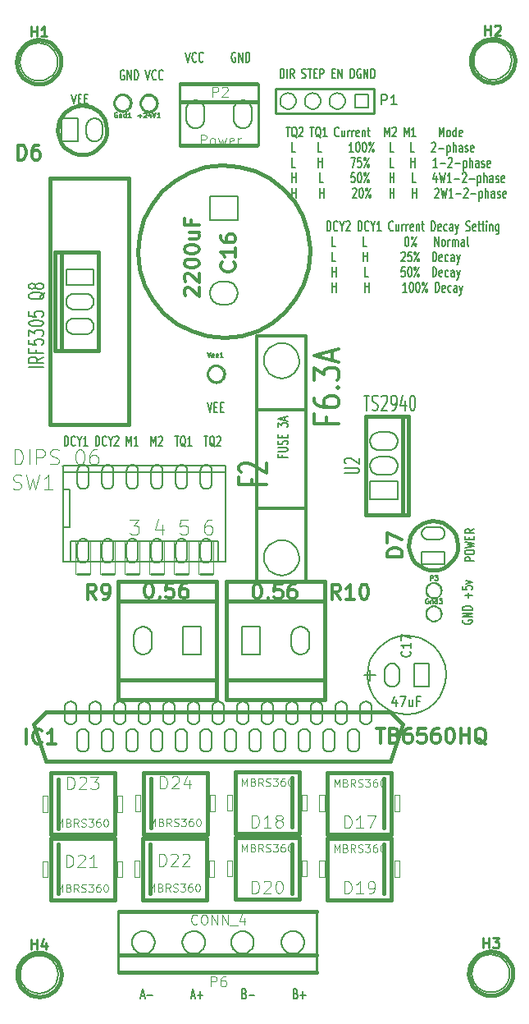
<source format=gto>
G04 (created by PCBNEW-RS274X (2011-07-08 BZR 3044)-stable) date 2012-04-12 22:18:47*
G01*
G70*
G90*
%MOIN*%
G04 Gerber Fmt 3.4, Leading zero omitted, Abs format*
%FSLAX34Y34*%
G04 APERTURE LIST*
%ADD10C,0.006000*%
%ADD11C,0.006900*%
%ADD12C,0.015000*%
%ADD13C,0.012000*%
%ADD14C,0.010000*%
%ADD15C,0.002600*%
%ADD16C,0.008000*%
%ADD17C,0.005000*%
%ADD18C,0.003500*%
%ADD19C,0.002800*%
G04 APERTURE END LIST*
G54D10*
G54D11*
X20615Y-27102D02*
X20615Y-27194D01*
X20821Y-27194D02*
X20427Y-27194D01*
X20427Y-27063D01*
X20427Y-26957D02*
X20746Y-26957D01*
X20784Y-26944D01*
X20803Y-26931D01*
X20821Y-26905D01*
X20821Y-26852D01*
X20803Y-26826D01*
X20784Y-26813D01*
X20746Y-26800D01*
X20427Y-26800D01*
X20803Y-26681D02*
X20821Y-26642D01*
X20821Y-26576D01*
X20803Y-26550D01*
X20784Y-26537D01*
X20746Y-26524D01*
X20709Y-26524D01*
X20671Y-26537D01*
X20653Y-26550D01*
X20634Y-26576D01*
X20615Y-26629D01*
X20596Y-26655D01*
X20578Y-26668D01*
X20540Y-26681D01*
X20503Y-26681D01*
X20465Y-26668D01*
X20446Y-26655D01*
X20427Y-26629D01*
X20427Y-26563D01*
X20446Y-26524D01*
X20615Y-26405D02*
X20615Y-26313D01*
X20821Y-26274D02*
X20821Y-26405D01*
X20427Y-26405D01*
X20427Y-26274D01*
X20427Y-25972D02*
X20427Y-25801D01*
X20578Y-25893D01*
X20578Y-25853D01*
X20596Y-25827D01*
X20615Y-25814D01*
X20653Y-25801D01*
X20746Y-25801D01*
X20784Y-25814D01*
X20803Y-25827D01*
X20821Y-25853D01*
X20821Y-25932D01*
X20803Y-25958D01*
X20784Y-25972D01*
X20709Y-25695D02*
X20709Y-25564D01*
X20821Y-25722D02*
X20427Y-25630D01*
X20821Y-25538D01*
X12040Y-12455D02*
X12132Y-12849D01*
X12224Y-12455D01*
X12317Y-12643D02*
X12409Y-12643D01*
X12448Y-12849D02*
X12317Y-12849D01*
X12317Y-12455D01*
X12448Y-12455D01*
X12567Y-12643D02*
X12659Y-12643D01*
X12698Y-12849D02*
X12567Y-12849D01*
X12567Y-12455D01*
X12698Y-12455D01*
X28411Y-31403D02*
X28017Y-31403D01*
X28017Y-31298D01*
X28036Y-31272D01*
X28055Y-31259D01*
X28093Y-31246D01*
X28149Y-31246D01*
X28186Y-31259D01*
X28205Y-31272D01*
X28224Y-31298D01*
X28224Y-31403D01*
X28017Y-31075D02*
X28017Y-31022D01*
X28036Y-30996D01*
X28074Y-30970D01*
X28149Y-30956D01*
X28280Y-30956D01*
X28355Y-30970D01*
X28393Y-30996D01*
X28411Y-31022D01*
X28411Y-31075D01*
X28393Y-31101D01*
X28355Y-31127D01*
X28280Y-31140D01*
X28149Y-31140D01*
X28074Y-31127D01*
X28036Y-31101D01*
X28017Y-31075D01*
X28017Y-30865D02*
X28411Y-30799D01*
X28130Y-30746D01*
X28411Y-30694D01*
X28017Y-30628D01*
X28205Y-30523D02*
X28205Y-30431D01*
X28411Y-30392D02*
X28411Y-30523D01*
X28017Y-30523D01*
X28017Y-30392D01*
X28411Y-30116D02*
X28224Y-30208D01*
X28411Y-30273D02*
X28017Y-30273D01*
X28017Y-30168D01*
X28036Y-30142D01*
X28055Y-30129D01*
X28093Y-30116D01*
X28149Y-30116D01*
X28186Y-30129D01*
X28205Y-30142D01*
X28224Y-30168D01*
X28224Y-30273D01*
X24778Y-14185D02*
X24778Y-13791D01*
X24870Y-14073D01*
X24962Y-13791D01*
X24962Y-14185D01*
X25080Y-13829D02*
X25093Y-13810D01*
X25119Y-13791D01*
X25185Y-13791D01*
X25211Y-13810D01*
X25224Y-13829D01*
X25237Y-13867D01*
X25237Y-13904D01*
X25224Y-13960D01*
X25066Y-14185D01*
X25237Y-14185D01*
X25566Y-14185D02*
X25566Y-13791D01*
X25658Y-14073D01*
X25750Y-13791D01*
X25750Y-14185D01*
X26025Y-14185D02*
X25868Y-14185D01*
X25946Y-14185D02*
X25946Y-13791D01*
X25920Y-13848D01*
X25894Y-13885D01*
X25868Y-13904D01*
X26984Y-14185D02*
X26984Y-13791D01*
X27076Y-14073D01*
X27168Y-13791D01*
X27168Y-14185D01*
X27338Y-14185D02*
X27312Y-14167D01*
X27299Y-14148D01*
X27286Y-14110D01*
X27286Y-13998D01*
X27299Y-13960D01*
X27312Y-13942D01*
X27338Y-13923D01*
X27378Y-13923D01*
X27404Y-13942D01*
X27417Y-13960D01*
X27430Y-13998D01*
X27430Y-14110D01*
X27417Y-14148D01*
X27404Y-14167D01*
X27378Y-14185D01*
X27338Y-14185D01*
X27667Y-14185D02*
X27667Y-13791D01*
X27667Y-14167D02*
X27641Y-14185D01*
X27588Y-14185D01*
X27562Y-14167D01*
X27549Y-14148D01*
X27536Y-14110D01*
X27536Y-13998D01*
X27549Y-13960D01*
X27562Y-13942D01*
X27588Y-13923D01*
X27641Y-13923D01*
X27667Y-13942D01*
X27904Y-14167D02*
X27878Y-14185D01*
X27825Y-14185D01*
X27799Y-14167D01*
X27786Y-14129D01*
X27786Y-13979D01*
X27799Y-13942D01*
X27825Y-13923D01*
X27878Y-13923D01*
X27904Y-13942D01*
X27917Y-13979D01*
X27917Y-14017D01*
X27786Y-14054D01*
X25119Y-14805D02*
X24988Y-14805D01*
X24988Y-14411D01*
X25972Y-14805D02*
X25841Y-14805D01*
X25841Y-14411D01*
X26681Y-14449D02*
X26694Y-14430D01*
X26720Y-14411D01*
X26786Y-14411D01*
X26812Y-14430D01*
X26825Y-14449D01*
X26838Y-14487D01*
X26838Y-14524D01*
X26825Y-14580D01*
X26667Y-14805D01*
X26838Y-14805D01*
X26957Y-14655D02*
X27167Y-14655D01*
X27299Y-14543D02*
X27299Y-14937D01*
X27299Y-14562D02*
X27325Y-14543D01*
X27378Y-14543D01*
X27404Y-14562D01*
X27417Y-14580D01*
X27430Y-14618D01*
X27430Y-14730D01*
X27417Y-14768D01*
X27404Y-14787D01*
X27378Y-14805D01*
X27325Y-14805D01*
X27299Y-14787D01*
X27549Y-14805D02*
X27549Y-14411D01*
X27667Y-14805D02*
X27667Y-14599D01*
X27654Y-14562D01*
X27628Y-14543D01*
X27588Y-14543D01*
X27562Y-14562D01*
X27549Y-14580D01*
X27917Y-14805D02*
X27917Y-14599D01*
X27904Y-14562D01*
X27878Y-14543D01*
X27825Y-14543D01*
X27799Y-14562D01*
X27917Y-14787D02*
X27891Y-14805D01*
X27825Y-14805D01*
X27799Y-14787D01*
X27786Y-14749D01*
X27786Y-14712D01*
X27799Y-14674D01*
X27825Y-14655D01*
X27891Y-14655D01*
X27917Y-14637D01*
X28036Y-14787D02*
X28062Y-14805D01*
X28114Y-14805D01*
X28141Y-14787D01*
X28154Y-14749D01*
X28154Y-14730D01*
X28141Y-14693D01*
X28114Y-14674D01*
X28075Y-14674D01*
X28049Y-14655D01*
X28036Y-14618D01*
X28036Y-14599D01*
X28049Y-14562D01*
X28075Y-14543D01*
X28114Y-14543D01*
X28141Y-14562D01*
X28377Y-14787D02*
X28351Y-14805D01*
X28298Y-14805D01*
X28272Y-14787D01*
X28259Y-14749D01*
X28259Y-14599D01*
X28272Y-14562D01*
X28298Y-14543D01*
X28351Y-14543D01*
X28377Y-14562D01*
X28390Y-14599D01*
X28390Y-14637D01*
X28259Y-14674D01*
X25119Y-15425D02*
X24988Y-15425D01*
X24988Y-15031D01*
X25841Y-15425D02*
X25841Y-15031D01*
X25841Y-15219D02*
X25998Y-15219D01*
X25998Y-15425D02*
X25998Y-15031D01*
X26904Y-15425D02*
X26747Y-15425D01*
X26825Y-15425D02*
X26825Y-15031D01*
X26799Y-15088D01*
X26773Y-15125D01*
X26747Y-15144D01*
X27023Y-15275D02*
X27233Y-15275D01*
X27352Y-15069D02*
X27365Y-15050D01*
X27391Y-15031D01*
X27457Y-15031D01*
X27483Y-15050D01*
X27496Y-15069D01*
X27509Y-15107D01*
X27509Y-15144D01*
X27496Y-15200D01*
X27338Y-15425D01*
X27509Y-15425D01*
X27628Y-15275D02*
X27838Y-15275D01*
X27970Y-15163D02*
X27970Y-15557D01*
X27970Y-15182D02*
X27996Y-15163D01*
X28049Y-15163D01*
X28075Y-15182D01*
X28088Y-15200D01*
X28101Y-15238D01*
X28101Y-15350D01*
X28088Y-15388D01*
X28075Y-15407D01*
X28049Y-15425D01*
X27996Y-15425D01*
X27970Y-15407D01*
X28220Y-15425D02*
X28220Y-15031D01*
X28338Y-15425D02*
X28338Y-15219D01*
X28325Y-15182D01*
X28299Y-15163D01*
X28259Y-15163D01*
X28233Y-15182D01*
X28220Y-15200D01*
X28588Y-15425D02*
X28588Y-15219D01*
X28575Y-15182D01*
X28549Y-15163D01*
X28496Y-15163D01*
X28470Y-15182D01*
X28588Y-15407D02*
X28562Y-15425D01*
X28496Y-15425D01*
X28470Y-15407D01*
X28457Y-15369D01*
X28457Y-15332D01*
X28470Y-15294D01*
X28496Y-15275D01*
X28562Y-15275D01*
X28588Y-15257D01*
X28707Y-15407D02*
X28733Y-15425D01*
X28785Y-15425D01*
X28812Y-15407D01*
X28825Y-15369D01*
X28825Y-15350D01*
X28812Y-15313D01*
X28785Y-15294D01*
X28746Y-15294D01*
X28720Y-15275D01*
X28707Y-15238D01*
X28707Y-15219D01*
X28720Y-15182D01*
X28746Y-15163D01*
X28785Y-15163D01*
X28812Y-15182D01*
X29048Y-15407D02*
X29022Y-15425D01*
X28969Y-15425D01*
X28943Y-15407D01*
X28930Y-15369D01*
X28930Y-15219D01*
X28943Y-15182D01*
X28969Y-15163D01*
X29022Y-15163D01*
X29048Y-15182D01*
X29061Y-15219D01*
X29061Y-15257D01*
X28930Y-15294D01*
X24988Y-16045D02*
X24988Y-15651D01*
X24988Y-15839D02*
X25145Y-15839D01*
X25145Y-16045D02*
X25145Y-15651D01*
X26038Y-16045D02*
X25907Y-16045D01*
X25907Y-15651D01*
X26878Y-15783D02*
X26878Y-16045D01*
X26812Y-15633D02*
X26747Y-15914D01*
X26917Y-15914D01*
X26996Y-15651D02*
X27062Y-16045D01*
X27115Y-15764D01*
X27167Y-16045D01*
X27233Y-15651D01*
X27482Y-16045D02*
X27325Y-16045D01*
X27403Y-16045D02*
X27403Y-15651D01*
X27377Y-15708D01*
X27351Y-15745D01*
X27325Y-15764D01*
X27601Y-15895D02*
X27811Y-15895D01*
X27930Y-15689D02*
X27943Y-15670D01*
X27969Y-15651D01*
X28035Y-15651D01*
X28061Y-15670D01*
X28074Y-15689D01*
X28087Y-15727D01*
X28087Y-15764D01*
X28074Y-15820D01*
X27916Y-16045D01*
X28087Y-16045D01*
X28206Y-15895D02*
X28416Y-15895D01*
X28548Y-15783D02*
X28548Y-16177D01*
X28548Y-15802D02*
X28574Y-15783D01*
X28627Y-15783D01*
X28653Y-15802D01*
X28666Y-15820D01*
X28679Y-15858D01*
X28679Y-15970D01*
X28666Y-16008D01*
X28653Y-16027D01*
X28627Y-16045D01*
X28574Y-16045D01*
X28548Y-16027D01*
X28798Y-16045D02*
X28798Y-15651D01*
X28916Y-16045D02*
X28916Y-15839D01*
X28903Y-15802D01*
X28877Y-15783D01*
X28837Y-15783D01*
X28811Y-15802D01*
X28798Y-15820D01*
X29166Y-16045D02*
X29166Y-15839D01*
X29153Y-15802D01*
X29127Y-15783D01*
X29074Y-15783D01*
X29048Y-15802D01*
X29166Y-16027D02*
X29140Y-16045D01*
X29074Y-16045D01*
X29048Y-16027D01*
X29035Y-15989D01*
X29035Y-15952D01*
X29048Y-15914D01*
X29074Y-15895D01*
X29140Y-15895D01*
X29166Y-15877D01*
X29285Y-16027D02*
X29311Y-16045D01*
X29363Y-16045D01*
X29390Y-16027D01*
X29403Y-15989D01*
X29403Y-15970D01*
X29390Y-15933D01*
X29363Y-15914D01*
X29324Y-15914D01*
X29298Y-15895D01*
X29285Y-15858D01*
X29285Y-15839D01*
X29298Y-15802D01*
X29324Y-15783D01*
X29363Y-15783D01*
X29390Y-15802D01*
X29626Y-16027D02*
X29600Y-16045D01*
X29547Y-16045D01*
X29521Y-16027D01*
X29508Y-15989D01*
X29508Y-15839D01*
X29521Y-15802D01*
X29547Y-15783D01*
X29600Y-15783D01*
X29626Y-15802D01*
X29639Y-15839D01*
X29639Y-15877D01*
X29508Y-15914D01*
X24988Y-16665D02*
X24988Y-16271D01*
X24988Y-16459D02*
X25145Y-16459D01*
X25145Y-16665D02*
X25145Y-16271D01*
X25907Y-16665D02*
X25907Y-16271D01*
X25907Y-16459D02*
X26064Y-16459D01*
X26064Y-16665D02*
X26064Y-16271D01*
X26813Y-16309D02*
X26826Y-16290D01*
X26852Y-16271D01*
X26918Y-16271D01*
X26944Y-16290D01*
X26957Y-16309D01*
X26970Y-16347D01*
X26970Y-16384D01*
X26957Y-16440D01*
X26799Y-16665D01*
X26970Y-16665D01*
X27062Y-16271D02*
X27128Y-16665D01*
X27181Y-16384D01*
X27233Y-16665D01*
X27299Y-16271D01*
X27548Y-16665D02*
X27391Y-16665D01*
X27469Y-16665D02*
X27469Y-16271D01*
X27443Y-16328D01*
X27417Y-16365D01*
X27391Y-16384D01*
X27667Y-16515D02*
X27877Y-16515D01*
X27996Y-16309D02*
X28009Y-16290D01*
X28035Y-16271D01*
X28101Y-16271D01*
X28127Y-16290D01*
X28140Y-16309D01*
X28153Y-16347D01*
X28153Y-16384D01*
X28140Y-16440D01*
X27982Y-16665D01*
X28153Y-16665D01*
X28272Y-16515D02*
X28482Y-16515D01*
X28614Y-16403D02*
X28614Y-16797D01*
X28614Y-16422D02*
X28640Y-16403D01*
X28693Y-16403D01*
X28719Y-16422D01*
X28732Y-16440D01*
X28745Y-16478D01*
X28745Y-16590D01*
X28732Y-16628D01*
X28719Y-16647D01*
X28693Y-16665D01*
X28640Y-16665D01*
X28614Y-16647D01*
X28864Y-16665D02*
X28864Y-16271D01*
X28982Y-16665D02*
X28982Y-16459D01*
X28969Y-16422D01*
X28943Y-16403D01*
X28903Y-16403D01*
X28877Y-16422D01*
X28864Y-16440D01*
X29232Y-16665D02*
X29232Y-16459D01*
X29219Y-16422D01*
X29193Y-16403D01*
X29140Y-16403D01*
X29114Y-16422D01*
X29232Y-16647D02*
X29206Y-16665D01*
X29140Y-16665D01*
X29114Y-16647D01*
X29101Y-16609D01*
X29101Y-16572D01*
X29114Y-16534D01*
X29140Y-16515D01*
X29206Y-16515D01*
X29232Y-16497D01*
X29351Y-16647D02*
X29377Y-16665D01*
X29429Y-16665D01*
X29456Y-16647D01*
X29469Y-16609D01*
X29469Y-16590D01*
X29456Y-16553D01*
X29429Y-16534D01*
X29390Y-16534D01*
X29364Y-16515D01*
X29351Y-16478D01*
X29351Y-16459D01*
X29364Y-16422D01*
X29390Y-16403D01*
X29429Y-16403D01*
X29456Y-16422D01*
X29692Y-16647D02*
X29666Y-16665D01*
X29613Y-16665D01*
X29587Y-16647D01*
X29574Y-16609D01*
X29574Y-16459D01*
X29587Y-16422D01*
X29613Y-16403D01*
X29666Y-16403D01*
X29692Y-16422D01*
X29705Y-16459D01*
X29705Y-16497D01*
X29574Y-16534D01*
X22424Y-18009D02*
X22424Y-17615D01*
X22489Y-17615D01*
X22529Y-17634D01*
X22555Y-17672D01*
X22568Y-17709D01*
X22581Y-17784D01*
X22581Y-17841D01*
X22568Y-17916D01*
X22555Y-17953D01*
X22529Y-17991D01*
X22489Y-18009D01*
X22424Y-18009D01*
X22857Y-17972D02*
X22844Y-17991D01*
X22805Y-18009D01*
X22779Y-18009D01*
X22739Y-17991D01*
X22713Y-17953D01*
X22700Y-17916D01*
X22687Y-17841D01*
X22687Y-17784D01*
X22700Y-17709D01*
X22713Y-17672D01*
X22739Y-17634D01*
X22779Y-17615D01*
X22805Y-17615D01*
X22844Y-17634D01*
X22857Y-17653D01*
X23028Y-17822D02*
X23028Y-18009D01*
X22936Y-17615D02*
X23028Y-17822D01*
X23120Y-17615D01*
X23200Y-17653D02*
X23213Y-17634D01*
X23239Y-17615D01*
X23305Y-17615D01*
X23331Y-17634D01*
X23344Y-17653D01*
X23357Y-17691D01*
X23357Y-17728D01*
X23344Y-17784D01*
X23186Y-18009D01*
X23357Y-18009D01*
X23686Y-18009D02*
X23686Y-17615D01*
X23751Y-17615D01*
X23791Y-17634D01*
X23817Y-17672D01*
X23830Y-17709D01*
X23843Y-17784D01*
X23843Y-17841D01*
X23830Y-17916D01*
X23817Y-17953D01*
X23791Y-17991D01*
X23751Y-18009D01*
X23686Y-18009D01*
X24119Y-17972D02*
X24106Y-17991D01*
X24067Y-18009D01*
X24041Y-18009D01*
X24001Y-17991D01*
X23975Y-17953D01*
X23962Y-17916D01*
X23949Y-17841D01*
X23949Y-17784D01*
X23962Y-17709D01*
X23975Y-17672D01*
X24001Y-17634D01*
X24041Y-17615D01*
X24067Y-17615D01*
X24106Y-17634D01*
X24119Y-17653D01*
X24290Y-17822D02*
X24290Y-18009D01*
X24198Y-17615D02*
X24290Y-17822D01*
X24382Y-17615D01*
X24619Y-18009D02*
X24462Y-18009D01*
X24540Y-18009D02*
X24540Y-17615D01*
X24514Y-17672D01*
X24488Y-17709D01*
X24462Y-17728D01*
X25105Y-17972D02*
X25092Y-17991D01*
X25053Y-18009D01*
X25027Y-18009D01*
X24987Y-17991D01*
X24961Y-17953D01*
X24948Y-17916D01*
X24935Y-17841D01*
X24935Y-17784D01*
X24948Y-17709D01*
X24961Y-17672D01*
X24987Y-17634D01*
X25027Y-17615D01*
X25053Y-17615D01*
X25092Y-17634D01*
X25105Y-17653D01*
X25342Y-17747D02*
X25342Y-18009D01*
X25224Y-17747D02*
X25224Y-17953D01*
X25237Y-17991D01*
X25263Y-18009D01*
X25303Y-18009D01*
X25329Y-17991D01*
X25342Y-17972D01*
X25474Y-18009D02*
X25474Y-17747D01*
X25474Y-17822D02*
X25487Y-17784D01*
X25500Y-17766D01*
X25526Y-17747D01*
X25553Y-17747D01*
X25645Y-18009D02*
X25645Y-17747D01*
X25645Y-17822D02*
X25658Y-17784D01*
X25671Y-17766D01*
X25697Y-17747D01*
X25724Y-17747D01*
X25921Y-17991D02*
X25895Y-18009D01*
X25842Y-18009D01*
X25816Y-17991D01*
X25803Y-17953D01*
X25803Y-17803D01*
X25816Y-17766D01*
X25842Y-17747D01*
X25895Y-17747D01*
X25921Y-17766D01*
X25934Y-17803D01*
X25934Y-17841D01*
X25803Y-17878D01*
X26053Y-17747D02*
X26053Y-18009D01*
X26053Y-17784D02*
X26066Y-17766D01*
X26092Y-17747D01*
X26132Y-17747D01*
X26158Y-17766D01*
X26171Y-17803D01*
X26171Y-18009D01*
X26263Y-17747D02*
X26368Y-17747D01*
X26303Y-17615D02*
X26303Y-17953D01*
X26316Y-17991D01*
X26342Y-18009D01*
X26368Y-18009D01*
X26671Y-18009D02*
X26671Y-17615D01*
X26736Y-17615D01*
X26776Y-17634D01*
X26802Y-17672D01*
X26815Y-17709D01*
X26828Y-17784D01*
X26828Y-17841D01*
X26815Y-17916D01*
X26802Y-17953D01*
X26776Y-17991D01*
X26736Y-18009D01*
X26671Y-18009D01*
X27052Y-17991D02*
X27026Y-18009D01*
X26973Y-18009D01*
X26947Y-17991D01*
X26934Y-17953D01*
X26934Y-17803D01*
X26947Y-17766D01*
X26973Y-17747D01*
X27026Y-17747D01*
X27052Y-17766D01*
X27065Y-17803D01*
X27065Y-17841D01*
X26934Y-17878D01*
X27302Y-17991D02*
X27276Y-18009D01*
X27223Y-18009D01*
X27197Y-17991D01*
X27184Y-17972D01*
X27171Y-17934D01*
X27171Y-17822D01*
X27184Y-17784D01*
X27197Y-17766D01*
X27223Y-17747D01*
X27276Y-17747D01*
X27302Y-17766D01*
X27539Y-18009D02*
X27539Y-17803D01*
X27526Y-17766D01*
X27500Y-17747D01*
X27447Y-17747D01*
X27421Y-17766D01*
X27539Y-17991D02*
X27513Y-18009D01*
X27447Y-18009D01*
X27421Y-17991D01*
X27408Y-17953D01*
X27408Y-17916D01*
X27421Y-17878D01*
X27447Y-17859D01*
X27513Y-17859D01*
X27539Y-17841D01*
X27644Y-17747D02*
X27710Y-18009D01*
X27776Y-17747D02*
X27710Y-18009D01*
X27684Y-18103D01*
X27671Y-18122D01*
X27644Y-18141D01*
X28078Y-17991D02*
X28117Y-18009D01*
X28183Y-18009D01*
X28209Y-17991D01*
X28222Y-17972D01*
X28235Y-17934D01*
X28235Y-17897D01*
X28222Y-17859D01*
X28209Y-17841D01*
X28183Y-17822D01*
X28130Y-17803D01*
X28104Y-17784D01*
X28091Y-17766D01*
X28078Y-17728D01*
X28078Y-17691D01*
X28091Y-17653D01*
X28104Y-17634D01*
X28130Y-17615D01*
X28196Y-17615D01*
X28235Y-17634D01*
X28459Y-17991D02*
X28433Y-18009D01*
X28380Y-18009D01*
X28354Y-17991D01*
X28341Y-17953D01*
X28341Y-17803D01*
X28354Y-17766D01*
X28380Y-17747D01*
X28433Y-17747D01*
X28459Y-17766D01*
X28472Y-17803D01*
X28472Y-17841D01*
X28341Y-17878D01*
X28551Y-17747D02*
X28656Y-17747D01*
X28591Y-17615D02*
X28591Y-17953D01*
X28604Y-17991D01*
X28630Y-18009D01*
X28656Y-18009D01*
X28709Y-17747D02*
X28814Y-17747D01*
X28749Y-17615D02*
X28749Y-17953D01*
X28762Y-17991D01*
X28788Y-18009D01*
X28814Y-18009D01*
X28907Y-18009D02*
X28907Y-17747D01*
X28907Y-17615D02*
X28894Y-17634D01*
X28907Y-17653D01*
X28920Y-17634D01*
X28907Y-17615D01*
X28907Y-17653D01*
X29038Y-17747D02*
X29038Y-18009D01*
X29038Y-17784D02*
X29051Y-17766D01*
X29077Y-17747D01*
X29117Y-17747D01*
X29143Y-17766D01*
X29156Y-17803D01*
X29156Y-18009D01*
X29406Y-17747D02*
X29406Y-18066D01*
X29393Y-18103D01*
X29380Y-18122D01*
X29353Y-18141D01*
X29314Y-18141D01*
X29288Y-18122D01*
X29406Y-17991D02*
X29380Y-18009D01*
X29327Y-18009D01*
X29301Y-17991D01*
X29288Y-17972D01*
X29275Y-17934D01*
X29275Y-17822D01*
X29288Y-17784D01*
X29301Y-17766D01*
X29327Y-17747D01*
X29380Y-17747D01*
X29406Y-17766D01*
X22765Y-18629D02*
X22634Y-18629D01*
X22634Y-18235D01*
X24038Y-18629D02*
X23907Y-18629D01*
X23907Y-18235D01*
X25652Y-18235D02*
X25679Y-18235D01*
X25705Y-18254D01*
X25718Y-18273D01*
X25731Y-18311D01*
X25744Y-18386D01*
X25744Y-18479D01*
X25731Y-18554D01*
X25718Y-18592D01*
X25705Y-18611D01*
X25679Y-18629D01*
X25652Y-18629D01*
X25626Y-18611D01*
X25613Y-18592D01*
X25600Y-18554D01*
X25587Y-18479D01*
X25587Y-18386D01*
X25600Y-18311D01*
X25613Y-18273D01*
X25626Y-18254D01*
X25652Y-18235D01*
X25850Y-18629D02*
X26060Y-18235D01*
X25889Y-18235D02*
X25915Y-18254D01*
X25928Y-18292D01*
X25915Y-18329D01*
X25889Y-18348D01*
X25863Y-18329D01*
X25850Y-18292D01*
X25863Y-18254D01*
X25889Y-18235D01*
X26047Y-18611D02*
X26060Y-18573D01*
X26047Y-18536D01*
X26020Y-18517D01*
X25994Y-18536D01*
X25981Y-18573D01*
X25994Y-18611D01*
X26020Y-18629D01*
X26047Y-18611D01*
X26808Y-18629D02*
X26808Y-18235D01*
X26965Y-18629D01*
X26965Y-18235D01*
X27136Y-18629D02*
X27110Y-18611D01*
X27097Y-18592D01*
X27084Y-18554D01*
X27084Y-18442D01*
X27097Y-18404D01*
X27110Y-18386D01*
X27136Y-18367D01*
X27176Y-18367D01*
X27202Y-18386D01*
X27215Y-18404D01*
X27228Y-18442D01*
X27228Y-18554D01*
X27215Y-18592D01*
X27202Y-18611D01*
X27176Y-18629D01*
X27136Y-18629D01*
X27347Y-18629D02*
X27347Y-18367D01*
X27347Y-18442D02*
X27360Y-18404D01*
X27373Y-18386D01*
X27399Y-18367D01*
X27426Y-18367D01*
X27518Y-18629D02*
X27518Y-18367D01*
X27518Y-18404D02*
X27531Y-18386D01*
X27557Y-18367D01*
X27597Y-18367D01*
X27623Y-18386D01*
X27636Y-18423D01*
X27636Y-18629D01*
X27636Y-18423D02*
X27649Y-18386D01*
X27675Y-18367D01*
X27715Y-18367D01*
X27741Y-18386D01*
X27754Y-18423D01*
X27754Y-18629D01*
X28004Y-18629D02*
X28004Y-18423D01*
X27991Y-18386D01*
X27965Y-18367D01*
X27912Y-18367D01*
X27886Y-18386D01*
X28004Y-18611D02*
X27978Y-18629D01*
X27912Y-18629D01*
X27886Y-18611D01*
X27873Y-18573D01*
X27873Y-18536D01*
X27886Y-18498D01*
X27912Y-18479D01*
X27978Y-18479D01*
X28004Y-18461D01*
X28175Y-18629D02*
X28149Y-18611D01*
X28136Y-18573D01*
X28136Y-18235D01*
X22765Y-19249D02*
X22634Y-19249D01*
X22634Y-18855D01*
X23907Y-19249D02*
X23907Y-18855D01*
X23907Y-19043D02*
X24064Y-19043D01*
X24064Y-19249D02*
X24064Y-18855D01*
X25443Y-18893D02*
X25456Y-18874D01*
X25482Y-18855D01*
X25548Y-18855D01*
X25574Y-18874D01*
X25587Y-18893D01*
X25600Y-18931D01*
X25600Y-18968D01*
X25587Y-19024D01*
X25429Y-19249D01*
X25600Y-19249D01*
X25850Y-18855D02*
X25719Y-18855D01*
X25706Y-19043D01*
X25719Y-19024D01*
X25745Y-19006D01*
X25811Y-19006D01*
X25837Y-19024D01*
X25850Y-19043D01*
X25863Y-19081D01*
X25863Y-19174D01*
X25850Y-19212D01*
X25837Y-19231D01*
X25811Y-19249D01*
X25745Y-19249D01*
X25719Y-19231D01*
X25706Y-19212D01*
X25969Y-19249D02*
X26179Y-18855D01*
X26008Y-18855D02*
X26034Y-18874D01*
X26047Y-18912D01*
X26034Y-18949D01*
X26008Y-18968D01*
X25982Y-18949D01*
X25969Y-18912D01*
X25982Y-18874D01*
X26008Y-18855D01*
X26166Y-19231D02*
X26179Y-19193D01*
X26166Y-19156D01*
X26139Y-19137D01*
X26113Y-19156D01*
X26100Y-19193D01*
X26113Y-19231D01*
X26139Y-19249D01*
X26166Y-19231D01*
X26717Y-19249D02*
X26717Y-18855D01*
X26782Y-18855D01*
X26822Y-18874D01*
X26848Y-18912D01*
X26861Y-18949D01*
X26874Y-19024D01*
X26874Y-19081D01*
X26861Y-19156D01*
X26848Y-19193D01*
X26822Y-19231D01*
X26782Y-19249D01*
X26717Y-19249D01*
X27098Y-19231D02*
X27072Y-19249D01*
X27019Y-19249D01*
X26993Y-19231D01*
X26980Y-19193D01*
X26980Y-19043D01*
X26993Y-19006D01*
X27019Y-18987D01*
X27072Y-18987D01*
X27098Y-19006D01*
X27111Y-19043D01*
X27111Y-19081D01*
X26980Y-19118D01*
X27348Y-19231D02*
X27322Y-19249D01*
X27269Y-19249D01*
X27243Y-19231D01*
X27230Y-19212D01*
X27217Y-19174D01*
X27217Y-19062D01*
X27230Y-19024D01*
X27243Y-19006D01*
X27269Y-18987D01*
X27322Y-18987D01*
X27348Y-19006D01*
X27585Y-19249D02*
X27585Y-19043D01*
X27572Y-19006D01*
X27546Y-18987D01*
X27493Y-18987D01*
X27467Y-19006D01*
X27585Y-19231D02*
X27559Y-19249D01*
X27493Y-19249D01*
X27467Y-19231D01*
X27454Y-19193D01*
X27454Y-19156D01*
X27467Y-19118D01*
X27493Y-19099D01*
X27559Y-19099D01*
X27585Y-19081D01*
X27690Y-18987D02*
X27756Y-19249D01*
X27822Y-18987D02*
X27756Y-19249D01*
X27730Y-19343D01*
X27717Y-19362D01*
X27690Y-19381D01*
X22634Y-19869D02*
X22634Y-19475D01*
X22634Y-19663D02*
X22791Y-19663D01*
X22791Y-19869D02*
X22791Y-19475D01*
X24104Y-19869D02*
X23973Y-19869D01*
X23973Y-19475D01*
X25587Y-19475D02*
X25456Y-19475D01*
X25443Y-19663D01*
X25456Y-19644D01*
X25482Y-19626D01*
X25548Y-19626D01*
X25574Y-19644D01*
X25587Y-19663D01*
X25600Y-19701D01*
X25600Y-19794D01*
X25587Y-19832D01*
X25574Y-19851D01*
X25548Y-19869D01*
X25482Y-19869D01*
X25456Y-19851D01*
X25443Y-19832D01*
X25771Y-19475D02*
X25798Y-19475D01*
X25824Y-19494D01*
X25837Y-19513D01*
X25850Y-19551D01*
X25863Y-19626D01*
X25863Y-19719D01*
X25850Y-19794D01*
X25837Y-19832D01*
X25824Y-19851D01*
X25798Y-19869D01*
X25771Y-19869D01*
X25745Y-19851D01*
X25732Y-19832D01*
X25719Y-19794D01*
X25706Y-19719D01*
X25706Y-19626D01*
X25719Y-19551D01*
X25732Y-19513D01*
X25745Y-19494D01*
X25771Y-19475D01*
X25969Y-19869D02*
X26179Y-19475D01*
X26008Y-19475D02*
X26034Y-19494D01*
X26047Y-19532D01*
X26034Y-19569D01*
X26008Y-19588D01*
X25982Y-19569D01*
X25969Y-19532D01*
X25982Y-19494D01*
X26008Y-19475D01*
X26166Y-19851D02*
X26179Y-19813D01*
X26166Y-19776D01*
X26139Y-19757D01*
X26113Y-19776D01*
X26100Y-19813D01*
X26113Y-19851D01*
X26139Y-19869D01*
X26166Y-19851D01*
X26717Y-19869D02*
X26717Y-19475D01*
X26782Y-19475D01*
X26822Y-19494D01*
X26848Y-19532D01*
X26861Y-19569D01*
X26874Y-19644D01*
X26874Y-19701D01*
X26861Y-19776D01*
X26848Y-19813D01*
X26822Y-19851D01*
X26782Y-19869D01*
X26717Y-19869D01*
X27098Y-19851D02*
X27072Y-19869D01*
X27019Y-19869D01*
X26993Y-19851D01*
X26980Y-19813D01*
X26980Y-19663D01*
X26993Y-19626D01*
X27019Y-19607D01*
X27072Y-19607D01*
X27098Y-19626D01*
X27111Y-19663D01*
X27111Y-19701D01*
X26980Y-19738D01*
X27348Y-19851D02*
X27322Y-19869D01*
X27269Y-19869D01*
X27243Y-19851D01*
X27230Y-19832D01*
X27217Y-19794D01*
X27217Y-19682D01*
X27230Y-19644D01*
X27243Y-19626D01*
X27269Y-19607D01*
X27322Y-19607D01*
X27348Y-19626D01*
X27585Y-19869D02*
X27585Y-19663D01*
X27572Y-19626D01*
X27546Y-19607D01*
X27493Y-19607D01*
X27467Y-19626D01*
X27585Y-19851D02*
X27559Y-19869D01*
X27493Y-19869D01*
X27467Y-19851D01*
X27454Y-19813D01*
X27454Y-19776D01*
X27467Y-19738D01*
X27493Y-19719D01*
X27559Y-19719D01*
X27585Y-19701D01*
X27690Y-19607D02*
X27756Y-19869D01*
X27822Y-19607D02*
X27756Y-19869D01*
X27730Y-19963D01*
X27717Y-19982D01*
X27690Y-20001D01*
X22634Y-20489D02*
X22634Y-20095D01*
X22634Y-20283D02*
X22791Y-20283D01*
X22791Y-20489D02*
X22791Y-20095D01*
X23973Y-20489D02*
X23973Y-20095D01*
X23973Y-20283D02*
X24130Y-20283D01*
X24130Y-20489D02*
X24130Y-20095D01*
X25666Y-20489D02*
X25509Y-20489D01*
X25587Y-20489D02*
X25587Y-20095D01*
X25561Y-20152D01*
X25535Y-20189D01*
X25509Y-20208D01*
X25837Y-20095D02*
X25864Y-20095D01*
X25890Y-20114D01*
X25903Y-20133D01*
X25916Y-20171D01*
X25929Y-20246D01*
X25929Y-20339D01*
X25916Y-20414D01*
X25903Y-20452D01*
X25890Y-20471D01*
X25864Y-20489D01*
X25837Y-20489D01*
X25811Y-20471D01*
X25798Y-20452D01*
X25785Y-20414D01*
X25772Y-20339D01*
X25772Y-20246D01*
X25785Y-20171D01*
X25798Y-20133D01*
X25811Y-20114D01*
X25837Y-20095D01*
X26100Y-20095D02*
X26127Y-20095D01*
X26153Y-20114D01*
X26166Y-20133D01*
X26179Y-20171D01*
X26192Y-20246D01*
X26192Y-20339D01*
X26179Y-20414D01*
X26166Y-20452D01*
X26153Y-20471D01*
X26127Y-20489D01*
X26100Y-20489D01*
X26074Y-20471D01*
X26061Y-20452D01*
X26048Y-20414D01*
X26035Y-20339D01*
X26035Y-20246D01*
X26048Y-20171D01*
X26061Y-20133D01*
X26074Y-20114D01*
X26100Y-20095D01*
X26298Y-20489D02*
X26508Y-20095D01*
X26337Y-20095D02*
X26363Y-20114D01*
X26376Y-20152D01*
X26363Y-20189D01*
X26337Y-20208D01*
X26311Y-20189D01*
X26298Y-20152D01*
X26311Y-20114D01*
X26337Y-20095D01*
X26495Y-20471D02*
X26508Y-20433D01*
X26495Y-20396D01*
X26468Y-20377D01*
X26442Y-20396D01*
X26429Y-20433D01*
X26442Y-20471D01*
X26468Y-20489D01*
X26495Y-20471D01*
X26836Y-20489D02*
X26836Y-20095D01*
X26901Y-20095D01*
X26941Y-20114D01*
X26967Y-20152D01*
X26980Y-20189D01*
X26993Y-20264D01*
X26993Y-20321D01*
X26980Y-20396D01*
X26967Y-20433D01*
X26941Y-20471D01*
X26901Y-20489D01*
X26836Y-20489D01*
X27217Y-20471D02*
X27191Y-20489D01*
X27138Y-20489D01*
X27112Y-20471D01*
X27099Y-20433D01*
X27099Y-20283D01*
X27112Y-20246D01*
X27138Y-20227D01*
X27191Y-20227D01*
X27217Y-20246D01*
X27230Y-20283D01*
X27230Y-20321D01*
X27099Y-20358D01*
X27467Y-20471D02*
X27441Y-20489D01*
X27388Y-20489D01*
X27362Y-20471D01*
X27349Y-20452D01*
X27336Y-20414D01*
X27336Y-20302D01*
X27349Y-20264D01*
X27362Y-20246D01*
X27388Y-20227D01*
X27441Y-20227D01*
X27467Y-20246D01*
X27704Y-20489D02*
X27704Y-20283D01*
X27691Y-20246D01*
X27665Y-20227D01*
X27612Y-20227D01*
X27586Y-20246D01*
X27704Y-20471D02*
X27678Y-20489D01*
X27612Y-20489D01*
X27586Y-20471D01*
X27573Y-20433D01*
X27573Y-20396D01*
X27586Y-20358D01*
X27612Y-20339D01*
X27678Y-20339D01*
X27704Y-20321D01*
X27809Y-20227D02*
X27875Y-20489D01*
X27941Y-20227D02*
X27875Y-20489D01*
X27849Y-20583D01*
X27836Y-20602D01*
X27809Y-20621D01*
X20764Y-13791D02*
X20922Y-13791D01*
X20843Y-14185D02*
X20843Y-13791D01*
X21198Y-14223D02*
X21171Y-14204D01*
X21145Y-14167D01*
X21106Y-14110D01*
X21079Y-14092D01*
X21053Y-14092D01*
X21066Y-14185D02*
X21040Y-14167D01*
X21014Y-14129D01*
X21001Y-14054D01*
X21001Y-13923D01*
X21014Y-13848D01*
X21040Y-13810D01*
X21066Y-13791D01*
X21119Y-13791D01*
X21145Y-13810D01*
X21171Y-13848D01*
X21185Y-13923D01*
X21185Y-14054D01*
X21171Y-14129D01*
X21145Y-14167D01*
X21119Y-14185D01*
X21066Y-14185D01*
X21290Y-13829D02*
X21303Y-13810D01*
X21329Y-13791D01*
X21395Y-13791D01*
X21421Y-13810D01*
X21434Y-13829D01*
X21447Y-13867D01*
X21447Y-13904D01*
X21434Y-13960D01*
X21276Y-14185D01*
X21447Y-14185D01*
X21736Y-13791D02*
X21894Y-13791D01*
X21815Y-14185D02*
X21815Y-13791D01*
X22170Y-14223D02*
X22143Y-14204D01*
X22117Y-14167D01*
X22078Y-14110D01*
X22051Y-14092D01*
X22025Y-14092D01*
X22038Y-14185D02*
X22012Y-14167D01*
X21986Y-14129D01*
X21973Y-14054D01*
X21973Y-13923D01*
X21986Y-13848D01*
X22012Y-13810D01*
X22038Y-13791D01*
X22091Y-13791D01*
X22117Y-13810D01*
X22143Y-13848D01*
X22157Y-13923D01*
X22157Y-14054D01*
X22143Y-14129D01*
X22117Y-14167D01*
X22091Y-14185D01*
X22038Y-14185D01*
X22419Y-14185D02*
X22262Y-14185D01*
X22340Y-14185D02*
X22340Y-13791D01*
X22314Y-13848D01*
X22288Y-13885D01*
X22262Y-13904D01*
X22905Y-14148D02*
X22892Y-14167D01*
X22853Y-14185D01*
X22827Y-14185D01*
X22787Y-14167D01*
X22761Y-14129D01*
X22748Y-14092D01*
X22735Y-14017D01*
X22735Y-13960D01*
X22748Y-13885D01*
X22761Y-13848D01*
X22787Y-13810D01*
X22827Y-13791D01*
X22853Y-13791D01*
X22892Y-13810D01*
X22905Y-13829D01*
X23142Y-13923D02*
X23142Y-14185D01*
X23024Y-13923D02*
X23024Y-14129D01*
X23037Y-14167D01*
X23063Y-14185D01*
X23103Y-14185D01*
X23129Y-14167D01*
X23142Y-14148D01*
X23274Y-14185D02*
X23274Y-13923D01*
X23274Y-13998D02*
X23287Y-13960D01*
X23300Y-13942D01*
X23326Y-13923D01*
X23353Y-13923D01*
X23445Y-14185D02*
X23445Y-13923D01*
X23445Y-13998D02*
X23458Y-13960D01*
X23471Y-13942D01*
X23497Y-13923D01*
X23524Y-13923D01*
X23721Y-14167D02*
X23695Y-14185D01*
X23642Y-14185D01*
X23616Y-14167D01*
X23603Y-14129D01*
X23603Y-13979D01*
X23616Y-13942D01*
X23642Y-13923D01*
X23695Y-13923D01*
X23721Y-13942D01*
X23734Y-13979D01*
X23734Y-14017D01*
X23603Y-14054D01*
X23853Y-13923D02*
X23853Y-14185D01*
X23853Y-13960D02*
X23866Y-13942D01*
X23892Y-13923D01*
X23932Y-13923D01*
X23958Y-13942D01*
X23971Y-13979D01*
X23971Y-14185D01*
X24063Y-13923D02*
X24168Y-13923D01*
X24103Y-13791D02*
X24103Y-14129D01*
X24116Y-14167D01*
X24142Y-14185D01*
X24168Y-14185D01*
X21145Y-14805D02*
X21014Y-14805D01*
X21014Y-14411D01*
X22208Y-14805D02*
X22077Y-14805D01*
X22077Y-14411D01*
X23494Y-14805D02*
X23337Y-14805D01*
X23415Y-14805D02*
X23415Y-14411D01*
X23389Y-14468D01*
X23363Y-14505D01*
X23337Y-14524D01*
X23665Y-14411D02*
X23692Y-14411D01*
X23718Y-14430D01*
X23731Y-14449D01*
X23744Y-14487D01*
X23757Y-14562D01*
X23757Y-14655D01*
X23744Y-14730D01*
X23731Y-14768D01*
X23718Y-14787D01*
X23692Y-14805D01*
X23665Y-14805D01*
X23639Y-14787D01*
X23626Y-14768D01*
X23613Y-14730D01*
X23600Y-14655D01*
X23600Y-14562D01*
X23613Y-14487D01*
X23626Y-14449D01*
X23639Y-14430D01*
X23665Y-14411D01*
X23928Y-14411D02*
X23955Y-14411D01*
X23981Y-14430D01*
X23994Y-14449D01*
X24007Y-14487D01*
X24020Y-14562D01*
X24020Y-14655D01*
X24007Y-14730D01*
X23994Y-14768D01*
X23981Y-14787D01*
X23955Y-14805D01*
X23928Y-14805D01*
X23902Y-14787D01*
X23889Y-14768D01*
X23876Y-14730D01*
X23863Y-14655D01*
X23863Y-14562D01*
X23876Y-14487D01*
X23889Y-14449D01*
X23902Y-14430D01*
X23928Y-14411D01*
X24126Y-14805D02*
X24336Y-14411D01*
X24165Y-14411D02*
X24191Y-14430D01*
X24204Y-14468D01*
X24191Y-14505D01*
X24165Y-14524D01*
X24139Y-14505D01*
X24126Y-14468D01*
X24139Y-14430D01*
X24165Y-14411D01*
X24323Y-14787D02*
X24336Y-14749D01*
X24323Y-14712D01*
X24296Y-14693D01*
X24270Y-14712D01*
X24257Y-14749D01*
X24270Y-14787D01*
X24296Y-14805D01*
X24323Y-14787D01*
X21145Y-15425D02*
X21014Y-15425D01*
X21014Y-15031D01*
X22077Y-15425D02*
X22077Y-15031D01*
X22077Y-15219D02*
X22234Y-15219D01*
X22234Y-15425D02*
X22234Y-15031D01*
X23389Y-15031D02*
X23573Y-15031D01*
X23455Y-15425D01*
X23810Y-15031D02*
X23679Y-15031D01*
X23666Y-15219D01*
X23679Y-15200D01*
X23705Y-15182D01*
X23771Y-15182D01*
X23797Y-15200D01*
X23810Y-15219D01*
X23823Y-15257D01*
X23823Y-15350D01*
X23810Y-15388D01*
X23797Y-15407D01*
X23771Y-15425D01*
X23705Y-15425D01*
X23679Y-15407D01*
X23666Y-15388D01*
X23929Y-15425D02*
X24139Y-15031D01*
X23968Y-15031D02*
X23994Y-15050D01*
X24007Y-15088D01*
X23994Y-15125D01*
X23968Y-15144D01*
X23942Y-15125D01*
X23929Y-15088D01*
X23942Y-15050D01*
X23968Y-15031D01*
X24126Y-15407D02*
X24139Y-15369D01*
X24126Y-15332D01*
X24099Y-15313D01*
X24073Y-15332D01*
X24060Y-15369D01*
X24073Y-15407D01*
X24099Y-15425D01*
X24126Y-15407D01*
X21014Y-16045D02*
X21014Y-15651D01*
X21014Y-15839D02*
X21171Y-15839D01*
X21171Y-16045D02*
X21171Y-15651D01*
X22274Y-16045D02*
X22143Y-16045D01*
X22143Y-15651D01*
X23547Y-15651D02*
X23416Y-15651D01*
X23403Y-15839D01*
X23416Y-15820D01*
X23442Y-15802D01*
X23508Y-15802D01*
X23534Y-15820D01*
X23547Y-15839D01*
X23560Y-15877D01*
X23560Y-15970D01*
X23547Y-16008D01*
X23534Y-16027D01*
X23508Y-16045D01*
X23442Y-16045D01*
X23416Y-16027D01*
X23403Y-16008D01*
X23731Y-15651D02*
X23758Y-15651D01*
X23784Y-15670D01*
X23797Y-15689D01*
X23810Y-15727D01*
X23823Y-15802D01*
X23823Y-15895D01*
X23810Y-15970D01*
X23797Y-16008D01*
X23784Y-16027D01*
X23758Y-16045D01*
X23731Y-16045D01*
X23705Y-16027D01*
X23692Y-16008D01*
X23679Y-15970D01*
X23666Y-15895D01*
X23666Y-15802D01*
X23679Y-15727D01*
X23692Y-15689D01*
X23705Y-15670D01*
X23731Y-15651D01*
X23929Y-16045D02*
X24139Y-15651D01*
X23968Y-15651D02*
X23994Y-15670D01*
X24007Y-15708D01*
X23994Y-15745D01*
X23968Y-15764D01*
X23942Y-15745D01*
X23929Y-15708D01*
X23942Y-15670D01*
X23968Y-15651D01*
X24126Y-16027D02*
X24139Y-15989D01*
X24126Y-15952D01*
X24099Y-15933D01*
X24073Y-15952D01*
X24060Y-15989D01*
X24073Y-16027D01*
X24099Y-16045D01*
X24126Y-16027D01*
X21014Y-16665D02*
X21014Y-16271D01*
X21014Y-16459D02*
X21171Y-16459D01*
X21171Y-16665D02*
X21171Y-16271D01*
X22143Y-16665D02*
X22143Y-16271D01*
X22143Y-16459D02*
X22300Y-16459D01*
X22300Y-16665D02*
X22300Y-16271D01*
X23469Y-16309D02*
X23482Y-16290D01*
X23508Y-16271D01*
X23574Y-16271D01*
X23600Y-16290D01*
X23613Y-16309D01*
X23626Y-16347D01*
X23626Y-16384D01*
X23613Y-16440D01*
X23455Y-16665D01*
X23626Y-16665D01*
X23797Y-16271D02*
X23824Y-16271D01*
X23850Y-16290D01*
X23863Y-16309D01*
X23876Y-16347D01*
X23889Y-16422D01*
X23889Y-16515D01*
X23876Y-16590D01*
X23863Y-16628D01*
X23850Y-16647D01*
X23824Y-16665D01*
X23797Y-16665D01*
X23771Y-16647D01*
X23758Y-16628D01*
X23745Y-16590D01*
X23732Y-16515D01*
X23732Y-16422D01*
X23745Y-16347D01*
X23758Y-16309D01*
X23771Y-16290D01*
X23797Y-16271D01*
X23995Y-16665D02*
X24205Y-16271D01*
X24034Y-16271D02*
X24060Y-16290D01*
X24073Y-16328D01*
X24060Y-16365D01*
X24034Y-16384D01*
X24008Y-16365D01*
X23995Y-16328D01*
X24008Y-16290D01*
X24034Y-16271D01*
X24192Y-16647D02*
X24205Y-16609D01*
X24192Y-16572D01*
X24165Y-16553D01*
X24139Y-16572D01*
X24126Y-16609D01*
X24139Y-16647D01*
X24165Y-16665D01*
X24192Y-16647D01*
X11758Y-26729D02*
X11758Y-26335D01*
X11823Y-26335D01*
X11863Y-26354D01*
X11889Y-26392D01*
X11902Y-26429D01*
X11915Y-26504D01*
X11915Y-26561D01*
X11902Y-26636D01*
X11889Y-26673D01*
X11863Y-26711D01*
X11823Y-26729D01*
X11758Y-26729D01*
X12191Y-26692D02*
X12178Y-26711D01*
X12139Y-26729D01*
X12113Y-26729D01*
X12073Y-26711D01*
X12047Y-26673D01*
X12034Y-26636D01*
X12021Y-26561D01*
X12021Y-26504D01*
X12034Y-26429D01*
X12047Y-26392D01*
X12073Y-26354D01*
X12113Y-26335D01*
X12139Y-26335D01*
X12178Y-26354D01*
X12191Y-26373D01*
X12362Y-26542D02*
X12362Y-26729D01*
X12270Y-26335D02*
X12362Y-26542D01*
X12454Y-26335D01*
X12691Y-26729D02*
X12534Y-26729D01*
X12612Y-26729D02*
X12612Y-26335D01*
X12586Y-26392D01*
X12560Y-26429D01*
X12534Y-26448D01*
X13020Y-26729D02*
X13020Y-26335D01*
X13085Y-26335D01*
X13125Y-26354D01*
X13151Y-26392D01*
X13164Y-26429D01*
X13177Y-26504D01*
X13177Y-26561D01*
X13164Y-26636D01*
X13151Y-26673D01*
X13125Y-26711D01*
X13085Y-26729D01*
X13020Y-26729D01*
X13453Y-26692D02*
X13440Y-26711D01*
X13401Y-26729D01*
X13375Y-26729D01*
X13335Y-26711D01*
X13309Y-26673D01*
X13296Y-26636D01*
X13283Y-26561D01*
X13283Y-26504D01*
X13296Y-26429D01*
X13309Y-26392D01*
X13335Y-26354D01*
X13375Y-26335D01*
X13401Y-26335D01*
X13440Y-26354D01*
X13453Y-26373D01*
X13624Y-26542D02*
X13624Y-26729D01*
X13532Y-26335D02*
X13624Y-26542D01*
X13716Y-26335D01*
X13796Y-26373D02*
X13809Y-26354D01*
X13835Y-26335D01*
X13901Y-26335D01*
X13927Y-26354D01*
X13940Y-26373D01*
X13953Y-26411D01*
X13953Y-26448D01*
X13940Y-26504D01*
X13782Y-26729D01*
X13953Y-26729D01*
X14282Y-26729D02*
X14282Y-26335D01*
X14374Y-26617D01*
X14466Y-26335D01*
X14466Y-26729D01*
X14741Y-26729D02*
X14584Y-26729D01*
X14662Y-26729D02*
X14662Y-26335D01*
X14636Y-26392D01*
X14610Y-26429D01*
X14584Y-26448D01*
X15280Y-26729D02*
X15280Y-26335D01*
X15372Y-26617D01*
X15464Y-26335D01*
X15464Y-26729D01*
X15582Y-26373D02*
X15595Y-26354D01*
X15621Y-26335D01*
X15687Y-26335D01*
X15713Y-26354D01*
X15726Y-26373D01*
X15739Y-26411D01*
X15739Y-26448D01*
X15726Y-26504D01*
X15568Y-26729D01*
X15739Y-26729D01*
X16238Y-26335D02*
X16396Y-26335D01*
X16317Y-26729D02*
X16317Y-26335D01*
X16672Y-26767D02*
X16645Y-26748D01*
X16619Y-26711D01*
X16580Y-26654D01*
X16553Y-26636D01*
X16527Y-26636D01*
X16540Y-26729D02*
X16514Y-26711D01*
X16488Y-26673D01*
X16475Y-26598D01*
X16475Y-26467D01*
X16488Y-26392D01*
X16514Y-26354D01*
X16540Y-26335D01*
X16593Y-26335D01*
X16619Y-26354D01*
X16645Y-26392D01*
X16659Y-26467D01*
X16659Y-26598D01*
X16645Y-26673D01*
X16619Y-26711D01*
X16593Y-26729D01*
X16540Y-26729D01*
X16921Y-26729D02*
X16764Y-26729D01*
X16842Y-26729D02*
X16842Y-26335D01*
X16816Y-26392D01*
X16790Y-26429D01*
X16764Y-26448D01*
X17420Y-26335D02*
X17578Y-26335D01*
X17499Y-26729D02*
X17499Y-26335D01*
X17854Y-26767D02*
X17827Y-26748D01*
X17801Y-26711D01*
X17762Y-26654D01*
X17735Y-26636D01*
X17709Y-26636D01*
X17722Y-26729D02*
X17696Y-26711D01*
X17670Y-26673D01*
X17657Y-26598D01*
X17657Y-26467D01*
X17670Y-26392D01*
X17696Y-26354D01*
X17722Y-26335D01*
X17775Y-26335D01*
X17801Y-26354D01*
X17827Y-26392D01*
X17841Y-26467D01*
X17841Y-26598D01*
X17827Y-26673D01*
X17801Y-26711D01*
X17775Y-26729D01*
X17722Y-26729D01*
X17946Y-26373D02*
X17959Y-26354D01*
X17985Y-26335D01*
X18051Y-26335D01*
X18077Y-26354D01*
X18090Y-26373D01*
X18103Y-26411D01*
X18103Y-26448D01*
X18090Y-26504D01*
X17932Y-26729D01*
X18103Y-26729D01*
X27946Y-33813D02*
X27927Y-33839D01*
X27927Y-33878D01*
X27946Y-33918D01*
X27984Y-33944D01*
X28021Y-33957D01*
X28096Y-33970D01*
X28153Y-33970D01*
X28228Y-33957D01*
X28265Y-33944D01*
X28303Y-33918D01*
X28321Y-33878D01*
X28321Y-33852D01*
X28303Y-33813D01*
X28284Y-33800D01*
X28153Y-33800D01*
X28153Y-33852D01*
X28321Y-33681D02*
X27927Y-33681D01*
X28321Y-33524D01*
X27927Y-33524D01*
X28321Y-33392D02*
X27927Y-33392D01*
X27927Y-33327D01*
X27946Y-33287D01*
X27984Y-33261D01*
X28021Y-33248D01*
X28096Y-33235D01*
X28153Y-33235D01*
X28228Y-33248D01*
X28265Y-33261D01*
X28303Y-33287D01*
X28321Y-33327D01*
X28321Y-33392D01*
X28171Y-32906D02*
X28171Y-32696D01*
X28321Y-32801D02*
X28021Y-32801D01*
X27927Y-32433D02*
X27927Y-32564D01*
X28115Y-32577D01*
X28096Y-32564D01*
X28078Y-32538D01*
X28078Y-32472D01*
X28096Y-32446D01*
X28115Y-32433D01*
X28153Y-32420D01*
X28246Y-32420D01*
X28284Y-32433D01*
X28303Y-32446D01*
X28321Y-32472D01*
X28321Y-32538D01*
X28303Y-32564D01*
X28284Y-32577D01*
X28059Y-32328D02*
X28321Y-32262D01*
X28059Y-32196D01*
X17558Y-24979D02*
X17650Y-25373D01*
X17742Y-24979D01*
X17835Y-25167D02*
X17927Y-25167D01*
X17966Y-25373D02*
X17835Y-25373D01*
X17835Y-24979D01*
X17966Y-24979D01*
X18085Y-25167D02*
X18177Y-25167D01*
X18216Y-25373D02*
X18085Y-25373D01*
X18085Y-24979D01*
X18216Y-24979D01*
X14865Y-49067D02*
X14996Y-49067D01*
X14838Y-49179D02*
X14930Y-48785D01*
X15022Y-49179D01*
X15115Y-49029D02*
X15325Y-49029D01*
X16914Y-49067D02*
X17045Y-49067D01*
X16887Y-49179D02*
X16979Y-48785D01*
X17071Y-49179D01*
X17164Y-49029D02*
X17374Y-49029D01*
X17269Y-49179D02*
X17269Y-48879D01*
X19068Y-48973D02*
X19107Y-48992D01*
X19120Y-49011D01*
X19133Y-49048D01*
X19133Y-49104D01*
X19120Y-49142D01*
X19107Y-49161D01*
X19081Y-49179D01*
X18976Y-49179D01*
X18976Y-48785D01*
X19068Y-48785D01*
X19094Y-48804D01*
X19107Y-48823D01*
X19120Y-48861D01*
X19120Y-48898D01*
X19107Y-48936D01*
X19094Y-48954D01*
X19068Y-48973D01*
X18976Y-48973D01*
X19252Y-49029D02*
X19462Y-49029D01*
X21156Y-48973D02*
X21195Y-48992D01*
X21208Y-49011D01*
X21221Y-49048D01*
X21221Y-49104D01*
X21208Y-49142D01*
X21195Y-49161D01*
X21169Y-49179D01*
X21064Y-49179D01*
X21064Y-48785D01*
X21156Y-48785D01*
X21182Y-48804D01*
X21195Y-48823D01*
X21208Y-48861D01*
X21208Y-48898D01*
X21195Y-48936D01*
X21182Y-48954D01*
X21156Y-48973D01*
X21064Y-48973D01*
X21340Y-49029D02*
X21550Y-49029D01*
X21445Y-49179D02*
X21445Y-48879D01*
X14178Y-11500D02*
X14152Y-11481D01*
X14113Y-11481D01*
X14073Y-11500D01*
X14047Y-11538D01*
X14034Y-11575D01*
X14021Y-11650D01*
X14021Y-11707D01*
X14034Y-11782D01*
X14047Y-11819D01*
X14073Y-11857D01*
X14113Y-11875D01*
X14139Y-11875D01*
X14178Y-11857D01*
X14191Y-11838D01*
X14191Y-11707D01*
X14139Y-11707D01*
X14310Y-11875D02*
X14310Y-11481D01*
X14467Y-11875D01*
X14467Y-11481D01*
X14599Y-11875D02*
X14599Y-11481D01*
X14664Y-11481D01*
X14704Y-11500D01*
X14730Y-11538D01*
X14743Y-11575D01*
X14756Y-11650D01*
X14756Y-11707D01*
X14743Y-11782D01*
X14730Y-11819D01*
X14704Y-11857D01*
X14664Y-11875D01*
X14599Y-11875D01*
X15045Y-11481D02*
X15137Y-11875D01*
X15229Y-11481D01*
X15479Y-11838D02*
X15466Y-11857D01*
X15427Y-11875D01*
X15401Y-11875D01*
X15361Y-11857D01*
X15335Y-11819D01*
X15322Y-11782D01*
X15309Y-11707D01*
X15309Y-11650D01*
X15322Y-11575D01*
X15335Y-11538D01*
X15361Y-11500D01*
X15401Y-11481D01*
X15427Y-11481D01*
X15466Y-11500D01*
X15479Y-11519D01*
X15755Y-11838D02*
X15742Y-11857D01*
X15703Y-11875D01*
X15677Y-11875D01*
X15637Y-11857D01*
X15611Y-11819D01*
X15598Y-11782D01*
X15585Y-11707D01*
X15585Y-11650D01*
X15598Y-11575D01*
X15611Y-11538D01*
X15637Y-11500D01*
X15677Y-11481D01*
X15703Y-11481D01*
X15742Y-11500D01*
X15755Y-11519D01*
X16678Y-10761D02*
X16770Y-11155D01*
X16862Y-10761D01*
X17112Y-11118D02*
X17099Y-11137D01*
X17060Y-11155D01*
X17034Y-11155D01*
X16994Y-11137D01*
X16968Y-11099D01*
X16955Y-11062D01*
X16942Y-10987D01*
X16942Y-10930D01*
X16955Y-10855D01*
X16968Y-10818D01*
X16994Y-10780D01*
X17034Y-10761D01*
X17060Y-10761D01*
X17099Y-10780D01*
X17112Y-10799D01*
X17388Y-11118D02*
X17375Y-11137D01*
X17336Y-11155D01*
X17310Y-11155D01*
X17270Y-11137D01*
X17244Y-11099D01*
X17231Y-11062D01*
X17218Y-10987D01*
X17218Y-10930D01*
X17231Y-10855D01*
X17244Y-10818D01*
X17270Y-10780D01*
X17310Y-10761D01*
X17336Y-10761D01*
X17375Y-10780D01*
X17388Y-10799D01*
X18701Y-10780D02*
X18675Y-10761D01*
X18636Y-10761D01*
X18596Y-10780D01*
X18570Y-10818D01*
X18557Y-10855D01*
X18544Y-10930D01*
X18544Y-10987D01*
X18557Y-11062D01*
X18570Y-11099D01*
X18596Y-11137D01*
X18636Y-11155D01*
X18662Y-11155D01*
X18701Y-11137D01*
X18714Y-11118D01*
X18714Y-10987D01*
X18662Y-10987D01*
X18833Y-11155D02*
X18833Y-10761D01*
X18990Y-11155D01*
X18990Y-10761D01*
X19122Y-11155D02*
X19122Y-10761D01*
X19187Y-10761D01*
X19227Y-10780D01*
X19253Y-10818D01*
X19266Y-10855D01*
X19279Y-10930D01*
X19279Y-10987D01*
X19266Y-11062D01*
X19253Y-11099D01*
X19227Y-11137D01*
X19187Y-11155D01*
X19122Y-11155D01*
X20522Y-11819D02*
X20522Y-11425D01*
X20587Y-11425D01*
X20627Y-11444D01*
X20653Y-11482D01*
X20666Y-11519D01*
X20679Y-11594D01*
X20679Y-11651D01*
X20666Y-11726D01*
X20653Y-11763D01*
X20627Y-11801D01*
X20587Y-11819D01*
X20522Y-11819D01*
X20798Y-11819D02*
X20798Y-11425D01*
X21086Y-11819D02*
X20994Y-11632D01*
X20929Y-11819D02*
X20929Y-11425D01*
X21034Y-11425D01*
X21060Y-11444D01*
X21073Y-11463D01*
X21086Y-11501D01*
X21086Y-11557D01*
X21073Y-11594D01*
X21060Y-11613D01*
X21034Y-11632D01*
X20929Y-11632D01*
X21402Y-11801D02*
X21441Y-11819D01*
X21507Y-11819D01*
X21533Y-11801D01*
X21546Y-11782D01*
X21559Y-11744D01*
X21559Y-11707D01*
X21546Y-11669D01*
X21533Y-11651D01*
X21507Y-11632D01*
X21454Y-11613D01*
X21428Y-11594D01*
X21415Y-11576D01*
X21402Y-11538D01*
X21402Y-11501D01*
X21415Y-11463D01*
X21428Y-11444D01*
X21454Y-11425D01*
X21520Y-11425D01*
X21559Y-11444D01*
X21638Y-11425D02*
X21796Y-11425D01*
X21717Y-11819D02*
X21717Y-11425D01*
X21888Y-11613D02*
X21980Y-11613D01*
X22019Y-11819D02*
X21888Y-11819D01*
X21888Y-11425D01*
X22019Y-11425D01*
X22138Y-11819D02*
X22138Y-11425D01*
X22243Y-11425D01*
X22269Y-11444D01*
X22282Y-11463D01*
X22295Y-11501D01*
X22295Y-11557D01*
X22282Y-11594D01*
X22269Y-11613D01*
X22243Y-11632D01*
X22138Y-11632D01*
X22624Y-11613D02*
X22716Y-11613D01*
X22755Y-11819D02*
X22624Y-11819D01*
X22624Y-11425D01*
X22755Y-11425D01*
X22874Y-11819D02*
X22874Y-11425D01*
X23031Y-11819D01*
X23031Y-11425D01*
X23373Y-11819D02*
X23373Y-11425D01*
X23438Y-11425D01*
X23478Y-11444D01*
X23504Y-11482D01*
X23517Y-11519D01*
X23530Y-11594D01*
X23530Y-11651D01*
X23517Y-11726D01*
X23504Y-11763D01*
X23478Y-11801D01*
X23438Y-11819D01*
X23373Y-11819D01*
X23793Y-11444D02*
X23767Y-11425D01*
X23728Y-11425D01*
X23688Y-11444D01*
X23662Y-11482D01*
X23649Y-11519D01*
X23636Y-11594D01*
X23636Y-11651D01*
X23649Y-11726D01*
X23662Y-11763D01*
X23688Y-11801D01*
X23728Y-11819D01*
X23754Y-11819D01*
X23793Y-11801D01*
X23806Y-11782D01*
X23806Y-11651D01*
X23754Y-11651D01*
X23925Y-11819D02*
X23925Y-11425D01*
X24082Y-11819D01*
X24082Y-11425D01*
X24214Y-11819D02*
X24214Y-11425D01*
X24279Y-11425D01*
X24319Y-11444D01*
X24345Y-11482D01*
X24358Y-11519D01*
X24371Y-11594D01*
X24371Y-11651D01*
X24358Y-11726D01*
X24345Y-11763D01*
X24319Y-11801D01*
X24279Y-11819D01*
X24214Y-11819D01*
G54D12*
X21730Y-18834D02*
X21663Y-19513D01*
X21465Y-20167D01*
X21145Y-20770D01*
X20713Y-21300D01*
X20187Y-21735D01*
X19586Y-22060D01*
X18933Y-22262D01*
X18254Y-22333D01*
X17575Y-22272D01*
X16919Y-22079D01*
X16314Y-21762D01*
X15782Y-21334D01*
X15343Y-20811D01*
X15014Y-20212D01*
X14807Y-19561D01*
X14731Y-18882D01*
X14788Y-18203D01*
X14976Y-17546D01*
X15289Y-16939D01*
X15713Y-16403D01*
X16233Y-15960D01*
X16829Y-15627D01*
X17479Y-15416D01*
X18157Y-15335D01*
X18837Y-15388D01*
X19495Y-15571D01*
X20105Y-15879D01*
X20643Y-16300D01*
X21090Y-16817D01*
X21427Y-17411D01*
X21643Y-18059D01*
X21728Y-18737D01*
X21730Y-18834D01*
G54D13*
X21578Y-22280D02*
X21578Y-32280D01*
X21578Y-32280D02*
X19578Y-32280D01*
X19578Y-32280D02*
X19578Y-22280D01*
X19578Y-22280D02*
X21578Y-22280D01*
X21578Y-25280D02*
X19578Y-25280D01*
X21578Y-29280D02*
X19578Y-29280D01*
G54D12*
X13958Y-47390D02*
X21983Y-47390D01*
X13958Y-45640D02*
X21983Y-45640D01*
X13958Y-48115D02*
X21983Y-48115D01*
G54D14*
X22008Y-48115D02*
X22008Y-45615D01*
X13933Y-48115D02*
X13933Y-45615D01*
G54D12*
X25484Y-25546D02*
X25734Y-25546D01*
X25734Y-25546D02*
X25734Y-29546D01*
X25734Y-29546D02*
X25484Y-29546D01*
X23984Y-25546D02*
X25484Y-25546D01*
X25484Y-25546D02*
X25484Y-29546D01*
X25484Y-29546D02*
X23984Y-29546D01*
X23984Y-29546D02*
X23984Y-25546D01*
X14380Y-25880D02*
X14380Y-15880D01*
X11180Y-25880D02*
X11180Y-15880D01*
X11180Y-25880D02*
X14380Y-25880D01*
X14380Y-15880D02*
X11180Y-15880D01*
X11630Y-22880D02*
X11380Y-22880D01*
X11380Y-22880D02*
X11380Y-18880D01*
X11380Y-18880D02*
X11630Y-18880D01*
X13130Y-22880D02*
X11630Y-22880D01*
X11630Y-22880D02*
X11630Y-18880D01*
X11630Y-18880D02*
X13130Y-18880D01*
X13130Y-18880D02*
X13130Y-22880D01*
X16472Y-12051D02*
X19572Y-12051D01*
X19597Y-12776D02*
X16497Y-12776D01*
X19572Y-14526D02*
X16472Y-14526D01*
G54D14*
X19022Y-12776D02*
X17022Y-12776D01*
X16447Y-12026D02*
X16447Y-14526D01*
X19622Y-12026D02*
X19622Y-14526D01*
G54D12*
X24738Y-42250D02*
X24738Y-40300D01*
X24738Y-40300D02*
X24738Y-40250D01*
X25038Y-40000D02*
X22438Y-40000D01*
X25038Y-42500D02*
X22438Y-42500D01*
X25038Y-42500D02*
X25038Y-40000D01*
X22438Y-40000D02*
X22438Y-42500D01*
G54D15*
X25363Y-40920D02*
X25151Y-40920D01*
X25151Y-40920D02*
X25151Y-41580D01*
X25363Y-41580D02*
X25151Y-41580D01*
X25363Y-40920D02*
X25363Y-41580D01*
X22317Y-40920D02*
X22113Y-40920D01*
X22113Y-40920D02*
X22113Y-41580D01*
X22317Y-41580D02*
X22113Y-41580D01*
X22317Y-40920D02*
X22317Y-41580D01*
X24986Y-40837D02*
X24986Y-41663D01*
G54D12*
X20988Y-42220D02*
X20988Y-40270D01*
X20988Y-40270D02*
X20988Y-40220D01*
X21288Y-39970D02*
X18688Y-39970D01*
X21288Y-42470D02*
X18688Y-42470D01*
X21288Y-42470D02*
X21288Y-39970D01*
X18688Y-39970D02*
X18688Y-42470D01*
G54D15*
X21613Y-40890D02*
X21401Y-40890D01*
X21401Y-40890D02*
X21401Y-41550D01*
X21613Y-41550D02*
X21401Y-41550D01*
X21613Y-40890D02*
X21613Y-41550D01*
X18567Y-40890D02*
X18363Y-40890D01*
X18363Y-40890D02*
X18363Y-41550D01*
X18567Y-41550D02*
X18363Y-41550D01*
X18567Y-40890D02*
X18567Y-41550D01*
X21236Y-40807D02*
X21236Y-41633D01*
G54D12*
X24738Y-44906D02*
X24738Y-42956D01*
X24738Y-42956D02*
X24738Y-42906D01*
X25038Y-42656D02*
X22438Y-42656D01*
X25038Y-45156D02*
X22438Y-45156D01*
X25038Y-45156D02*
X25038Y-42656D01*
X22438Y-42656D02*
X22438Y-45156D01*
G54D15*
X25363Y-43576D02*
X25151Y-43576D01*
X25151Y-43576D02*
X25151Y-44236D01*
X25363Y-44236D02*
X25151Y-44236D01*
X25363Y-43576D02*
X25363Y-44236D01*
X22317Y-43576D02*
X22113Y-43576D01*
X22113Y-43576D02*
X22113Y-44236D01*
X22317Y-44236D02*
X22113Y-44236D01*
X22317Y-43576D02*
X22317Y-44236D01*
X24986Y-43493D02*
X24986Y-44319D01*
G54D12*
X20988Y-44890D02*
X20988Y-42940D01*
X20988Y-42940D02*
X20988Y-42890D01*
X21288Y-42640D02*
X18688Y-42640D01*
X21288Y-45140D02*
X18688Y-45140D01*
X21288Y-45140D02*
X21288Y-42640D01*
X18688Y-42640D02*
X18688Y-45140D01*
G54D15*
X21613Y-43560D02*
X21401Y-43560D01*
X21401Y-43560D02*
X21401Y-44220D01*
X21613Y-44220D02*
X21401Y-44220D01*
X21613Y-43560D02*
X21613Y-44220D01*
X18567Y-43560D02*
X18363Y-43560D01*
X18363Y-43560D02*
X18363Y-44220D01*
X18567Y-44220D02*
X18363Y-44220D01*
X18567Y-43560D02*
X18567Y-44220D01*
X21236Y-43477D02*
X21236Y-44303D01*
G54D12*
X11488Y-42920D02*
X11488Y-44870D01*
X11488Y-44870D02*
X11488Y-44920D01*
X11188Y-45170D02*
X13788Y-45170D01*
X11188Y-42670D02*
X13788Y-42670D01*
X11188Y-42670D02*
X11188Y-45170D01*
X13788Y-45170D02*
X13788Y-42670D01*
G54D15*
X10863Y-44250D02*
X11075Y-44250D01*
X11075Y-44250D02*
X11075Y-43590D01*
X10863Y-43590D02*
X11075Y-43590D01*
X10863Y-44250D02*
X10863Y-43590D01*
X13909Y-44250D02*
X14113Y-44250D01*
X14113Y-44250D02*
X14113Y-43590D01*
X13909Y-43590D02*
X14113Y-43590D01*
X13909Y-44250D02*
X13909Y-43590D01*
X11240Y-44333D02*
X11240Y-43507D01*
G54D12*
X15222Y-42906D02*
X15222Y-44856D01*
X15222Y-44856D02*
X15222Y-44906D01*
X14922Y-45156D02*
X17522Y-45156D01*
X14922Y-42656D02*
X17522Y-42656D01*
X14922Y-42656D02*
X14922Y-45156D01*
X17522Y-45156D02*
X17522Y-42656D01*
G54D15*
X14597Y-44236D02*
X14809Y-44236D01*
X14809Y-44236D02*
X14809Y-43576D01*
X14597Y-43576D02*
X14809Y-43576D01*
X14597Y-44236D02*
X14597Y-43576D01*
X17643Y-44236D02*
X17847Y-44236D01*
X17847Y-44236D02*
X17847Y-43576D01*
X17643Y-43576D02*
X17847Y-43576D01*
X17643Y-44236D02*
X17643Y-43576D01*
X14974Y-44319D02*
X14974Y-43493D01*
G54D12*
X11488Y-40266D02*
X11488Y-42216D01*
X11488Y-42216D02*
X11488Y-42266D01*
X11188Y-42516D02*
X13788Y-42516D01*
X11188Y-40016D02*
X13788Y-40016D01*
X11188Y-40016D02*
X11188Y-42516D01*
X13788Y-42516D02*
X13788Y-40016D01*
G54D15*
X10863Y-41596D02*
X11075Y-41596D01*
X11075Y-41596D02*
X11075Y-40936D01*
X10863Y-40936D02*
X11075Y-40936D01*
X10863Y-41596D02*
X10863Y-40936D01*
X13909Y-41596D02*
X14113Y-41596D01*
X14113Y-41596D02*
X14113Y-40936D01*
X13909Y-40936D02*
X14113Y-40936D01*
X13909Y-41596D02*
X13909Y-40936D01*
X11240Y-41679D02*
X11240Y-40853D01*
G54D12*
X15252Y-40250D02*
X15252Y-42200D01*
X15252Y-42200D02*
X15252Y-42250D01*
X14952Y-42500D02*
X17552Y-42500D01*
X14952Y-40000D02*
X17552Y-40000D01*
X14952Y-40000D02*
X14952Y-42500D01*
X17552Y-42500D02*
X17552Y-40000D01*
G54D15*
X14627Y-41580D02*
X14839Y-41580D01*
X14839Y-41580D02*
X14839Y-40920D01*
X14627Y-40920D02*
X14839Y-40920D01*
X14627Y-41580D02*
X14627Y-40920D01*
X17673Y-41580D02*
X17877Y-41580D01*
X17877Y-41580D02*
X17877Y-40920D01*
X17673Y-40920D02*
X17877Y-40920D01*
X17673Y-41580D02*
X17673Y-40920D01*
X15004Y-41663D02*
X15004Y-40837D01*
G54D16*
X27266Y-36038D02*
X27235Y-36348D01*
X27145Y-36647D01*
X26998Y-36923D01*
X26801Y-37165D01*
X26560Y-37364D01*
X26286Y-37512D01*
X25987Y-37605D01*
X25677Y-37637D01*
X25367Y-37609D01*
X25067Y-37521D01*
X24790Y-37376D01*
X24547Y-37181D01*
X24346Y-36941D01*
X24196Y-36668D01*
X24101Y-36370D01*
X24067Y-36060D01*
X24093Y-35750D01*
X24179Y-35450D01*
X24322Y-35172D01*
X24516Y-34927D01*
X24753Y-34725D01*
X25026Y-34572D01*
X25323Y-34476D01*
X25633Y-34439D01*
X25943Y-34463D01*
X26244Y-34547D01*
X26523Y-34688D01*
X26769Y-34880D01*
X26973Y-35116D01*
X27127Y-35388D01*
X27226Y-35684D01*
X27265Y-35994D01*
X27266Y-36038D01*
G54D12*
X27738Y-30780D02*
X27718Y-30974D01*
X27662Y-31161D01*
X27570Y-31333D01*
X27447Y-31484D01*
X27297Y-31609D01*
X27125Y-31701D01*
X26939Y-31759D01*
X26744Y-31779D01*
X26551Y-31762D01*
X26364Y-31707D01*
X26191Y-31616D01*
X26039Y-31494D01*
X25913Y-31344D01*
X25819Y-31173D01*
X25760Y-30987D01*
X25739Y-30793D01*
X25755Y-30600D01*
X25809Y-30412D01*
X25898Y-30239D01*
X26019Y-30086D01*
X26168Y-29959D01*
X26338Y-29864D01*
X26524Y-29804D01*
X26718Y-29781D01*
X26911Y-29796D01*
X27099Y-29848D01*
X27273Y-29936D01*
X27427Y-30056D01*
X27555Y-30204D01*
X27651Y-30374D01*
X27713Y-30559D01*
X27737Y-30753D01*
X27738Y-30780D01*
X13470Y-13910D02*
X13450Y-14104D01*
X13394Y-14291D01*
X13302Y-14463D01*
X13179Y-14614D01*
X13029Y-14739D01*
X12857Y-14831D01*
X12671Y-14889D01*
X12476Y-14909D01*
X12283Y-14892D01*
X12096Y-14837D01*
X11923Y-14746D01*
X11771Y-14624D01*
X11645Y-14474D01*
X11551Y-14303D01*
X11492Y-14117D01*
X11471Y-13923D01*
X11487Y-13730D01*
X11541Y-13542D01*
X11630Y-13369D01*
X11751Y-13216D01*
X11900Y-13089D01*
X12070Y-12994D01*
X12256Y-12934D01*
X12450Y-12911D01*
X12643Y-12926D01*
X12831Y-12978D01*
X13005Y-13066D01*
X13159Y-13186D01*
X13287Y-13334D01*
X13383Y-13504D01*
X13445Y-13689D01*
X13469Y-13883D01*
X13470Y-13910D01*
G54D17*
X27084Y-32612D02*
X27077Y-32673D01*
X27060Y-32732D01*
X27031Y-32786D01*
X26992Y-32834D01*
X26944Y-32873D01*
X26890Y-32903D01*
X26831Y-32921D01*
X26770Y-32927D01*
X26709Y-32922D01*
X26650Y-32904D01*
X26595Y-32876D01*
X26547Y-32837D01*
X26508Y-32790D01*
X26478Y-32736D01*
X26459Y-32677D01*
X26453Y-32616D01*
X26458Y-32555D01*
X26475Y-32496D01*
X26503Y-32441D01*
X26541Y-32393D01*
X26588Y-32353D01*
X26642Y-32323D01*
X26701Y-32304D01*
X26762Y-32297D01*
X26822Y-32301D01*
X26882Y-32318D01*
X26937Y-32346D01*
X26985Y-32384D01*
X27026Y-32430D01*
X27056Y-32484D01*
X27076Y-32542D01*
X27083Y-32604D01*
X27084Y-32612D01*
X15504Y-12840D02*
X15497Y-12901D01*
X15480Y-12960D01*
X15451Y-13014D01*
X15412Y-13062D01*
X15364Y-13101D01*
X15310Y-13131D01*
X15251Y-13149D01*
X15190Y-13155D01*
X15129Y-13150D01*
X15070Y-13132D01*
X15015Y-13104D01*
X14967Y-13065D01*
X14928Y-13018D01*
X14898Y-12964D01*
X14879Y-12905D01*
X14873Y-12844D01*
X14878Y-12783D01*
X14895Y-12724D01*
X14923Y-12669D01*
X14961Y-12621D01*
X15008Y-12581D01*
X15062Y-12551D01*
X15121Y-12532D01*
X15182Y-12525D01*
X15242Y-12529D01*
X15302Y-12546D01*
X15357Y-12574D01*
X15405Y-12612D01*
X15446Y-12658D01*
X15476Y-12712D01*
X15496Y-12770D01*
X15503Y-12832D01*
X15504Y-12840D01*
X14438Y-12826D02*
X14431Y-12887D01*
X14414Y-12946D01*
X14385Y-13000D01*
X14346Y-13048D01*
X14298Y-13087D01*
X14244Y-13117D01*
X14185Y-13135D01*
X14124Y-13141D01*
X14063Y-13136D01*
X14004Y-13118D01*
X13949Y-13090D01*
X13901Y-13051D01*
X13862Y-13004D01*
X13832Y-12950D01*
X13813Y-12891D01*
X13807Y-12830D01*
X13812Y-12769D01*
X13829Y-12710D01*
X13857Y-12655D01*
X13895Y-12607D01*
X13942Y-12567D01*
X13996Y-12537D01*
X14055Y-12518D01*
X14116Y-12511D01*
X14176Y-12515D01*
X14236Y-12532D01*
X14291Y-12560D01*
X14339Y-12598D01*
X14380Y-12644D01*
X14410Y-12698D01*
X14430Y-12756D01*
X14437Y-12818D01*
X14438Y-12826D01*
X27084Y-33556D02*
X27077Y-33617D01*
X27060Y-33676D01*
X27031Y-33730D01*
X26992Y-33778D01*
X26944Y-33817D01*
X26890Y-33847D01*
X26831Y-33865D01*
X26770Y-33871D01*
X26709Y-33866D01*
X26650Y-33848D01*
X26595Y-33820D01*
X26547Y-33781D01*
X26508Y-33734D01*
X26478Y-33680D01*
X26459Y-33621D01*
X26453Y-33560D01*
X26458Y-33499D01*
X26475Y-33440D01*
X26503Y-33385D01*
X26541Y-33337D01*
X26588Y-33297D01*
X26642Y-33267D01*
X26701Y-33248D01*
X26762Y-33241D01*
X26822Y-33245D01*
X26882Y-33262D01*
X26937Y-33290D01*
X26985Y-33328D01*
X27026Y-33374D01*
X27056Y-33428D01*
X27076Y-33486D01*
X27083Y-33548D01*
X27084Y-33556D01*
G54D12*
X11608Y-11146D02*
X11590Y-11320D01*
X11540Y-11488D01*
X11457Y-11644D01*
X11346Y-11780D01*
X11211Y-11892D01*
X11056Y-11975D01*
X10888Y-12027D01*
X10714Y-12045D01*
X10540Y-12030D01*
X10371Y-11980D01*
X10216Y-11899D01*
X10079Y-11789D01*
X09966Y-11654D01*
X09881Y-11500D01*
X09828Y-11333D01*
X09809Y-11158D01*
X09823Y-10984D01*
X09872Y-10815D01*
X09952Y-10659D01*
X10061Y-10521D01*
X10195Y-10407D01*
X10348Y-10322D01*
X10515Y-10267D01*
X10690Y-10247D01*
X10864Y-10260D01*
X11033Y-10307D01*
X11190Y-10387D01*
X11328Y-10495D01*
X11443Y-10628D01*
X11530Y-10780D01*
X11585Y-10947D01*
X11607Y-11121D01*
X11608Y-11146D01*
X30052Y-11100D02*
X30034Y-11274D01*
X29984Y-11442D01*
X29901Y-11598D01*
X29790Y-11734D01*
X29655Y-11846D01*
X29500Y-11929D01*
X29332Y-11981D01*
X29158Y-11999D01*
X28984Y-11984D01*
X28815Y-11934D01*
X28660Y-11853D01*
X28523Y-11743D01*
X28410Y-11608D01*
X28325Y-11454D01*
X28272Y-11287D01*
X28253Y-11112D01*
X28267Y-10938D01*
X28316Y-10769D01*
X28396Y-10613D01*
X28505Y-10475D01*
X28639Y-10361D01*
X28792Y-10276D01*
X28959Y-10221D01*
X29134Y-10201D01*
X29308Y-10214D01*
X29477Y-10261D01*
X29634Y-10341D01*
X29772Y-10449D01*
X29887Y-10582D01*
X29974Y-10734D01*
X30029Y-10901D01*
X30051Y-11075D01*
X30052Y-11100D01*
X29978Y-48150D02*
X29960Y-48324D01*
X29910Y-48492D01*
X29827Y-48648D01*
X29716Y-48784D01*
X29581Y-48896D01*
X29426Y-48979D01*
X29258Y-49031D01*
X29084Y-49049D01*
X28910Y-49034D01*
X28741Y-48984D01*
X28586Y-48903D01*
X28449Y-48793D01*
X28336Y-48658D01*
X28251Y-48504D01*
X28198Y-48337D01*
X28179Y-48162D01*
X28193Y-47988D01*
X28242Y-47819D01*
X28322Y-47663D01*
X28431Y-47525D01*
X28565Y-47411D01*
X28718Y-47326D01*
X28885Y-47271D01*
X29060Y-47251D01*
X29234Y-47264D01*
X29403Y-47311D01*
X29560Y-47391D01*
X29698Y-47499D01*
X29813Y-47632D01*
X29900Y-47784D01*
X29955Y-47951D01*
X29977Y-48125D01*
X29978Y-48150D01*
X11618Y-48196D02*
X11600Y-48370D01*
X11550Y-48538D01*
X11467Y-48694D01*
X11356Y-48830D01*
X11221Y-48942D01*
X11066Y-49025D01*
X10898Y-49077D01*
X10724Y-49095D01*
X10550Y-49080D01*
X10381Y-49030D01*
X10226Y-48949D01*
X10089Y-48839D01*
X09976Y-48704D01*
X09891Y-48550D01*
X09838Y-48383D01*
X09819Y-48208D01*
X09833Y-48034D01*
X09882Y-47865D01*
X09962Y-47709D01*
X10071Y-47571D01*
X10205Y-47457D01*
X10358Y-47372D01*
X10525Y-47317D01*
X10700Y-47297D01*
X10874Y-47310D01*
X11043Y-47357D01*
X11200Y-47437D01*
X11338Y-47545D01*
X11453Y-47678D01*
X11540Y-47830D01*
X11595Y-47997D01*
X11617Y-48171D01*
X11618Y-48196D01*
X10500Y-38030D02*
X11000Y-37530D01*
X11000Y-37530D02*
X25000Y-37530D01*
X25000Y-37530D02*
X25500Y-38030D01*
X25500Y-38030D02*
X25000Y-39530D01*
X25000Y-39530D02*
X11000Y-39530D01*
X11000Y-39530D02*
X10500Y-38030D01*
X13942Y-33036D02*
X13942Y-32236D01*
X13942Y-32236D02*
X17942Y-32236D01*
X17942Y-32236D02*
X17942Y-33036D01*
X17942Y-36236D02*
X17942Y-37036D01*
X17942Y-37036D02*
X13942Y-37036D01*
X13942Y-37036D02*
X13942Y-36236D01*
X17942Y-36236D02*
X13942Y-36236D01*
X13942Y-36236D02*
X13942Y-33036D01*
X13942Y-33036D02*
X17942Y-33036D01*
X17942Y-33036D02*
X17942Y-36236D01*
X22342Y-36236D02*
X22342Y-37036D01*
X22342Y-37036D02*
X18342Y-37036D01*
X18342Y-37036D02*
X18342Y-36236D01*
X18342Y-33036D02*
X18342Y-32236D01*
X18342Y-32236D02*
X22342Y-32236D01*
X22342Y-32236D02*
X22342Y-33036D01*
X18342Y-33036D02*
X22342Y-33036D01*
X22342Y-33036D02*
X22342Y-36236D01*
X22342Y-36236D02*
X18342Y-36236D01*
X18342Y-36236D02*
X18342Y-33036D01*
G54D15*
X12210Y-31940D02*
X12810Y-31940D01*
X12810Y-31940D02*
X12810Y-30590D01*
X12210Y-30590D02*
X12810Y-30590D01*
X12210Y-31940D02*
X12210Y-30590D01*
X13210Y-31940D02*
X13810Y-31940D01*
X13810Y-31940D02*
X13810Y-30590D01*
X13210Y-30590D02*
X13810Y-30590D01*
X13210Y-31940D02*
X13210Y-30590D01*
X14210Y-31940D02*
X14810Y-31940D01*
X14810Y-31940D02*
X14810Y-30590D01*
X14210Y-30590D02*
X14810Y-30590D01*
X14210Y-31940D02*
X14210Y-30590D01*
X15210Y-31940D02*
X15810Y-31940D01*
X15810Y-31940D02*
X15810Y-30590D01*
X15210Y-30590D02*
X15810Y-30590D01*
X15210Y-31940D02*
X15210Y-30590D01*
X16210Y-31940D02*
X16810Y-31940D01*
X16810Y-31940D02*
X16810Y-30590D01*
X16210Y-30590D02*
X16810Y-30590D01*
X16210Y-31940D02*
X16210Y-30590D01*
X17210Y-31940D02*
X17810Y-31940D01*
X17810Y-31940D02*
X17810Y-30590D01*
X17210Y-30590D02*
X17810Y-30590D01*
X17210Y-31940D02*
X17210Y-30590D01*
G54D10*
X11710Y-31440D02*
X12010Y-31440D01*
X18310Y-27540D02*
X11710Y-27540D01*
X11710Y-27540D02*
X11710Y-27790D01*
X11710Y-27790D02*
X11710Y-28490D01*
X11710Y-28490D02*
X11710Y-30040D01*
X11710Y-30040D02*
X11710Y-31440D01*
X18310Y-31440D02*
X18310Y-27790D01*
G54D14*
X12260Y-31940D02*
X12760Y-31940D01*
X13260Y-31940D02*
X13760Y-31940D01*
X14260Y-31940D02*
X14760Y-31940D01*
X15260Y-31940D02*
X15760Y-31940D01*
X16260Y-31940D02*
X16760Y-31940D01*
X17260Y-31940D02*
X17760Y-31940D01*
G54D10*
X11710Y-28490D02*
X11960Y-28490D01*
X11960Y-30040D02*
X11960Y-28490D01*
X11960Y-30040D02*
X11710Y-30040D01*
X12010Y-30590D02*
X12010Y-31440D01*
X12210Y-27790D02*
X11710Y-27790D01*
X12810Y-27790D02*
X12210Y-27790D01*
X12810Y-27790D02*
X13210Y-27790D01*
X13810Y-27790D02*
X13210Y-27790D01*
X18010Y-30590D02*
X18010Y-31440D01*
X18010Y-31440D02*
X18310Y-31440D01*
X13810Y-27790D02*
X14210Y-27790D01*
X14810Y-27790D02*
X15210Y-27790D01*
X15810Y-27790D02*
X16210Y-27790D01*
X16810Y-27790D02*
X17210Y-27790D01*
X18310Y-27790D02*
X17810Y-27790D01*
X18310Y-27790D02*
X18310Y-27540D01*
X14810Y-27790D02*
X14210Y-27790D01*
X15810Y-27790D02*
X15210Y-27790D01*
X16810Y-27790D02*
X16210Y-27790D01*
X17810Y-27790D02*
X17210Y-27790D01*
X12010Y-30590D02*
X18010Y-30590D01*
X12010Y-31440D02*
X18010Y-31440D01*
G54D17*
X18238Y-23828D02*
X18231Y-23889D01*
X18214Y-23948D01*
X18185Y-24002D01*
X18146Y-24050D01*
X18098Y-24089D01*
X18044Y-24119D01*
X17985Y-24137D01*
X17924Y-24143D01*
X17863Y-24138D01*
X17804Y-24120D01*
X17749Y-24092D01*
X17701Y-24053D01*
X17662Y-24006D01*
X17632Y-23952D01*
X17613Y-23893D01*
X17607Y-23832D01*
X17612Y-23771D01*
X17629Y-23712D01*
X17657Y-23657D01*
X17695Y-23609D01*
X17742Y-23569D01*
X17796Y-23539D01*
X17855Y-23520D01*
X17916Y-23513D01*
X17976Y-23517D01*
X18036Y-23534D01*
X18091Y-23562D01*
X18139Y-23600D01*
X18180Y-23646D01*
X18210Y-23700D01*
X18230Y-23758D01*
X18237Y-23820D01*
X18238Y-23828D01*
G54D14*
X20344Y-12240D02*
X24344Y-12240D01*
X20344Y-13240D02*
X24344Y-13240D01*
X24344Y-13240D02*
X24344Y-12240D01*
X20344Y-12240D02*
X20344Y-13240D01*
G54D10*
X17670Y-16614D02*
X17670Y-17554D01*
X18790Y-17554D01*
X18790Y-16614D01*
X17670Y-16614D01*
X18320Y-20064D02*
X18140Y-20064D01*
X18320Y-21004D02*
X18140Y-21004D01*
X18140Y-20064D02*
X18100Y-20066D01*
X18059Y-20072D01*
X18019Y-20081D01*
X17980Y-20093D01*
X17942Y-20109D01*
X17906Y-20127D01*
X17871Y-20149D01*
X17838Y-20174D01*
X17808Y-20202D01*
X17780Y-20232D01*
X17755Y-20265D01*
X17733Y-20300D01*
X17715Y-20336D01*
X17699Y-20374D01*
X17687Y-20413D01*
X17678Y-20453D01*
X17672Y-20494D01*
X17670Y-20534D01*
X17672Y-20574D01*
X17678Y-20615D01*
X17687Y-20655D01*
X17699Y-20694D01*
X17715Y-20732D01*
X17733Y-20768D01*
X17755Y-20803D01*
X17780Y-20836D01*
X17808Y-20866D01*
X17838Y-20894D01*
X17871Y-20919D01*
X17906Y-20941D01*
X17942Y-20959D01*
X17980Y-20975D01*
X18019Y-20987D01*
X18059Y-20996D01*
X18100Y-21002D01*
X18140Y-21004D01*
X18320Y-21004D02*
X18360Y-21002D01*
X18401Y-20996D01*
X18441Y-20987D01*
X18480Y-20975D01*
X18518Y-20959D01*
X18555Y-20941D01*
X18589Y-20919D01*
X18622Y-20894D01*
X18652Y-20866D01*
X18680Y-20836D01*
X18705Y-20803D01*
X18727Y-20769D01*
X18745Y-20732D01*
X18761Y-20694D01*
X18773Y-20655D01*
X18782Y-20615D01*
X18788Y-20574D01*
X18790Y-20534D01*
X18788Y-20494D01*
X18782Y-20453D01*
X18773Y-20413D01*
X18761Y-20374D01*
X18745Y-20336D01*
X18727Y-20299D01*
X18705Y-20265D01*
X18680Y-20232D01*
X18652Y-20202D01*
X18622Y-20174D01*
X18589Y-20149D01*
X18555Y-20127D01*
X18518Y-20109D01*
X18480Y-20093D01*
X18441Y-20081D01*
X18401Y-20072D01*
X18360Y-20066D01*
X18320Y-20064D01*
X21298Y-23280D02*
X21284Y-23419D01*
X21243Y-23554D01*
X21177Y-23678D01*
X21088Y-23787D01*
X20980Y-23876D01*
X20857Y-23943D01*
X20722Y-23985D01*
X20583Y-23999D01*
X20444Y-23987D01*
X20309Y-23947D01*
X20184Y-23882D01*
X20075Y-23794D01*
X19984Y-23686D01*
X19917Y-23563D01*
X19874Y-23429D01*
X19859Y-23290D01*
X19870Y-23151D01*
X19909Y-23015D01*
X19973Y-22890D01*
X20061Y-22780D01*
X20168Y-22689D01*
X20290Y-22621D01*
X20424Y-22577D01*
X20563Y-22561D01*
X20703Y-22571D01*
X20838Y-22609D01*
X20963Y-22673D01*
X21074Y-22759D01*
X21166Y-22865D01*
X21235Y-22988D01*
X21280Y-23121D01*
X21297Y-23260D01*
X21298Y-23280D01*
X21298Y-31280D02*
X21284Y-31419D01*
X21243Y-31554D01*
X21177Y-31678D01*
X21088Y-31787D01*
X20980Y-31876D01*
X20857Y-31943D01*
X20722Y-31985D01*
X20583Y-31999D01*
X20444Y-31987D01*
X20309Y-31947D01*
X20184Y-31882D01*
X20075Y-31794D01*
X19984Y-31686D01*
X19917Y-31563D01*
X19874Y-31429D01*
X19859Y-31290D01*
X19870Y-31151D01*
X19909Y-31015D01*
X19973Y-30890D01*
X20061Y-30780D01*
X20168Y-30689D01*
X20290Y-30621D01*
X20424Y-30577D01*
X20563Y-30561D01*
X20703Y-30571D01*
X20838Y-30609D01*
X20963Y-30673D01*
X21074Y-30759D01*
X21166Y-30865D01*
X21235Y-30988D01*
X21280Y-31121D01*
X21297Y-31260D01*
X21298Y-31280D01*
X21495Y-46890D02*
X21495Y-46890D01*
X20571Y-46890D02*
X20571Y-46890D01*
X21495Y-46890D02*
X21493Y-46850D01*
X21487Y-46810D01*
X21479Y-46771D01*
X21467Y-46732D01*
X21451Y-46695D01*
X21433Y-46659D01*
X21411Y-46626D01*
X21386Y-46594D01*
X21359Y-46564D01*
X21329Y-46537D01*
X21297Y-46512D01*
X21264Y-46490D01*
X21228Y-46472D01*
X21191Y-46456D01*
X21152Y-46444D01*
X21113Y-46436D01*
X21073Y-46430D01*
X21033Y-46428D01*
X20993Y-46430D01*
X20953Y-46436D01*
X20914Y-46444D01*
X20875Y-46456D01*
X20838Y-46472D01*
X20803Y-46490D01*
X20769Y-46512D01*
X20737Y-46537D01*
X20707Y-46564D01*
X20680Y-46594D01*
X20655Y-46626D01*
X20633Y-46660D01*
X20615Y-46695D01*
X20599Y-46732D01*
X20587Y-46771D01*
X20579Y-46810D01*
X20573Y-46850D01*
X20571Y-46890D01*
X20571Y-46890D02*
X20573Y-46930D01*
X20579Y-46970D01*
X20587Y-47009D01*
X20599Y-47048D01*
X20615Y-47085D01*
X20633Y-47120D01*
X20655Y-47154D01*
X20680Y-47186D01*
X20707Y-47216D01*
X20737Y-47243D01*
X20769Y-47268D01*
X20802Y-47290D01*
X20838Y-47308D01*
X20875Y-47324D01*
X20914Y-47336D01*
X20953Y-47344D01*
X20993Y-47350D01*
X21033Y-47352D01*
X21073Y-47350D01*
X21113Y-47344D01*
X21152Y-47336D01*
X21191Y-47324D01*
X21228Y-47308D01*
X21264Y-47290D01*
X21297Y-47268D01*
X21329Y-47243D01*
X21359Y-47216D01*
X21386Y-47186D01*
X21411Y-47154D01*
X21433Y-47121D01*
X21451Y-47085D01*
X21467Y-47048D01*
X21479Y-47009D01*
X21487Y-46970D01*
X21493Y-46930D01*
X21495Y-46890D01*
X19445Y-46890D02*
X19445Y-46890D01*
X18521Y-46890D02*
X18521Y-46890D01*
X19445Y-46890D02*
X19443Y-46850D01*
X19437Y-46810D01*
X19429Y-46771D01*
X19417Y-46732D01*
X19401Y-46695D01*
X19383Y-46659D01*
X19361Y-46626D01*
X19336Y-46594D01*
X19309Y-46564D01*
X19279Y-46537D01*
X19247Y-46512D01*
X19214Y-46490D01*
X19178Y-46472D01*
X19141Y-46456D01*
X19102Y-46444D01*
X19063Y-46436D01*
X19023Y-46430D01*
X18983Y-46428D01*
X18943Y-46430D01*
X18903Y-46436D01*
X18864Y-46444D01*
X18825Y-46456D01*
X18788Y-46472D01*
X18753Y-46490D01*
X18719Y-46512D01*
X18687Y-46537D01*
X18657Y-46564D01*
X18630Y-46594D01*
X18605Y-46626D01*
X18583Y-46660D01*
X18565Y-46695D01*
X18549Y-46732D01*
X18537Y-46771D01*
X18529Y-46810D01*
X18523Y-46850D01*
X18521Y-46890D01*
X18521Y-46890D02*
X18523Y-46930D01*
X18529Y-46970D01*
X18537Y-47009D01*
X18549Y-47048D01*
X18565Y-47085D01*
X18583Y-47120D01*
X18605Y-47154D01*
X18630Y-47186D01*
X18657Y-47216D01*
X18687Y-47243D01*
X18719Y-47268D01*
X18752Y-47290D01*
X18788Y-47308D01*
X18825Y-47324D01*
X18864Y-47336D01*
X18903Y-47344D01*
X18943Y-47350D01*
X18983Y-47352D01*
X19023Y-47350D01*
X19063Y-47344D01*
X19102Y-47336D01*
X19141Y-47324D01*
X19178Y-47308D01*
X19214Y-47290D01*
X19247Y-47268D01*
X19279Y-47243D01*
X19309Y-47216D01*
X19336Y-47186D01*
X19361Y-47154D01*
X19383Y-47121D01*
X19401Y-47085D01*
X19417Y-47048D01*
X19429Y-47009D01*
X19437Y-46970D01*
X19443Y-46930D01*
X19445Y-46890D01*
X17470Y-46890D02*
X17470Y-46890D01*
X16546Y-46890D02*
X16546Y-46890D01*
X17470Y-46890D02*
X17468Y-46850D01*
X17462Y-46810D01*
X17454Y-46771D01*
X17442Y-46732D01*
X17426Y-46695D01*
X17408Y-46659D01*
X17386Y-46626D01*
X17361Y-46594D01*
X17334Y-46564D01*
X17304Y-46537D01*
X17272Y-46512D01*
X17239Y-46490D01*
X17203Y-46472D01*
X17166Y-46456D01*
X17127Y-46444D01*
X17088Y-46436D01*
X17048Y-46430D01*
X17008Y-46428D01*
X16968Y-46430D01*
X16928Y-46436D01*
X16889Y-46444D01*
X16850Y-46456D01*
X16813Y-46472D01*
X16778Y-46490D01*
X16744Y-46512D01*
X16712Y-46537D01*
X16682Y-46564D01*
X16655Y-46594D01*
X16630Y-46626D01*
X16608Y-46660D01*
X16590Y-46695D01*
X16574Y-46732D01*
X16562Y-46771D01*
X16554Y-46810D01*
X16548Y-46850D01*
X16546Y-46890D01*
X16546Y-46890D02*
X16548Y-46930D01*
X16554Y-46970D01*
X16562Y-47009D01*
X16574Y-47048D01*
X16590Y-47085D01*
X16608Y-47120D01*
X16630Y-47154D01*
X16655Y-47186D01*
X16682Y-47216D01*
X16712Y-47243D01*
X16744Y-47268D01*
X16777Y-47290D01*
X16813Y-47308D01*
X16850Y-47324D01*
X16889Y-47336D01*
X16928Y-47344D01*
X16968Y-47350D01*
X17008Y-47352D01*
X17048Y-47350D01*
X17088Y-47344D01*
X17127Y-47336D01*
X17166Y-47324D01*
X17203Y-47308D01*
X17239Y-47290D01*
X17272Y-47268D01*
X17304Y-47243D01*
X17334Y-47216D01*
X17361Y-47186D01*
X17386Y-47154D01*
X17408Y-47121D01*
X17426Y-47085D01*
X17442Y-47048D01*
X17454Y-47009D01*
X17462Y-46970D01*
X17468Y-46930D01*
X17470Y-46890D01*
X15420Y-46890D02*
X15420Y-46890D01*
X14496Y-46890D02*
X14496Y-46890D01*
X15420Y-46890D02*
X15418Y-46850D01*
X15412Y-46810D01*
X15404Y-46771D01*
X15392Y-46732D01*
X15376Y-46695D01*
X15358Y-46659D01*
X15336Y-46626D01*
X15311Y-46594D01*
X15284Y-46564D01*
X15254Y-46537D01*
X15222Y-46512D01*
X15189Y-46490D01*
X15153Y-46472D01*
X15116Y-46456D01*
X15077Y-46444D01*
X15038Y-46436D01*
X14998Y-46430D01*
X14958Y-46428D01*
X14918Y-46430D01*
X14878Y-46436D01*
X14839Y-46444D01*
X14800Y-46456D01*
X14763Y-46472D01*
X14728Y-46490D01*
X14694Y-46512D01*
X14662Y-46537D01*
X14632Y-46564D01*
X14605Y-46594D01*
X14580Y-46626D01*
X14558Y-46660D01*
X14540Y-46695D01*
X14524Y-46732D01*
X14512Y-46771D01*
X14504Y-46810D01*
X14498Y-46850D01*
X14496Y-46890D01*
X14496Y-46890D02*
X14498Y-46930D01*
X14504Y-46970D01*
X14512Y-47009D01*
X14524Y-47048D01*
X14540Y-47085D01*
X14558Y-47120D01*
X14580Y-47154D01*
X14605Y-47186D01*
X14632Y-47216D01*
X14662Y-47243D01*
X14694Y-47268D01*
X14727Y-47290D01*
X14763Y-47308D01*
X14800Y-47324D01*
X14839Y-47336D01*
X14878Y-47344D01*
X14918Y-47350D01*
X14958Y-47352D01*
X14998Y-47350D01*
X15038Y-47344D01*
X15077Y-47336D01*
X15116Y-47324D01*
X15153Y-47308D01*
X15189Y-47290D01*
X15222Y-47268D01*
X15254Y-47243D01*
X15284Y-47216D01*
X15311Y-47186D01*
X15336Y-47154D01*
X15358Y-47121D01*
X15376Y-47085D01*
X15392Y-47048D01*
X15404Y-47009D01*
X15412Y-46970D01*
X15418Y-46930D01*
X15420Y-46890D01*
X24537Y-26909D02*
X24931Y-26909D01*
X24537Y-26183D02*
X24931Y-26183D01*
X24931Y-26909D02*
X24962Y-26907D01*
X24994Y-26903D01*
X25024Y-26896D01*
X25055Y-26887D01*
X25084Y-26874D01*
X25112Y-26860D01*
X25139Y-26843D01*
X25164Y-26824D01*
X25187Y-26802D01*
X25209Y-26779D01*
X25228Y-26754D01*
X25245Y-26727D01*
X25259Y-26699D01*
X25272Y-26670D01*
X25281Y-26639D01*
X25288Y-26609D01*
X25292Y-26577D01*
X25294Y-26546D01*
X25292Y-26515D01*
X25288Y-26483D01*
X25281Y-26453D01*
X25272Y-26422D01*
X25259Y-26393D01*
X25245Y-26365D01*
X25228Y-26338D01*
X25209Y-26313D01*
X25187Y-26290D01*
X25164Y-26268D01*
X25139Y-26249D01*
X25112Y-26232D01*
X25084Y-26218D01*
X25055Y-26205D01*
X25024Y-26196D01*
X24994Y-26189D01*
X24962Y-26185D01*
X24931Y-26183D01*
X24537Y-26183D02*
X24506Y-26185D01*
X24474Y-26189D01*
X24444Y-26196D01*
X24413Y-26205D01*
X24384Y-26218D01*
X24356Y-26232D01*
X24329Y-26249D01*
X24304Y-26268D01*
X24281Y-26290D01*
X24259Y-26313D01*
X24240Y-26338D01*
X24223Y-26365D01*
X24209Y-26393D01*
X24196Y-26422D01*
X24187Y-26453D01*
X24180Y-26483D01*
X24176Y-26515D01*
X24174Y-26546D01*
X24176Y-26577D01*
X24180Y-26609D01*
X24187Y-26639D01*
X24196Y-26670D01*
X24209Y-26699D01*
X24223Y-26727D01*
X24240Y-26754D01*
X24259Y-26779D01*
X24281Y-26802D01*
X24304Y-26824D01*
X24329Y-26843D01*
X24356Y-26860D01*
X24384Y-26874D01*
X24413Y-26887D01*
X24444Y-26896D01*
X24474Y-26903D01*
X24506Y-26907D01*
X24537Y-26909D01*
X24537Y-27909D02*
X24931Y-27909D01*
X24537Y-27183D02*
X24931Y-27183D01*
X24931Y-27909D02*
X24962Y-27907D01*
X24994Y-27903D01*
X25024Y-27896D01*
X25055Y-27887D01*
X25084Y-27874D01*
X25112Y-27860D01*
X25139Y-27843D01*
X25164Y-27824D01*
X25187Y-27802D01*
X25209Y-27779D01*
X25228Y-27754D01*
X25245Y-27727D01*
X25259Y-27699D01*
X25272Y-27670D01*
X25281Y-27639D01*
X25288Y-27609D01*
X25292Y-27577D01*
X25294Y-27546D01*
X25292Y-27515D01*
X25288Y-27483D01*
X25281Y-27453D01*
X25272Y-27422D01*
X25259Y-27393D01*
X25245Y-27365D01*
X25228Y-27338D01*
X25209Y-27313D01*
X25187Y-27290D01*
X25164Y-27268D01*
X25139Y-27249D01*
X25112Y-27232D01*
X25084Y-27218D01*
X25055Y-27205D01*
X25024Y-27196D01*
X24994Y-27189D01*
X24962Y-27185D01*
X24931Y-27183D01*
X24537Y-27183D02*
X24506Y-27185D01*
X24474Y-27189D01*
X24444Y-27196D01*
X24413Y-27205D01*
X24384Y-27218D01*
X24356Y-27232D01*
X24329Y-27249D01*
X24304Y-27268D01*
X24281Y-27290D01*
X24259Y-27313D01*
X24240Y-27338D01*
X24223Y-27365D01*
X24209Y-27393D01*
X24196Y-27422D01*
X24187Y-27453D01*
X24180Y-27483D01*
X24176Y-27515D01*
X24174Y-27546D01*
X24176Y-27577D01*
X24180Y-27609D01*
X24187Y-27639D01*
X24196Y-27670D01*
X24209Y-27699D01*
X24223Y-27727D01*
X24240Y-27754D01*
X24259Y-27779D01*
X24281Y-27802D01*
X24304Y-27824D01*
X24329Y-27843D01*
X24356Y-27860D01*
X24384Y-27874D01*
X24413Y-27887D01*
X24444Y-27896D01*
X24474Y-27903D01*
X24506Y-27907D01*
X24537Y-27909D01*
X24174Y-28183D02*
X24174Y-28909D01*
X25294Y-28909D01*
X25294Y-28183D01*
X24174Y-28183D01*
X12616Y-21556D02*
X12144Y-21556D01*
X12616Y-22204D02*
X12144Y-22204D01*
X12144Y-21556D02*
X12116Y-21558D01*
X12088Y-21561D01*
X12061Y-21568D01*
X12034Y-21576D01*
X12008Y-21587D01*
X11983Y-21600D01*
X11959Y-21615D01*
X11936Y-21632D01*
X11915Y-21651D01*
X11896Y-21672D01*
X11879Y-21695D01*
X11864Y-21719D01*
X11851Y-21744D01*
X11840Y-21770D01*
X11832Y-21797D01*
X11825Y-21824D01*
X11822Y-21852D01*
X11820Y-21880D01*
X11822Y-21908D01*
X11825Y-21936D01*
X11832Y-21963D01*
X11840Y-21990D01*
X11851Y-22016D01*
X11864Y-22041D01*
X11879Y-22065D01*
X11896Y-22088D01*
X11915Y-22109D01*
X11936Y-22128D01*
X11959Y-22145D01*
X11983Y-22160D01*
X12008Y-22173D01*
X12034Y-22184D01*
X12061Y-22192D01*
X12088Y-22199D01*
X12116Y-22202D01*
X12144Y-22204D01*
X12616Y-22204D02*
X12644Y-22202D01*
X12672Y-22199D01*
X12699Y-22192D01*
X12726Y-22184D01*
X12752Y-22173D01*
X12778Y-22160D01*
X12801Y-22145D01*
X12824Y-22128D01*
X12845Y-22109D01*
X12864Y-22088D01*
X12881Y-22065D01*
X12896Y-22042D01*
X12909Y-22016D01*
X12920Y-21990D01*
X12928Y-21963D01*
X12935Y-21936D01*
X12938Y-21908D01*
X12940Y-21880D01*
X12938Y-21852D01*
X12935Y-21824D01*
X12928Y-21797D01*
X12920Y-21770D01*
X12909Y-21744D01*
X12896Y-21718D01*
X12881Y-21695D01*
X12864Y-21672D01*
X12845Y-21651D01*
X12824Y-21632D01*
X12801Y-21615D01*
X12778Y-21600D01*
X12752Y-21587D01*
X12726Y-21576D01*
X12699Y-21568D01*
X12672Y-21561D01*
X12644Y-21558D01*
X12616Y-21556D01*
X12616Y-20556D02*
X12144Y-20556D01*
X12616Y-21204D02*
X12144Y-21204D01*
X12144Y-20556D02*
X12116Y-20558D01*
X12088Y-20561D01*
X12061Y-20568D01*
X12034Y-20576D01*
X12008Y-20587D01*
X11983Y-20600D01*
X11959Y-20615D01*
X11936Y-20632D01*
X11915Y-20651D01*
X11896Y-20672D01*
X11879Y-20695D01*
X11864Y-20719D01*
X11851Y-20744D01*
X11840Y-20770D01*
X11832Y-20797D01*
X11825Y-20824D01*
X11822Y-20852D01*
X11820Y-20880D01*
X11822Y-20908D01*
X11825Y-20936D01*
X11832Y-20963D01*
X11840Y-20990D01*
X11851Y-21016D01*
X11864Y-21041D01*
X11879Y-21065D01*
X11896Y-21088D01*
X11915Y-21109D01*
X11936Y-21128D01*
X11959Y-21145D01*
X11983Y-21160D01*
X12008Y-21173D01*
X12034Y-21184D01*
X12061Y-21192D01*
X12088Y-21199D01*
X12116Y-21202D01*
X12144Y-21204D01*
X12616Y-21204D02*
X12644Y-21202D01*
X12672Y-21199D01*
X12699Y-21192D01*
X12726Y-21184D01*
X12752Y-21173D01*
X12778Y-21160D01*
X12801Y-21145D01*
X12824Y-21128D01*
X12845Y-21109D01*
X12864Y-21088D01*
X12881Y-21065D01*
X12896Y-21042D01*
X12909Y-21016D01*
X12920Y-20990D01*
X12928Y-20963D01*
X12935Y-20936D01*
X12938Y-20908D01*
X12940Y-20880D01*
X12938Y-20852D01*
X12935Y-20824D01*
X12928Y-20797D01*
X12920Y-20770D01*
X12909Y-20744D01*
X12896Y-20718D01*
X12881Y-20695D01*
X12864Y-20672D01*
X12845Y-20651D01*
X12824Y-20632D01*
X12801Y-20615D01*
X12778Y-20600D01*
X12752Y-20587D01*
X12726Y-20576D01*
X12699Y-20568D01*
X12672Y-20561D01*
X12644Y-20558D01*
X12616Y-20556D01*
X11820Y-19556D02*
X11820Y-20204D01*
X12940Y-20204D01*
X12940Y-19556D01*
X11820Y-19556D01*
X16709Y-13076D02*
X16709Y-13476D01*
X17435Y-13076D02*
X17435Y-13476D01*
X16709Y-13476D02*
X16711Y-13507D01*
X16715Y-13539D01*
X16722Y-13569D01*
X16731Y-13600D01*
X16744Y-13629D01*
X16758Y-13657D01*
X16775Y-13684D01*
X16794Y-13709D01*
X16816Y-13732D01*
X16839Y-13754D01*
X16864Y-13773D01*
X16891Y-13790D01*
X16919Y-13804D01*
X16948Y-13817D01*
X16979Y-13826D01*
X17009Y-13833D01*
X17041Y-13837D01*
X17072Y-13839D01*
X17103Y-13837D01*
X17135Y-13833D01*
X17165Y-13826D01*
X17196Y-13817D01*
X17225Y-13804D01*
X17253Y-13790D01*
X17280Y-13773D01*
X17305Y-13754D01*
X17328Y-13732D01*
X17350Y-13709D01*
X17369Y-13684D01*
X17386Y-13657D01*
X17400Y-13629D01*
X17413Y-13600D01*
X17422Y-13569D01*
X17429Y-13539D01*
X17433Y-13507D01*
X17435Y-13476D01*
X17435Y-13076D02*
X17433Y-13045D01*
X17429Y-13013D01*
X17422Y-12983D01*
X17413Y-12952D01*
X17400Y-12923D01*
X17386Y-12895D01*
X17369Y-12868D01*
X17350Y-12843D01*
X17328Y-12820D01*
X17305Y-12798D01*
X17280Y-12779D01*
X17253Y-12762D01*
X17225Y-12748D01*
X17196Y-12735D01*
X17165Y-12726D01*
X17135Y-12719D01*
X17103Y-12715D01*
X17072Y-12713D01*
X17041Y-12715D01*
X17009Y-12719D01*
X16979Y-12726D01*
X16948Y-12735D01*
X16919Y-12748D01*
X16891Y-12762D01*
X16864Y-12779D01*
X16839Y-12798D01*
X16816Y-12820D01*
X16794Y-12843D01*
X16775Y-12868D01*
X16758Y-12895D01*
X16744Y-12923D01*
X16731Y-12952D01*
X16722Y-12983D01*
X16715Y-13013D01*
X16711Y-13045D01*
X16709Y-13076D01*
X18634Y-13076D02*
X18634Y-13476D01*
X19360Y-13076D02*
X19360Y-13476D01*
X18634Y-13476D02*
X18636Y-13507D01*
X18640Y-13539D01*
X18647Y-13569D01*
X18656Y-13600D01*
X18669Y-13629D01*
X18683Y-13657D01*
X18700Y-13684D01*
X18719Y-13709D01*
X18741Y-13732D01*
X18764Y-13754D01*
X18789Y-13773D01*
X18816Y-13790D01*
X18844Y-13804D01*
X18873Y-13817D01*
X18904Y-13826D01*
X18934Y-13833D01*
X18966Y-13837D01*
X18997Y-13839D01*
X19028Y-13837D01*
X19060Y-13833D01*
X19090Y-13826D01*
X19121Y-13817D01*
X19150Y-13804D01*
X19178Y-13790D01*
X19205Y-13773D01*
X19230Y-13754D01*
X19253Y-13732D01*
X19275Y-13709D01*
X19294Y-13684D01*
X19311Y-13657D01*
X19325Y-13629D01*
X19338Y-13600D01*
X19347Y-13569D01*
X19354Y-13539D01*
X19358Y-13507D01*
X19360Y-13476D01*
X19360Y-13076D02*
X19358Y-13045D01*
X19354Y-13013D01*
X19347Y-12983D01*
X19338Y-12952D01*
X19325Y-12923D01*
X19311Y-12895D01*
X19294Y-12868D01*
X19275Y-12843D01*
X19253Y-12820D01*
X19230Y-12798D01*
X19205Y-12779D01*
X19178Y-12762D01*
X19150Y-12748D01*
X19121Y-12735D01*
X19090Y-12726D01*
X19060Y-12719D01*
X19028Y-12715D01*
X18997Y-12713D01*
X18966Y-12715D01*
X18934Y-12719D01*
X18904Y-12726D01*
X18873Y-12735D01*
X18844Y-12748D01*
X18816Y-12762D01*
X18789Y-12779D01*
X18764Y-12798D01*
X18741Y-12820D01*
X18719Y-12843D01*
X18700Y-12868D01*
X18683Y-12895D01*
X18669Y-12923D01*
X18656Y-12952D01*
X18647Y-12983D01*
X18640Y-13013D01*
X18636Y-13045D01*
X18634Y-13076D01*
X25971Y-35568D02*
X25971Y-36508D01*
X26561Y-36508D01*
X26561Y-35568D01*
X25971Y-35568D01*
X25361Y-36213D02*
X25361Y-35863D01*
X24771Y-36213D02*
X24771Y-35863D01*
X25361Y-35863D02*
X25359Y-35838D01*
X25356Y-35812D01*
X25350Y-35787D01*
X25343Y-35763D01*
X25333Y-35739D01*
X25321Y-35716D01*
X25307Y-35694D01*
X25291Y-35674D01*
X25274Y-35655D01*
X25255Y-35638D01*
X25235Y-35622D01*
X25213Y-35608D01*
X25190Y-35596D01*
X25166Y-35586D01*
X25142Y-35579D01*
X25117Y-35573D01*
X25091Y-35570D01*
X25066Y-35568D01*
X25041Y-35570D01*
X25015Y-35573D01*
X24990Y-35579D01*
X24966Y-35586D01*
X24942Y-35596D01*
X24919Y-35608D01*
X24897Y-35622D01*
X24877Y-35638D01*
X24858Y-35655D01*
X24841Y-35674D01*
X24825Y-35694D01*
X24811Y-35716D01*
X24799Y-35739D01*
X24789Y-35763D01*
X24782Y-35787D01*
X24776Y-35812D01*
X24773Y-35838D01*
X24771Y-35863D01*
X24771Y-36213D02*
X24773Y-36238D01*
X24776Y-36264D01*
X24782Y-36289D01*
X24789Y-36313D01*
X24799Y-36337D01*
X24811Y-36360D01*
X24825Y-36382D01*
X24841Y-36402D01*
X24858Y-36421D01*
X24877Y-36438D01*
X24897Y-36454D01*
X24919Y-36468D01*
X24942Y-36480D01*
X24966Y-36490D01*
X24990Y-36497D01*
X25015Y-36503D01*
X25041Y-36506D01*
X25066Y-36508D01*
X25091Y-36506D01*
X25117Y-36503D01*
X25142Y-36497D01*
X25166Y-36490D01*
X25190Y-36480D01*
X25213Y-36468D01*
X25235Y-36454D01*
X25255Y-36438D01*
X25274Y-36421D01*
X25291Y-36402D01*
X25307Y-36382D01*
X25321Y-36360D01*
X25333Y-36337D01*
X25343Y-36313D01*
X25350Y-36289D01*
X25356Y-36264D01*
X25359Y-36238D01*
X25361Y-36213D01*
X26268Y-31035D02*
X26268Y-31525D01*
X27208Y-31525D01*
X27208Y-31035D01*
X26268Y-31035D01*
X26513Y-30525D02*
X26963Y-30525D01*
X26513Y-30035D02*
X26963Y-30035D01*
X26963Y-30525D02*
X26984Y-30524D01*
X27005Y-30521D01*
X27026Y-30516D01*
X27046Y-30510D01*
X27066Y-30502D01*
X27085Y-30492D01*
X27103Y-30480D01*
X27120Y-30467D01*
X27136Y-30453D01*
X27150Y-30437D01*
X27163Y-30420D01*
X27175Y-30402D01*
X27185Y-30383D01*
X27193Y-30363D01*
X27199Y-30343D01*
X27204Y-30322D01*
X27207Y-30301D01*
X27208Y-30280D01*
X27207Y-30259D01*
X27204Y-30238D01*
X27199Y-30217D01*
X27193Y-30197D01*
X27185Y-30177D01*
X27175Y-30158D01*
X27163Y-30140D01*
X27150Y-30123D01*
X27136Y-30107D01*
X27120Y-30093D01*
X27103Y-30080D01*
X27085Y-30068D01*
X27066Y-30058D01*
X27046Y-30050D01*
X27026Y-30044D01*
X27005Y-30039D01*
X26984Y-30036D01*
X26963Y-30035D01*
X26513Y-30035D02*
X26492Y-30036D01*
X26471Y-30039D01*
X26450Y-30044D01*
X26430Y-30050D01*
X26410Y-30058D01*
X26391Y-30068D01*
X26373Y-30080D01*
X26356Y-30093D01*
X26340Y-30107D01*
X26326Y-30123D01*
X26313Y-30140D01*
X26301Y-30158D01*
X26291Y-30177D01*
X26283Y-30197D01*
X26277Y-30217D01*
X26272Y-30238D01*
X26269Y-30259D01*
X26268Y-30280D01*
X26269Y-30301D01*
X26272Y-30322D01*
X26277Y-30343D01*
X26283Y-30363D01*
X26291Y-30383D01*
X26301Y-30402D01*
X26313Y-30420D01*
X26326Y-30437D01*
X26340Y-30453D01*
X26356Y-30467D01*
X26373Y-30480D01*
X26391Y-30492D01*
X26410Y-30502D01*
X26430Y-30510D01*
X26450Y-30516D01*
X26471Y-30521D01*
X26492Y-30524D01*
X26513Y-30525D01*
X11646Y-13440D02*
X11646Y-14380D01*
X12294Y-14380D01*
X12294Y-13440D01*
X11646Y-13440D01*
X12646Y-13765D02*
X12646Y-14055D01*
X13294Y-13765D02*
X13294Y-14055D01*
X12646Y-14055D02*
X12648Y-14083D01*
X12651Y-14111D01*
X12658Y-14138D01*
X12666Y-14165D01*
X12677Y-14191D01*
X12690Y-14216D01*
X12705Y-14240D01*
X12722Y-14263D01*
X12741Y-14284D01*
X12762Y-14303D01*
X12785Y-14320D01*
X12808Y-14335D01*
X12834Y-14348D01*
X12860Y-14359D01*
X12887Y-14367D01*
X12914Y-14374D01*
X12942Y-14377D01*
X12970Y-14379D01*
X12998Y-14377D01*
X13026Y-14374D01*
X13053Y-14367D01*
X13080Y-14359D01*
X13106Y-14348D01*
X13132Y-14335D01*
X13155Y-14320D01*
X13178Y-14303D01*
X13199Y-14284D01*
X13218Y-14263D01*
X13235Y-14240D01*
X13250Y-14217D01*
X13263Y-14191D01*
X13274Y-14165D01*
X13282Y-14138D01*
X13289Y-14111D01*
X13292Y-14083D01*
X13294Y-14055D01*
X13294Y-13765D02*
X13292Y-13737D01*
X13289Y-13709D01*
X13282Y-13682D01*
X13274Y-13655D01*
X13263Y-13629D01*
X13250Y-13604D01*
X13235Y-13580D01*
X13218Y-13557D01*
X13199Y-13536D01*
X13178Y-13517D01*
X13155Y-13500D01*
X13132Y-13485D01*
X13106Y-13472D01*
X13080Y-13461D01*
X13053Y-13453D01*
X13026Y-13446D01*
X12998Y-13443D01*
X12970Y-13441D01*
X12942Y-13443D01*
X12914Y-13446D01*
X12887Y-13453D01*
X12860Y-13461D01*
X12834Y-13472D01*
X12809Y-13485D01*
X12785Y-13500D01*
X12762Y-13517D01*
X12741Y-13536D01*
X12722Y-13557D01*
X12705Y-13580D01*
X12690Y-13604D01*
X12677Y-13629D01*
X12666Y-13655D01*
X12658Y-13682D01*
X12651Y-13709D01*
X12648Y-13737D01*
X12646Y-13765D01*
X27072Y-32612D02*
X27066Y-32671D01*
X27049Y-32727D01*
X27021Y-32780D01*
X26983Y-32826D01*
X26937Y-32864D01*
X26885Y-32892D01*
X26829Y-32909D01*
X26770Y-32915D01*
X26712Y-32910D01*
X26655Y-32893D01*
X26602Y-32866D01*
X26556Y-32829D01*
X26518Y-32783D01*
X26489Y-32731D01*
X26471Y-32675D01*
X26465Y-32616D01*
X26469Y-32558D01*
X26486Y-32501D01*
X26513Y-32448D01*
X26550Y-32401D01*
X26595Y-32363D01*
X26647Y-32334D01*
X26703Y-32316D01*
X26762Y-32309D01*
X26820Y-32313D01*
X26877Y-32329D01*
X26930Y-32356D01*
X26977Y-32392D01*
X27016Y-32437D01*
X27045Y-32489D01*
X27064Y-32545D01*
X27071Y-32604D01*
X27072Y-32612D01*
X15551Y-12840D02*
X15544Y-12910D01*
X15523Y-12978D01*
X15490Y-13040D01*
X15445Y-13095D01*
X15390Y-13140D01*
X15328Y-13174D01*
X15260Y-13195D01*
X15190Y-13202D01*
X15120Y-13196D01*
X15053Y-13176D01*
X14990Y-13143D01*
X14935Y-13099D01*
X14889Y-13045D01*
X14855Y-12983D01*
X14833Y-12915D01*
X14826Y-12845D01*
X14831Y-12775D01*
X14851Y-12707D01*
X14883Y-12644D01*
X14927Y-12588D01*
X14981Y-12542D01*
X15043Y-12508D01*
X15111Y-12486D01*
X15181Y-12478D01*
X15251Y-12483D01*
X15319Y-12502D01*
X15382Y-12534D01*
X15438Y-12578D01*
X15484Y-12631D01*
X15519Y-12693D01*
X15541Y-12760D01*
X15550Y-12830D01*
X15551Y-12840D01*
X14485Y-12826D02*
X14478Y-12896D01*
X14457Y-12964D01*
X14424Y-13026D01*
X14379Y-13081D01*
X14324Y-13126D01*
X14262Y-13160D01*
X14194Y-13181D01*
X14124Y-13188D01*
X14054Y-13182D01*
X13987Y-13162D01*
X13924Y-13129D01*
X13869Y-13085D01*
X13823Y-13031D01*
X13789Y-12969D01*
X13767Y-12901D01*
X13760Y-12831D01*
X13765Y-12761D01*
X13785Y-12693D01*
X13817Y-12630D01*
X13861Y-12574D01*
X13915Y-12528D01*
X13977Y-12494D01*
X14045Y-12472D01*
X14115Y-12464D01*
X14185Y-12469D01*
X14253Y-12488D01*
X14316Y-12520D01*
X14372Y-12564D01*
X14418Y-12617D01*
X14453Y-12679D01*
X14475Y-12746D01*
X14484Y-12816D01*
X14485Y-12826D01*
X27072Y-33556D02*
X27066Y-33615D01*
X27049Y-33671D01*
X27021Y-33724D01*
X26983Y-33770D01*
X26937Y-33808D01*
X26885Y-33836D01*
X26829Y-33853D01*
X26770Y-33859D01*
X26712Y-33854D01*
X26655Y-33837D01*
X26602Y-33810D01*
X26556Y-33773D01*
X26518Y-33727D01*
X26489Y-33675D01*
X26471Y-33619D01*
X26465Y-33560D01*
X26469Y-33502D01*
X26486Y-33445D01*
X26513Y-33392D01*
X26550Y-33345D01*
X26595Y-33307D01*
X26647Y-33278D01*
X26703Y-33260D01*
X26762Y-33253D01*
X26820Y-33257D01*
X26877Y-33273D01*
X26930Y-33300D01*
X26977Y-33336D01*
X27016Y-33381D01*
X27045Y-33433D01*
X27064Y-33489D01*
X27071Y-33548D01*
X27072Y-33556D01*
X11478Y-11146D02*
X11463Y-11295D01*
X11419Y-11439D01*
X11349Y-11572D01*
X11254Y-11688D01*
X11138Y-11784D01*
X11006Y-11855D01*
X10862Y-11900D01*
X10713Y-11915D01*
X10564Y-11902D01*
X10420Y-11859D01*
X10287Y-11790D01*
X10170Y-11696D01*
X10073Y-11581D01*
X10001Y-11449D01*
X09955Y-11306D01*
X09939Y-11156D01*
X09951Y-11008D01*
X09993Y-10863D01*
X10061Y-10729D01*
X10155Y-10612D01*
X10269Y-10514D01*
X10400Y-10441D01*
X10543Y-10394D01*
X10692Y-10377D01*
X10841Y-10388D01*
X10986Y-10429D01*
X11120Y-10496D01*
X11239Y-10589D01*
X11337Y-10703D01*
X11411Y-10833D01*
X11458Y-10976D01*
X11477Y-11125D01*
X11478Y-11146D01*
X29922Y-11100D02*
X29907Y-11249D01*
X29863Y-11393D01*
X29793Y-11526D01*
X29698Y-11642D01*
X29582Y-11738D01*
X29450Y-11809D01*
X29306Y-11854D01*
X29157Y-11869D01*
X29008Y-11856D01*
X28864Y-11813D01*
X28731Y-11744D01*
X28614Y-11650D01*
X28517Y-11535D01*
X28445Y-11403D01*
X28399Y-11260D01*
X28383Y-11110D01*
X28395Y-10962D01*
X28437Y-10817D01*
X28505Y-10683D01*
X28599Y-10566D01*
X28713Y-10468D01*
X28844Y-10395D01*
X28987Y-10348D01*
X29136Y-10331D01*
X29285Y-10342D01*
X29430Y-10383D01*
X29564Y-10450D01*
X29683Y-10543D01*
X29781Y-10657D01*
X29855Y-10787D01*
X29902Y-10930D01*
X29921Y-11079D01*
X29922Y-11100D01*
X29848Y-48150D02*
X29833Y-48299D01*
X29789Y-48443D01*
X29719Y-48576D01*
X29624Y-48692D01*
X29508Y-48788D01*
X29376Y-48859D01*
X29232Y-48904D01*
X29083Y-48919D01*
X28934Y-48906D01*
X28790Y-48863D01*
X28657Y-48794D01*
X28540Y-48700D01*
X28443Y-48585D01*
X28371Y-48453D01*
X28325Y-48310D01*
X28309Y-48160D01*
X28321Y-48012D01*
X28363Y-47867D01*
X28431Y-47733D01*
X28525Y-47616D01*
X28639Y-47518D01*
X28770Y-47445D01*
X28913Y-47398D01*
X29062Y-47381D01*
X29211Y-47392D01*
X29356Y-47433D01*
X29490Y-47500D01*
X29609Y-47593D01*
X29707Y-47707D01*
X29781Y-47837D01*
X29828Y-47980D01*
X29847Y-48129D01*
X29848Y-48150D01*
X11488Y-48196D02*
X11473Y-48345D01*
X11429Y-48489D01*
X11359Y-48622D01*
X11264Y-48738D01*
X11148Y-48834D01*
X11016Y-48905D01*
X10872Y-48950D01*
X10723Y-48965D01*
X10574Y-48952D01*
X10430Y-48909D01*
X10297Y-48840D01*
X10180Y-48746D01*
X10083Y-48631D01*
X10011Y-48499D01*
X09965Y-48356D01*
X09949Y-48206D01*
X09961Y-48058D01*
X10003Y-47913D01*
X10071Y-47779D01*
X10165Y-47662D01*
X10279Y-47564D01*
X10410Y-47491D01*
X10553Y-47444D01*
X10702Y-47427D01*
X10851Y-47438D01*
X10996Y-47479D01*
X11130Y-47546D01*
X11249Y-47639D01*
X11347Y-47753D01*
X11421Y-47883D01*
X11468Y-48026D01*
X11487Y-48175D01*
X11488Y-48196D01*
X11755Y-37357D02*
X11755Y-37789D01*
X12245Y-37357D02*
X12245Y-37789D01*
X11755Y-37789D02*
X11756Y-37810D01*
X11759Y-37831D01*
X11764Y-37852D01*
X11770Y-37872D01*
X11778Y-37892D01*
X11788Y-37911D01*
X11800Y-37929D01*
X11813Y-37946D01*
X11827Y-37962D01*
X11843Y-37976D01*
X11860Y-37989D01*
X11878Y-38001D01*
X11897Y-38011D01*
X11917Y-38019D01*
X11937Y-38025D01*
X11958Y-38030D01*
X11979Y-38033D01*
X12000Y-38034D01*
X12021Y-38033D01*
X12042Y-38030D01*
X12063Y-38025D01*
X12083Y-38019D01*
X12103Y-38011D01*
X12122Y-38001D01*
X12140Y-37989D01*
X12157Y-37976D01*
X12173Y-37962D01*
X12187Y-37946D01*
X12200Y-37929D01*
X12212Y-37911D01*
X12222Y-37892D01*
X12230Y-37872D01*
X12236Y-37852D01*
X12241Y-37831D01*
X12244Y-37810D01*
X12245Y-37789D01*
X12245Y-37357D02*
X12244Y-37336D01*
X12241Y-37315D01*
X12236Y-37294D01*
X12230Y-37274D01*
X12222Y-37254D01*
X12212Y-37235D01*
X12200Y-37217D01*
X12187Y-37200D01*
X12173Y-37184D01*
X12157Y-37170D01*
X12140Y-37157D01*
X12122Y-37145D01*
X12103Y-37135D01*
X12083Y-37127D01*
X12063Y-37121D01*
X12042Y-37116D01*
X12021Y-37113D01*
X12000Y-37112D01*
X11979Y-37113D01*
X11958Y-37116D01*
X11937Y-37121D01*
X11917Y-37127D01*
X11897Y-37135D01*
X11878Y-37145D01*
X11860Y-37157D01*
X11843Y-37170D01*
X11827Y-37184D01*
X11813Y-37200D01*
X11800Y-37217D01*
X11788Y-37235D01*
X11778Y-37254D01*
X11770Y-37274D01*
X11764Y-37294D01*
X11759Y-37315D01*
X11756Y-37336D01*
X11755Y-37357D01*
X12255Y-38471D02*
X12255Y-38903D01*
X12745Y-38471D02*
X12745Y-38903D01*
X12255Y-38903D02*
X12256Y-38924D01*
X12259Y-38945D01*
X12264Y-38966D01*
X12270Y-38986D01*
X12278Y-39006D01*
X12288Y-39025D01*
X12300Y-39043D01*
X12313Y-39060D01*
X12327Y-39076D01*
X12343Y-39090D01*
X12360Y-39103D01*
X12378Y-39115D01*
X12397Y-39125D01*
X12417Y-39133D01*
X12437Y-39139D01*
X12458Y-39144D01*
X12479Y-39147D01*
X12500Y-39148D01*
X12521Y-39147D01*
X12542Y-39144D01*
X12563Y-39139D01*
X12583Y-39133D01*
X12603Y-39125D01*
X12622Y-39115D01*
X12640Y-39103D01*
X12657Y-39090D01*
X12673Y-39076D01*
X12687Y-39060D01*
X12700Y-39043D01*
X12712Y-39025D01*
X12722Y-39006D01*
X12730Y-38986D01*
X12736Y-38966D01*
X12741Y-38945D01*
X12744Y-38924D01*
X12745Y-38903D01*
X12745Y-38471D02*
X12744Y-38450D01*
X12741Y-38429D01*
X12736Y-38408D01*
X12730Y-38388D01*
X12722Y-38368D01*
X12712Y-38349D01*
X12700Y-38331D01*
X12687Y-38314D01*
X12673Y-38298D01*
X12657Y-38284D01*
X12640Y-38271D01*
X12622Y-38259D01*
X12603Y-38249D01*
X12583Y-38241D01*
X12563Y-38235D01*
X12542Y-38230D01*
X12521Y-38227D01*
X12500Y-38226D01*
X12479Y-38227D01*
X12458Y-38230D01*
X12437Y-38235D01*
X12417Y-38241D01*
X12397Y-38249D01*
X12378Y-38259D01*
X12360Y-38271D01*
X12343Y-38284D01*
X12327Y-38298D01*
X12313Y-38314D01*
X12300Y-38331D01*
X12288Y-38349D01*
X12278Y-38368D01*
X12270Y-38388D01*
X12264Y-38408D01*
X12259Y-38429D01*
X12256Y-38450D01*
X12255Y-38471D01*
X12755Y-37357D02*
X12755Y-37789D01*
X13245Y-37357D02*
X13245Y-37789D01*
X12755Y-37789D02*
X12756Y-37810D01*
X12759Y-37831D01*
X12764Y-37852D01*
X12770Y-37872D01*
X12778Y-37892D01*
X12788Y-37911D01*
X12800Y-37929D01*
X12813Y-37946D01*
X12827Y-37962D01*
X12843Y-37976D01*
X12860Y-37989D01*
X12878Y-38001D01*
X12897Y-38011D01*
X12917Y-38019D01*
X12937Y-38025D01*
X12958Y-38030D01*
X12979Y-38033D01*
X13000Y-38034D01*
X13021Y-38033D01*
X13042Y-38030D01*
X13063Y-38025D01*
X13083Y-38019D01*
X13103Y-38011D01*
X13122Y-38001D01*
X13140Y-37989D01*
X13157Y-37976D01*
X13173Y-37962D01*
X13187Y-37946D01*
X13200Y-37929D01*
X13212Y-37911D01*
X13222Y-37892D01*
X13230Y-37872D01*
X13236Y-37852D01*
X13241Y-37831D01*
X13244Y-37810D01*
X13245Y-37789D01*
X13245Y-37357D02*
X13244Y-37336D01*
X13241Y-37315D01*
X13236Y-37294D01*
X13230Y-37274D01*
X13222Y-37254D01*
X13212Y-37235D01*
X13200Y-37217D01*
X13187Y-37200D01*
X13173Y-37184D01*
X13157Y-37170D01*
X13140Y-37157D01*
X13122Y-37145D01*
X13103Y-37135D01*
X13083Y-37127D01*
X13063Y-37121D01*
X13042Y-37116D01*
X13021Y-37113D01*
X13000Y-37112D01*
X12979Y-37113D01*
X12958Y-37116D01*
X12937Y-37121D01*
X12917Y-37127D01*
X12897Y-37135D01*
X12878Y-37145D01*
X12860Y-37157D01*
X12843Y-37170D01*
X12827Y-37184D01*
X12813Y-37200D01*
X12800Y-37217D01*
X12788Y-37235D01*
X12778Y-37254D01*
X12770Y-37274D01*
X12764Y-37294D01*
X12759Y-37315D01*
X12756Y-37336D01*
X12755Y-37357D01*
X13255Y-38471D02*
X13255Y-38903D01*
X13745Y-38471D02*
X13745Y-38903D01*
X13255Y-38903D02*
X13256Y-38924D01*
X13259Y-38945D01*
X13264Y-38966D01*
X13270Y-38986D01*
X13278Y-39006D01*
X13288Y-39025D01*
X13300Y-39043D01*
X13313Y-39060D01*
X13327Y-39076D01*
X13343Y-39090D01*
X13360Y-39103D01*
X13378Y-39115D01*
X13397Y-39125D01*
X13417Y-39133D01*
X13437Y-39139D01*
X13458Y-39144D01*
X13479Y-39147D01*
X13500Y-39148D01*
X13521Y-39147D01*
X13542Y-39144D01*
X13563Y-39139D01*
X13583Y-39133D01*
X13603Y-39125D01*
X13622Y-39115D01*
X13640Y-39103D01*
X13657Y-39090D01*
X13673Y-39076D01*
X13687Y-39060D01*
X13700Y-39043D01*
X13712Y-39025D01*
X13722Y-39006D01*
X13730Y-38986D01*
X13736Y-38966D01*
X13741Y-38945D01*
X13744Y-38924D01*
X13745Y-38903D01*
X13745Y-38471D02*
X13744Y-38450D01*
X13741Y-38429D01*
X13736Y-38408D01*
X13730Y-38388D01*
X13722Y-38368D01*
X13712Y-38349D01*
X13700Y-38331D01*
X13687Y-38314D01*
X13673Y-38298D01*
X13657Y-38284D01*
X13640Y-38271D01*
X13622Y-38259D01*
X13603Y-38249D01*
X13583Y-38241D01*
X13563Y-38235D01*
X13542Y-38230D01*
X13521Y-38227D01*
X13500Y-38226D01*
X13479Y-38227D01*
X13458Y-38230D01*
X13437Y-38235D01*
X13417Y-38241D01*
X13397Y-38249D01*
X13378Y-38259D01*
X13360Y-38271D01*
X13343Y-38284D01*
X13327Y-38298D01*
X13313Y-38314D01*
X13300Y-38331D01*
X13288Y-38349D01*
X13278Y-38368D01*
X13270Y-38388D01*
X13264Y-38408D01*
X13259Y-38429D01*
X13256Y-38450D01*
X13255Y-38471D01*
X13755Y-37357D02*
X13755Y-37789D01*
X14245Y-37357D02*
X14245Y-37789D01*
X13755Y-37789D02*
X13756Y-37810D01*
X13759Y-37831D01*
X13764Y-37852D01*
X13770Y-37872D01*
X13778Y-37892D01*
X13788Y-37911D01*
X13800Y-37929D01*
X13813Y-37946D01*
X13827Y-37962D01*
X13843Y-37976D01*
X13860Y-37989D01*
X13878Y-38001D01*
X13897Y-38011D01*
X13917Y-38019D01*
X13937Y-38025D01*
X13958Y-38030D01*
X13979Y-38033D01*
X14000Y-38034D01*
X14021Y-38033D01*
X14042Y-38030D01*
X14063Y-38025D01*
X14083Y-38019D01*
X14103Y-38011D01*
X14122Y-38001D01*
X14140Y-37989D01*
X14157Y-37976D01*
X14173Y-37962D01*
X14187Y-37946D01*
X14200Y-37929D01*
X14212Y-37911D01*
X14222Y-37892D01*
X14230Y-37872D01*
X14236Y-37852D01*
X14241Y-37831D01*
X14244Y-37810D01*
X14245Y-37789D01*
X14245Y-37357D02*
X14244Y-37336D01*
X14241Y-37315D01*
X14236Y-37294D01*
X14230Y-37274D01*
X14222Y-37254D01*
X14212Y-37235D01*
X14200Y-37217D01*
X14187Y-37200D01*
X14173Y-37184D01*
X14157Y-37170D01*
X14140Y-37157D01*
X14122Y-37145D01*
X14103Y-37135D01*
X14083Y-37127D01*
X14063Y-37121D01*
X14042Y-37116D01*
X14021Y-37113D01*
X14000Y-37112D01*
X13979Y-37113D01*
X13958Y-37116D01*
X13937Y-37121D01*
X13917Y-37127D01*
X13897Y-37135D01*
X13878Y-37145D01*
X13860Y-37157D01*
X13843Y-37170D01*
X13827Y-37184D01*
X13813Y-37200D01*
X13800Y-37217D01*
X13788Y-37235D01*
X13778Y-37254D01*
X13770Y-37274D01*
X13764Y-37294D01*
X13759Y-37315D01*
X13756Y-37336D01*
X13755Y-37357D01*
X14255Y-38471D02*
X14255Y-38903D01*
X14745Y-38471D02*
X14745Y-38903D01*
X14255Y-38903D02*
X14256Y-38924D01*
X14259Y-38945D01*
X14264Y-38966D01*
X14270Y-38986D01*
X14278Y-39006D01*
X14288Y-39025D01*
X14300Y-39043D01*
X14313Y-39060D01*
X14327Y-39076D01*
X14343Y-39090D01*
X14360Y-39103D01*
X14378Y-39115D01*
X14397Y-39125D01*
X14417Y-39133D01*
X14437Y-39139D01*
X14458Y-39144D01*
X14479Y-39147D01*
X14500Y-39148D01*
X14521Y-39147D01*
X14542Y-39144D01*
X14563Y-39139D01*
X14583Y-39133D01*
X14603Y-39125D01*
X14622Y-39115D01*
X14640Y-39103D01*
X14657Y-39090D01*
X14673Y-39076D01*
X14687Y-39060D01*
X14700Y-39043D01*
X14712Y-39025D01*
X14722Y-39006D01*
X14730Y-38986D01*
X14736Y-38966D01*
X14741Y-38945D01*
X14744Y-38924D01*
X14745Y-38903D01*
X14745Y-38471D02*
X14744Y-38450D01*
X14741Y-38429D01*
X14736Y-38408D01*
X14730Y-38388D01*
X14722Y-38368D01*
X14712Y-38349D01*
X14700Y-38331D01*
X14687Y-38314D01*
X14673Y-38298D01*
X14657Y-38284D01*
X14640Y-38271D01*
X14622Y-38259D01*
X14603Y-38249D01*
X14583Y-38241D01*
X14563Y-38235D01*
X14542Y-38230D01*
X14521Y-38227D01*
X14500Y-38226D01*
X14479Y-38227D01*
X14458Y-38230D01*
X14437Y-38235D01*
X14417Y-38241D01*
X14397Y-38249D01*
X14378Y-38259D01*
X14360Y-38271D01*
X14343Y-38284D01*
X14327Y-38298D01*
X14313Y-38314D01*
X14300Y-38331D01*
X14288Y-38349D01*
X14278Y-38368D01*
X14270Y-38388D01*
X14264Y-38408D01*
X14259Y-38429D01*
X14256Y-38450D01*
X14255Y-38471D01*
X14755Y-37357D02*
X14755Y-37789D01*
X15245Y-37357D02*
X15245Y-37789D01*
X14755Y-37789D02*
X14756Y-37810D01*
X14759Y-37831D01*
X14764Y-37852D01*
X14770Y-37872D01*
X14778Y-37892D01*
X14788Y-37911D01*
X14800Y-37929D01*
X14813Y-37946D01*
X14827Y-37962D01*
X14843Y-37976D01*
X14860Y-37989D01*
X14878Y-38001D01*
X14897Y-38011D01*
X14917Y-38019D01*
X14937Y-38025D01*
X14958Y-38030D01*
X14979Y-38033D01*
X15000Y-38034D01*
X15021Y-38033D01*
X15042Y-38030D01*
X15063Y-38025D01*
X15083Y-38019D01*
X15103Y-38011D01*
X15122Y-38001D01*
X15140Y-37989D01*
X15157Y-37976D01*
X15173Y-37962D01*
X15187Y-37946D01*
X15200Y-37929D01*
X15212Y-37911D01*
X15222Y-37892D01*
X15230Y-37872D01*
X15236Y-37852D01*
X15241Y-37831D01*
X15244Y-37810D01*
X15245Y-37789D01*
X15245Y-37357D02*
X15244Y-37336D01*
X15241Y-37315D01*
X15236Y-37294D01*
X15230Y-37274D01*
X15222Y-37254D01*
X15212Y-37235D01*
X15200Y-37217D01*
X15187Y-37200D01*
X15173Y-37184D01*
X15157Y-37170D01*
X15140Y-37157D01*
X15122Y-37145D01*
X15103Y-37135D01*
X15083Y-37127D01*
X15063Y-37121D01*
X15042Y-37116D01*
X15021Y-37113D01*
X15000Y-37112D01*
X14979Y-37113D01*
X14958Y-37116D01*
X14937Y-37121D01*
X14917Y-37127D01*
X14897Y-37135D01*
X14878Y-37145D01*
X14860Y-37157D01*
X14843Y-37170D01*
X14827Y-37184D01*
X14813Y-37200D01*
X14800Y-37217D01*
X14788Y-37235D01*
X14778Y-37254D01*
X14770Y-37274D01*
X14764Y-37294D01*
X14759Y-37315D01*
X14756Y-37336D01*
X14755Y-37357D01*
X15255Y-38471D02*
X15255Y-38903D01*
X15745Y-38471D02*
X15745Y-38903D01*
X15255Y-38903D02*
X15256Y-38924D01*
X15259Y-38945D01*
X15264Y-38966D01*
X15270Y-38986D01*
X15278Y-39006D01*
X15288Y-39025D01*
X15300Y-39043D01*
X15313Y-39060D01*
X15327Y-39076D01*
X15343Y-39090D01*
X15360Y-39103D01*
X15378Y-39115D01*
X15397Y-39125D01*
X15417Y-39133D01*
X15437Y-39139D01*
X15458Y-39144D01*
X15479Y-39147D01*
X15500Y-39148D01*
X15521Y-39147D01*
X15542Y-39144D01*
X15563Y-39139D01*
X15583Y-39133D01*
X15603Y-39125D01*
X15622Y-39115D01*
X15640Y-39103D01*
X15657Y-39090D01*
X15673Y-39076D01*
X15687Y-39060D01*
X15700Y-39043D01*
X15712Y-39025D01*
X15722Y-39006D01*
X15730Y-38986D01*
X15736Y-38966D01*
X15741Y-38945D01*
X15744Y-38924D01*
X15745Y-38903D01*
X15745Y-38471D02*
X15744Y-38450D01*
X15741Y-38429D01*
X15736Y-38408D01*
X15730Y-38388D01*
X15722Y-38368D01*
X15712Y-38349D01*
X15700Y-38331D01*
X15687Y-38314D01*
X15673Y-38298D01*
X15657Y-38284D01*
X15640Y-38271D01*
X15622Y-38259D01*
X15603Y-38249D01*
X15583Y-38241D01*
X15563Y-38235D01*
X15542Y-38230D01*
X15521Y-38227D01*
X15500Y-38226D01*
X15479Y-38227D01*
X15458Y-38230D01*
X15437Y-38235D01*
X15417Y-38241D01*
X15397Y-38249D01*
X15378Y-38259D01*
X15360Y-38271D01*
X15343Y-38284D01*
X15327Y-38298D01*
X15313Y-38314D01*
X15300Y-38331D01*
X15288Y-38349D01*
X15278Y-38368D01*
X15270Y-38388D01*
X15264Y-38408D01*
X15259Y-38429D01*
X15256Y-38450D01*
X15255Y-38471D01*
X15755Y-37357D02*
X15755Y-37789D01*
X16245Y-37357D02*
X16245Y-37789D01*
X15755Y-37789D02*
X15756Y-37810D01*
X15759Y-37831D01*
X15764Y-37852D01*
X15770Y-37872D01*
X15778Y-37892D01*
X15788Y-37911D01*
X15800Y-37929D01*
X15813Y-37946D01*
X15827Y-37962D01*
X15843Y-37976D01*
X15860Y-37989D01*
X15878Y-38001D01*
X15897Y-38011D01*
X15917Y-38019D01*
X15937Y-38025D01*
X15958Y-38030D01*
X15979Y-38033D01*
X16000Y-38034D01*
X16021Y-38033D01*
X16042Y-38030D01*
X16063Y-38025D01*
X16083Y-38019D01*
X16103Y-38011D01*
X16122Y-38001D01*
X16140Y-37989D01*
X16157Y-37976D01*
X16173Y-37962D01*
X16187Y-37946D01*
X16200Y-37929D01*
X16212Y-37911D01*
X16222Y-37892D01*
X16230Y-37872D01*
X16236Y-37852D01*
X16241Y-37831D01*
X16244Y-37810D01*
X16245Y-37789D01*
X16245Y-37357D02*
X16244Y-37336D01*
X16241Y-37315D01*
X16236Y-37294D01*
X16230Y-37274D01*
X16222Y-37254D01*
X16212Y-37235D01*
X16200Y-37217D01*
X16187Y-37200D01*
X16173Y-37184D01*
X16157Y-37170D01*
X16140Y-37157D01*
X16122Y-37145D01*
X16103Y-37135D01*
X16083Y-37127D01*
X16063Y-37121D01*
X16042Y-37116D01*
X16021Y-37113D01*
X16000Y-37112D01*
X15979Y-37113D01*
X15958Y-37116D01*
X15937Y-37121D01*
X15917Y-37127D01*
X15897Y-37135D01*
X15878Y-37145D01*
X15860Y-37157D01*
X15843Y-37170D01*
X15827Y-37184D01*
X15813Y-37200D01*
X15800Y-37217D01*
X15788Y-37235D01*
X15778Y-37254D01*
X15770Y-37274D01*
X15764Y-37294D01*
X15759Y-37315D01*
X15756Y-37336D01*
X15755Y-37357D01*
X16255Y-38471D02*
X16255Y-38903D01*
X16745Y-38471D02*
X16745Y-38903D01*
X16255Y-38903D02*
X16256Y-38924D01*
X16259Y-38945D01*
X16264Y-38966D01*
X16270Y-38986D01*
X16278Y-39006D01*
X16288Y-39025D01*
X16300Y-39043D01*
X16313Y-39060D01*
X16327Y-39076D01*
X16343Y-39090D01*
X16360Y-39103D01*
X16378Y-39115D01*
X16397Y-39125D01*
X16417Y-39133D01*
X16437Y-39139D01*
X16458Y-39144D01*
X16479Y-39147D01*
X16500Y-39148D01*
X16521Y-39147D01*
X16542Y-39144D01*
X16563Y-39139D01*
X16583Y-39133D01*
X16603Y-39125D01*
X16622Y-39115D01*
X16640Y-39103D01*
X16657Y-39090D01*
X16673Y-39076D01*
X16687Y-39060D01*
X16700Y-39043D01*
X16712Y-39025D01*
X16722Y-39006D01*
X16730Y-38986D01*
X16736Y-38966D01*
X16741Y-38945D01*
X16744Y-38924D01*
X16745Y-38903D01*
X16745Y-38471D02*
X16744Y-38450D01*
X16741Y-38429D01*
X16736Y-38408D01*
X16730Y-38388D01*
X16722Y-38368D01*
X16712Y-38349D01*
X16700Y-38331D01*
X16687Y-38314D01*
X16673Y-38298D01*
X16657Y-38284D01*
X16640Y-38271D01*
X16622Y-38259D01*
X16603Y-38249D01*
X16583Y-38241D01*
X16563Y-38235D01*
X16542Y-38230D01*
X16521Y-38227D01*
X16500Y-38226D01*
X16479Y-38227D01*
X16458Y-38230D01*
X16437Y-38235D01*
X16417Y-38241D01*
X16397Y-38249D01*
X16378Y-38259D01*
X16360Y-38271D01*
X16343Y-38284D01*
X16327Y-38298D01*
X16313Y-38314D01*
X16300Y-38331D01*
X16288Y-38349D01*
X16278Y-38368D01*
X16270Y-38388D01*
X16264Y-38408D01*
X16259Y-38429D01*
X16256Y-38450D01*
X16255Y-38471D01*
X16755Y-37357D02*
X16755Y-37789D01*
X17245Y-37357D02*
X17245Y-37789D01*
X16755Y-37789D02*
X16756Y-37810D01*
X16759Y-37831D01*
X16764Y-37852D01*
X16770Y-37872D01*
X16778Y-37892D01*
X16788Y-37911D01*
X16800Y-37929D01*
X16813Y-37946D01*
X16827Y-37962D01*
X16843Y-37976D01*
X16860Y-37989D01*
X16878Y-38001D01*
X16897Y-38011D01*
X16917Y-38019D01*
X16937Y-38025D01*
X16958Y-38030D01*
X16979Y-38033D01*
X17000Y-38034D01*
X17021Y-38033D01*
X17042Y-38030D01*
X17063Y-38025D01*
X17083Y-38019D01*
X17103Y-38011D01*
X17122Y-38001D01*
X17140Y-37989D01*
X17157Y-37976D01*
X17173Y-37962D01*
X17187Y-37946D01*
X17200Y-37929D01*
X17212Y-37911D01*
X17222Y-37892D01*
X17230Y-37872D01*
X17236Y-37852D01*
X17241Y-37831D01*
X17244Y-37810D01*
X17245Y-37789D01*
X17245Y-37357D02*
X17244Y-37336D01*
X17241Y-37315D01*
X17236Y-37294D01*
X17230Y-37274D01*
X17222Y-37254D01*
X17212Y-37235D01*
X17200Y-37217D01*
X17187Y-37200D01*
X17173Y-37184D01*
X17157Y-37170D01*
X17140Y-37157D01*
X17122Y-37145D01*
X17103Y-37135D01*
X17083Y-37127D01*
X17063Y-37121D01*
X17042Y-37116D01*
X17021Y-37113D01*
X17000Y-37112D01*
X16979Y-37113D01*
X16958Y-37116D01*
X16937Y-37121D01*
X16917Y-37127D01*
X16897Y-37135D01*
X16878Y-37145D01*
X16860Y-37157D01*
X16843Y-37170D01*
X16827Y-37184D01*
X16813Y-37200D01*
X16800Y-37217D01*
X16788Y-37235D01*
X16778Y-37254D01*
X16770Y-37274D01*
X16764Y-37294D01*
X16759Y-37315D01*
X16756Y-37336D01*
X16755Y-37357D01*
X17255Y-38471D02*
X17255Y-38903D01*
X17745Y-38471D02*
X17745Y-38903D01*
X17255Y-38903D02*
X17256Y-38924D01*
X17259Y-38945D01*
X17264Y-38966D01*
X17270Y-38986D01*
X17278Y-39006D01*
X17288Y-39025D01*
X17300Y-39043D01*
X17313Y-39060D01*
X17327Y-39076D01*
X17343Y-39090D01*
X17360Y-39103D01*
X17378Y-39115D01*
X17397Y-39125D01*
X17417Y-39133D01*
X17437Y-39139D01*
X17458Y-39144D01*
X17479Y-39147D01*
X17500Y-39148D01*
X17521Y-39147D01*
X17542Y-39144D01*
X17563Y-39139D01*
X17583Y-39133D01*
X17603Y-39125D01*
X17622Y-39115D01*
X17640Y-39103D01*
X17657Y-39090D01*
X17673Y-39076D01*
X17687Y-39060D01*
X17700Y-39043D01*
X17712Y-39025D01*
X17722Y-39006D01*
X17730Y-38986D01*
X17736Y-38966D01*
X17741Y-38945D01*
X17744Y-38924D01*
X17745Y-38903D01*
X17745Y-38471D02*
X17744Y-38450D01*
X17741Y-38429D01*
X17736Y-38408D01*
X17730Y-38388D01*
X17722Y-38368D01*
X17712Y-38349D01*
X17700Y-38331D01*
X17687Y-38314D01*
X17673Y-38298D01*
X17657Y-38284D01*
X17640Y-38271D01*
X17622Y-38259D01*
X17603Y-38249D01*
X17583Y-38241D01*
X17563Y-38235D01*
X17542Y-38230D01*
X17521Y-38227D01*
X17500Y-38226D01*
X17479Y-38227D01*
X17458Y-38230D01*
X17437Y-38235D01*
X17417Y-38241D01*
X17397Y-38249D01*
X17378Y-38259D01*
X17360Y-38271D01*
X17343Y-38284D01*
X17327Y-38298D01*
X17313Y-38314D01*
X17300Y-38331D01*
X17288Y-38349D01*
X17278Y-38368D01*
X17270Y-38388D01*
X17264Y-38408D01*
X17259Y-38429D01*
X17256Y-38450D01*
X17255Y-38471D01*
X17755Y-37357D02*
X17755Y-37789D01*
X18245Y-37357D02*
X18245Y-37789D01*
X17755Y-37789D02*
X17756Y-37810D01*
X17759Y-37831D01*
X17764Y-37852D01*
X17770Y-37872D01*
X17778Y-37892D01*
X17788Y-37911D01*
X17800Y-37929D01*
X17813Y-37946D01*
X17827Y-37962D01*
X17843Y-37976D01*
X17860Y-37989D01*
X17878Y-38001D01*
X17897Y-38011D01*
X17917Y-38019D01*
X17937Y-38025D01*
X17958Y-38030D01*
X17979Y-38033D01*
X18000Y-38034D01*
X18021Y-38033D01*
X18042Y-38030D01*
X18063Y-38025D01*
X18083Y-38019D01*
X18103Y-38011D01*
X18122Y-38001D01*
X18140Y-37989D01*
X18157Y-37976D01*
X18173Y-37962D01*
X18187Y-37946D01*
X18200Y-37929D01*
X18212Y-37911D01*
X18222Y-37892D01*
X18230Y-37872D01*
X18236Y-37852D01*
X18241Y-37831D01*
X18244Y-37810D01*
X18245Y-37789D01*
X18245Y-37357D02*
X18244Y-37336D01*
X18241Y-37315D01*
X18236Y-37294D01*
X18230Y-37274D01*
X18222Y-37254D01*
X18212Y-37235D01*
X18200Y-37217D01*
X18187Y-37200D01*
X18173Y-37184D01*
X18157Y-37170D01*
X18140Y-37157D01*
X18122Y-37145D01*
X18103Y-37135D01*
X18083Y-37127D01*
X18063Y-37121D01*
X18042Y-37116D01*
X18021Y-37113D01*
X18000Y-37112D01*
X17979Y-37113D01*
X17958Y-37116D01*
X17937Y-37121D01*
X17917Y-37127D01*
X17897Y-37135D01*
X17878Y-37145D01*
X17860Y-37157D01*
X17843Y-37170D01*
X17827Y-37184D01*
X17813Y-37200D01*
X17800Y-37217D01*
X17788Y-37235D01*
X17778Y-37254D01*
X17770Y-37274D01*
X17764Y-37294D01*
X17759Y-37315D01*
X17756Y-37336D01*
X17755Y-37357D01*
X18255Y-38471D02*
X18255Y-38903D01*
X18745Y-38471D02*
X18745Y-38903D01*
X18255Y-38903D02*
X18256Y-38924D01*
X18259Y-38945D01*
X18264Y-38966D01*
X18270Y-38986D01*
X18278Y-39006D01*
X18288Y-39025D01*
X18300Y-39043D01*
X18313Y-39060D01*
X18327Y-39076D01*
X18343Y-39090D01*
X18360Y-39103D01*
X18378Y-39115D01*
X18397Y-39125D01*
X18417Y-39133D01*
X18437Y-39139D01*
X18458Y-39144D01*
X18479Y-39147D01*
X18500Y-39148D01*
X18521Y-39147D01*
X18542Y-39144D01*
X18563Y-39139D01*
X18583Y-39133D01*
X18603Y-39125D01*
X18622Y-39115D01*
X18640Y-39103D01*
X18657Y-39090D01*
X18673Y-39076D01*
X18687Y-39060D01*
X18700Y-39043D01*
X18712Y-39025D01*
X18722Y-39006D01*
X18730Y-38986D01*
X18736Y-38966D01*
X18741Y-38945D01*
X18744Y-38924D01*
X18745Y-38903D01*
X18745Y-38471D02*
X18744Y-38450D01*
X18741Y-38429D01*
X18736Y-38408D01*
X18730Y-38388D01*
X18722Y-38368D01*
X18712Y-38349D01*
X18700Y-38331D01*
X18687Y-38314D01*
X18673Y-38298D01*
X18657Y-38284D01*
X18640Y-38271D01*
X18622Y-38259D01*
X18603Y-38249D01*
X18583Y-38241D01*
X18563Y-38235D01*
X18542Y-38230D01*
X18521Y-38227D01*
X18500Y-38226D01*
X18479Y-38227D01*
X18458Y-38230D01*
X18437Y-38235D01*
X18417Y-38241D01*
X18397Y-38249D01*
X18378Y-38259D01*
X18360Y-38271D01*
X18343Y-38284D01*
X18327Y-38298D01*
X18313Y-38314D01*
X18300Y-38331D01*
X18288Y-38349D01*
X18278Y-38368D01*
X18270Y-38388D01*
X18264Y-38408D01*
X18259Y-38429D01*
X18256Y-38450D01*
X18255Y-38471D01*
X18755Y-37357D02*
X18755Y-37789D01*
X19245Y-37357D02*
X19245Y-37789D01*
X18755Y-37789D02*
X18756Y-37810D01*
X18759Y-37831D01*
X18764Y-37852D01*
X18770Y-37872D01*
X18778Y-37892D01*
X18788Y-37911D01*
X18800Y-37929D01*
X18813Y-37946D01*
X18827Y-37962D01*
X18843Y-37976D01*
X18860Y-37989D01*
X18878Y-38001D01*
X18897Y-38011D01*
X18917Y-38019D01*
X18937Y-38025D01*
X18958Y-38030D01*
X18979Y-38033D01*
X19000Y-38034D01*
X19021Y-38033D01*
X19042Y-38030D01*
X19063Y-38025D01*
X19083Y-38019D01*
X19103Y-38011D01*
X19122Y-38001D01*
X19140Y-37989D01*
X19157Y-37976D01*
X19173Y-37962D01*
X19187Y-37946D01*
X19200Y-37929D01*
X19212Y-37911D01*
X19222Y-37892D01*
X19230Y-37872D01*
X19236Y-37852D01*
X19241Y-37831D01*
X19244Y-37810D01*
X19245Y-37789D01*
X19245Y-37357D02*
X19244Y-37336D01*
X19241Y-37315D01*
X19236Y-37294D01*
X19230Y-37274D01*
X19222Y-37254D01*
X19212Y-37235D01*
X19200Y-37217D01*
X19187Y-37200D01*
X19173Y-37184D01*
X19157Y-37170D01*
X19140Y-37157D01*
X19122Y-37145D01*
X19103Y-37135D01*
X19083Y-37127D01*
X19063Y-37121D01*
X19042Y-37116D01*
X19021Y-37113D01*
X19000Y-37112D01*
X18979Y-37113D01*
X18958Y-37116D01*
X18937Y-37121D01*
X18917Y-37127D01*
X18897Y-37135D01*
X18878Y-37145D01*
X18860Y-37157D01*
X18843Y-37170D01*
X18827Y-37184D01*
X18813Y-37200D01*
X18800Y-37217D01*
X18788Y-37235D01*
X18778Y-37254D01*
X18770Y-37274D01*
X18764Y-37294D01*
X18759Y-37315D01*
X18756Y-37336D01*
X18755Y-37357D01*
X19255Y-38471D02*
X19255Y-38903D01*
X19745Y-38471D02*
X19745Y-38903D01*
X19255Y-38903D02*
X19256Y-38924D01*
X19259Y-38945D01*
X19264Y-38966D01*
X19270Y-38986D01*
X19278Y-39006D01*
X19288Y-39025D01*
X19300Y-39043D01*
X19313Y-39060D01*
X19327Y-39076D01*
X19343Y-39090D01*
X19360Y-39103D01*
X19378Y-39115D01*
X19397Y-39125D01*
X19417Y-39133D01*
X19437Y-39139D01*
X19458Y-39144D01*
X19479Y-39147D01*
X19500Y-39148D01*
X19521Y-39147D01*
X19542Y-39144D01*
X19563Y-39139D01*
X19583Y-39133D01*
X19603Y-39125D01*
X19622Y-39115D01*
X19640Y-39103D01*
X19657Y-39090D01*
X19673Y-39076D01*
X19687Y-39060D01*
X19700Y-39043D01*
X19712Y-39025D01*
X19722Y-39006D01*
X19730Y-38986D01*
X19736Y-38966D01*
X19741Y-38945D01*
X19744Y-38924D01*
X19745Y-38903D01*
X19745Y-38471D02*
X19744Y-38450D01*
X19741Y-38429D01*
X19736Y-38408D01*
X19730Y-38388D01*
X19722Y-38368D01*
X19712Y-38349D01*
X19700Y-38331D01*
X19687Y-38314D01*
X19673Y-38298D01*
X19657Y-38284D01*
X19640Y-38271D01*
X19622Y-38259D01*
X19603Y-38249D01*
X19583Y-38241D01*
X19563Y-38235D01*
X19542Y-38230D01*
X19521Y-38227D01*
X19500Y-38226D01*
X19479Y-38227D01*
X19458Y-38230D01*
X19437Y-38235D01*
X19417Y-38241D01*
X19397Y-38249D01*
X19378Y-38259D01*
X19360Y-38271D01*
X19343Y-38284D01*
X19327Y-38298D01*
X19313Y-38314D01*
X19300Y-38331D01*
X19288Y-38349D01*
X19278Y-38368D01*
X19270Y-38388D01*
X19264Y-38408D01*
X19259Y-38429D01*
X19256Y-38450D01*
X19255Y-38471D01*
X19755Y-37357D02*
X19755Y-37789D01*
X20245Y-37357D02*
X20245Y-37789D01*
X19755Y-37789D02*
X19756Y-37810D01*
X19759Y-37831D01*
X19764Y-37852D01*
X19770Y-37872D01*
X19778Y-37892D01*
X19788Y-37911D01*
X19800Y-37929D01*
X19813Y-37946D01*
X19827Y-37962D01*
X19843Y-37976D01*
X19860Y-37989D01*
X19878Y-38001D01*
X19897Y-38011D01*
X19917Y-38019D01*
X19937Y-38025D01*
X19958Y-38030D01*
X19979Y-38033D01*
X20000Y-38034D01*
X20021Y-38033D01*
X20042Y-38030D01*
X20063Y-38025D01*
X20083Y-38019D01*
X20103Y-38011D01*
X20122Y-38001D01*
X20140Y-37989D01*
X20157Y-37976D01*
X20173Y-37962D01*
X20187Y-37946D01*
X20200Y-37929D01*
X20212Y-37911D01*
X20222Y-37892D01*
X20230Y-37872D01*
X20236Y-37852D01*
X20241Y-37831D01*
X20244Y-37810D01*
X20245Y-37789D01*
X20245Y-37357D02*
X20244Y-37336D01*
X20241Y-37315D01*
X20236Y-37294D01*
X20230Y-37274D01*
X20222Y-37254D01*
X20212Y-37235D01*
X20200Y-37217D01*
X20187Y-37200D01*
X20173Y-37184D01*
X20157Y-37170D01*
X20140Y-37157D01*
X20122Y-37145D01*
X20103Y-37135D01*
X20083Y-37127D01*
X20063Y-37121D01*
X20042Y-37116D01*
X20021Y-37113D01*
X20000Y-37112D01*
X19979Y-37113D01*
X19958Y-37116D01*
X19937Y-37121D01*
X19917Y-37127D01*
X19897Y-37135D01*
X19878Y-37145D01*
X19860Y-37157D01*
X19843Y-37170D01*
X19827Y-37184D01*
X19813Y-37200D01*
X19800Y-37217D01*
X19788Y-37235D01*
X19778Y-37254D01*
X19770Y-37274D01*
X19764Y-37294D01*
X19759Y-37315D01*
X19756Y-37336D01*
X19755Y-37357D01*
X20255Y-38471D02*
X20255Y-38903D01*
X20745Y-38471D02*
X20745Y-38903D01*
X20255Y-38903D02*
X20256Y-38924D01*
X20259Y-38945D01*
X20264Y-38966D01*
X20270Y-38986D01*
X20278Y-39006D01*
X20288Y-39025D01*
X20300Y-39043D01*
X20313Y-39060D01*
X20327Y-39076D01*
X20343Y-39090D01*
X20360Y-39103D01*
X20378Y-39115D01*
X20397Y-39125D01*
X20417Y-39133D01*
X20437Y-39139D01*
X20458Y-39144D01*
X20479Y-39147D01*
X20500Y-39148D01*
X20521Y-39147D01*
X20542Y-39144D01*
X20563Y-39139D01*
X20583Y-39133D01*
X20603Y-39125D01*
X20622Y-39115D01*
X20640Y-39103D01*
X20657Y-39090D01*
X20673Y-39076D01*
X20687Y-39060D01*
X20700Y-39043D01*
X20712Y-39025D01*
X20722Y-39006D01*
X20730Y-38986D01*
X20736Y-38966D01*
X20741Y-38945D01*
X20744Y-38924D01*
X20745Y-38903D01*
X20745Y-38471D02*
X20744Y-38450D01*
X20741Y-38429D01*
X20736Y-38408D01*
X20730Y-38388D01*
X20722Y-38368D01*
X20712Y-38349D01*
X20700Y-38331D01*
X20687Y-38314D01*
X20673Y-38298D01*
X20657Y-38284D01*
X20640Y-38271D01*
X20622Y-38259D01*
X20603Y-38249D01*
X20583Y-38241D01*
X20563Y-38235D01*
X20542Y-38230D01*
X20521Y-38227D01*
X20500Y-38226D01*
X20479Y-38227D01*
X20458Y-38230D01*
X20437Y-38235D01*
X20417Y-38241D01*
X20397Y-38249D01*
X20378Y-38259D01*
X20360Y-38271D01*
X20343Y-38284D01*
X20327Y-38298D01*
X20313Y-38314D01*
X20300Y-38331D01*
X20288Y-38349D01*
X20278Y-38368D01*
X20270Y-38388D01*
X20264Y-38408D01*
X20259Y-38429D01*
X20256Y-38450D01*
X20255Y-38471D01*
X20755Y-37357D02*
X20755Y-37789D01*
X21245Y-37357D02*
X21245Y-37789D01*
X20755Y-37789D02*
X20756Y-37810D01*
X20759Y-37831D01*
X20764Y-37852D01*
X20770Y-37872D01*
X20778Y-37892D01*
X20788Y-37911D01*
X20800Y-37929D01*
X20813Y-37946D01*
X20827Y-37962D01*
X20843Y-37976D01*
X20860Y-37989D01*
X20878Y-38001D01*
X20897Y-38011D01*
X20917Y-38019D01*
X20937Y-38025D01*
X20958Y-38030D01*
X20979Y-38033D01*
X21000Y-38034D01*
X21021Y-38033D01*
X21042Y-38030D01*
X21063Y-38025D01*
X21083Y-38019D01*
X21103Y-38011D01*
X21122Y-38001D01*
X21140Y-37989D01*
X21157Y-37976D01*
X21173Y-37962D01*
X21187Y-37946D01*
X21200Y-37929D01*
X21212Y-37911D01*
X21222Y-37892D01*
X21230Y-37872D01*
X21236Y-37852D01*
X21241Y-37831D01*
X21244Y-37810D01*
X21245Y-37789D01*
X21245Y-37357D02*
X21244Y-37336D01*
X21241Y-37315D01*
X21236Y-37294D01*
X21230Y-37274D01*
X21222Y-37254D01*
X21212Y-37235D01*
X21200Y-37217D01*
X21187Y-37200D01*
X21173Y-37184D01*
X21157Y-37170D01*
X21140Y-37157D01*
X21122Y-37145D01*
X21103Y-37135D01*
X21083Y-37127D01*
X21063Y-37121D01*
X21042Y-37116D01*
X21021Y-37113D01*
X21000Y-37112D01*
X20979Y-37113D01*
X20958Y-37116D01*
X20937Y-37121D01*
X20917Y-37127D01*
X20897Y-37135D01*
X20878Y-37145D01*
X20860Y-37157D01*
X20843Y-37170D01*
X20827Y-37184D01*
X20813Y-37200D01*
X20800Y-37217D01*
X20788Y-37235D01*
X20778Y-37254D01*
X20770Y-37274D01*
X20764Y-37294D01*
X20759Y-37315D01*
X20756Y-37336D01*
X20755Y-37357D01*
X21255Y-38471D02*
X21255Y-38903D01*
X21745Y-38471D02*
X21745Y-38903D01*
X21255Y-38903D02*
X21256Y-38924D01*
X21259Y-38945D01*
X21264Y-38966D01*
X21270Y-38986D01*
X21278Y-39006D01*
X21288Y-39025D01*
X21300Y-39043D01*
X21313Y-39060D01*
X21327Y-39076D01*
X21343Y-39090D01*
X21360Y-39103D01*
X21378Y-39115D01*
X21397Y-39125D01*
X21417Y-39133D01*
X21437Y-39139D01*
X21458Y-39144D01*
X21479Y-39147D01*
X21500Y-39148D01*
X21521Y-39147D01*
X21542Y-39144D01*
X21563Y-39139D01*
X21583Y-39133D01*
X21603Y-39125D01*
X21622Y-39115D01*
X21640Y-39103D01*
X21657Y-39090D01*
X21673Y-39076D01*
X21687Y-39060D01*
X21700Y-39043D01*
X21712Y-39025D01*
X21722Y-39006D01*
X21730Y-38986D01*
X21736Y-38966D01*
X21741Y-38945D01*
X21744Y-38924D01*
X21745Y-38903D01*
X21745Y-38471D02*
X21744Y-38450D01*
X21741Y-38429D01*
X21736Y-38408D01*
X21730Y-38388D01*
X21722Y-38368D01*
X21712Y-38349D01*
X21700Y-38331D01*
X21687Y-38314D01*
X21673Y-38298D01*
X21657Y-38284D01*
X21640Y-38271D01*
X21622Y-38259D01*
X21603Y-38249D01*
X21583Y-38241D01*
X21563Y-38235D01*
X21542Y-38230D01*
X21521Y-38227D01*
X21500Y-38226D01*
X21479Y-38227D01*
X21458Y-38230D01*
X21437Y-38235D01*
X21417Y-38241D01*
X21397Y-38249D01*
X21378Y-38259D01*
X21360Y-38271D01*
X21343Y-38284D01*
X21327Y-38298D01*
X21313Y-38314D01*
X21300Y-38331D01*
X21288Y-38349D01*
X21278Y-38368D01*
X21270Y-38388D01*
X21264Y-38408D01*
X21259Y-38429D01*
X21256Y-38450D01*
X21255Y-38471D01*
X21755Y-37357D02*
X21755Y-37789D01*
X22245Y-37357D02*
X22245Y-37789D01*
X21755Y-37789D02*
X21756Y-37810D01*
X21759Y-37831D01*
X21764Y-37852D01*
X21770Y-37872D01*
X21778Y-37892D01*
X21788Y-37911D01*
X21800Y-37929D01*
X21813Y-37946D01*
X21827Y-37962D01*
X21843Y-37976D01*
X21860Y-37989D01*
X21878Y-38001D01*
X21897Y-38011D01*
X21917Y-38019D01*
X21937Y-38025D01*
X21958Y-38030D01*
X21979Y-38033D01*
X22000Y-38034D01*
X22021Y-38033D01*
X22042Y-38030D01*
X22063Y-38025D01*
X22083Y-38019D01*
X22103Y-38011D01*
X22122Y-38001D01*
X22140Y-37989D01*
X22157Y-37976D01*
X22173Y-37962D01*
X22187Y-37946D01*
X22200Y-37929D01*
X22212Y-37911D01*
X22222Y-37892D01*
X22230Y-37872D01*
X22236Y-37852D01*
X22241Y-37831D01*
X22244Y-37810D01*
X22245Y-37789D01*
X22245Y-37357D02*
X22244Y-37336D01*
X22241Y-37315D01*
X22236Y-37294D01*
X22230Y-37274D01*
X22222Y-37254D01*
X22212Y-37235D01*
X22200Y-37217D01*
X22187Y-37200D01*
X22173Y-37184D01*
X22157Y-37170D01*
X22140Y-37157D01*
X22122Y-37145D01*
X22103Y-37135D01*
X22083Y-37127D01*
X22063Y-37121D01*
X22042Y-37116D01*
X22021Y-37113D01*
X22000Y-37112D01*
X21979Y-37113D01*
X21958Y-37116D01*
X21937Y-37121D01*
X21917Y-37127D01*
X21897Y-37135D01*
X21878Y-37145D01*
X21860Y-37157D01*
X21843Y-37170D01*
X21827Y-37184D01*
X21813Y-37200D01*
X21800Y-37217D01*
X21788Y-37235D01*
X21778Y-37254D01*
X21770Y-37274D01*
X21764Y-37294D01*
X21759Y-37315D01*
X21756Y-37336D01*
X21755Y-37357D01*
X22255Y-38471D02*
X22255Y-38903D01*
X22745Y-38471D02*
X22745Y-38903D01*
X22255Y-38903D02*
X22256Y-38924D01*
X22259Y-38945D01*
X22264Y-38966D01*
X22270Y-38986D01*
X22278Y-39006D01*
X22288Y-39025D01*
X22300Y-39043D01*
X22313Y-39060D01*
X22327Y-39076D01*
X22343Y-39090D01*
X22360Y-39103D01*
X22378Y-39115D01*
X22397Y-39125D01*
X22417Y-39133D01*
X22437Y-39139D01*
X22458Y-39144D01*
X22479Y-39147D01*
X22500Y-39148D01*
X22521Y-39147D01*
X22542Y-39144D01*
X22563Y-39139D01*
X22583Y-39133D01*
X22603Y-39125D01*
X22622Y-39115D01*
X22640Y-39103D01*
X22657Y-39090D01*
X22673Y-39076D01*
X22687Y-39060D01*
X22700Y-39043D01*
X22712Y-39025D01*
X22722Y-39006D01*
X22730Y-38986D01*
X22736Y-38966D01*
X22741Y-38945D01*
X22744Y-38924D01*
X22745Y-38903D01*
X22745Y-38471D02*
X22744Y-38450D01*
X22741Y-38429D01*
X22736Y-38408D01*
X22730Y-38388D01*
X22722Y-38368D01*
X22712Y-38349D01*
X22700Y-38331D01*
X22687Y-38314D01*
X22673Y-38298D01*
X22657Y-38284D01*
X22640Y-38271D01*
X22622Y-38259D01*
X22603Y-38249D01*
X22583Y-38241D01*
X22563Y-38235D01*
X22542Y-38230D01*
X22521Y-38227D01*
X22500Y-38226D01*
X22479Y-38227D01*
X22458Y-38230D01*
X22437Y-38235D01*
X22417Y-38241D01*
X22397Y-38249D01*
X22378Y-38259D01*
X22360Y-38271D01*
X22343Y-38284D01*
X22327Y-38298D01*
X22313Y-38314D01*
X22300Y-38331D01*
X22288Y-38349D01*
X22278Y-38368D01*
X22270Y-38388D01*
X22264Y-38408D01*
X22259Y-38429D01*
X22256Y-38450D01*
X22255Y-38471D01*
X22755Y-37357D02*
X22755Y-37789D01*
X23245Y-37357D02*
X23245Y-37789D01*
X22755Y-37789D02*
X22756Y-37810D01*
X22759Y-37831D01*
X22764Y-37852D01*
X22770Y-37872D01*
X22778Y-37892D01*
X22788Y-37911D01*
X22800Y-37929D01*
X22813Y-37946D01*
X22827Y-37962D01*
X22843Y-37976D01*
X22860Y-37989D01*
X22878Y-38001D01*
X22897Y-38011D01*
X22917Y-38019D01*
X22937Y-38025D01*
X22958Y-38030D01*
X22979Y-38033D01*
X23000Y-38034D01*
X23021Y-38033D01*
X23042Y-38030D01*
X23063Y-38025D01*
X23083Y-38019D01*
X23103Y-38011D01*
X23122Y-38001D01*
X23140Y-37989D01*
X23157Y-37976D01*
X23173Y-37962D01*
X23187Y-37946D01*
X23200Y-37929D01*
X23212Y-37911D01*
X23222Y-37892D01*
X23230Y-37872D01*
X23236Y-37852D01*
X23241Y-37831D01*
X23244Y-37810D01*
X23245Y-37789D01*
X23245Y-37357D02*
X23244Y-37336D01*
X23241Y-37315D01*
X23236Y-37294D01*
X23230Y-37274D01*
X23222Y-37254D01*
X23212Y-37235D01*
X23200Y-37217D01*
X23187Y-37200D01*
X23173Y-37184D01*
X23157Y-37170D01*
X23140Y-37157D01*
X23122Y-37145D01*
X23103Y-37135D01*
X23083Y-37127D01*
X23063Y-37121D01*
X23042Y-37116D01*
X23021Y-37113D01*
X23000Y-37112D01*
X22979Y-37113D01*
X22958Y-37116D01*
X22937Y-37121D01*
X22917Y-37127D01*
X22897Y-37135D01*
X22878Y-37145D01*
X22860Y-37157D01*
X22843Y-37170D01*
X22827Y-37184D01*
X22813Y-37200D01*
X22800Y-37217D01*
X22788Y-37235D01*
X22778Y-37254D01*
X22770Y-37274D01*
X22764Y-37294D01*
X22759Y-37315D01*
X22756Y-37336D01*
X22755Y-37357D01*
X23255Y-38471D02*
X23255Y-38903D01*
X23745Y-38471D02*
X23745Y-38903D01*
X23255Y-38903D02*
X23256Y-38924D01*
X23259Y-38945D01*
X23264Y-38966D01*
X23270Y-38986D01*
X23278Y-39006D01*
X23288Y-39025D01*
X23300Y-39043D01*
X23313Y-39060D01*
X23327Y-39076D01*
X23343Y-39090D01*
X23360Y-39103D01*
X23378Y-39115D01*
X23397Y-39125D01*
X23417Y-39133D01*
X23437Y-39139D01*
X23458Y-39144D01*
X23479Y-39147D01*
X23500Y-39148D01*
X23521Y-39147D01*
X23542Y-39144D01*
X23563Y-39139D01*
X23583Y-39133D01*
X23603Y-39125D01*
X23622Y-39115D01*
X23640Y-39103D01*
X23657Y-39090D01*
X23673Y-39076D01*
X23687Y-39060D01*
X23700Y-39043D01*
X23712Y-39025D01*
X23722Y-39006D01*
X23730Y-38986D01*
X23736Y-38966D01*
X23741Y-38945D01*
X23744Y-38924D01*
X23745Y-38903D01*
X23745Y-38471D02*
X23744Y-38450D01*
X23741Y-38429D01*
X23736Y-38408D01*
X23730Y-38388D01*
X23722Y-38368D01*
X23712Y-38349D01*
X23700Y-38331D01*
X23687Y-38314D01*
X23673Y-38298D01*
X23657Y-38284D01*
X23640Y-38271D01*
X23622Y-38259D01*
X23603Y-38249D01*
X23583Y-38241D01*
X23563Y-38235D01*
X23542Y-38230D01*
X23521Y-38227D01*
X23500Y-38226D01*
X23479Y-38227D01*
X23458Y-38230D01*
X23437Y-38235D01*
X23417Y-38241D01*
X23397Y-38249D01*
X23378Y-38259D01*
X23360Y-38271D01*
X23343Y-38284D01*
X23327Y-38298D01*
X23313Y-38314D01*
X23300Y-38331D01*
X23288Y-38349D01*
X23278Y-38368D01*
X23270Y-38388D01*
X23264Y-38408D01*
X23259Y-38429D01*
X23256Y-38450D01*
X23255Y-38471D01*
X23755Y-37357D02*
X23755Y-37789D01*
X24245Y-37357D02*
X24245Y-37789D01*
X23755Y-37789D02*
X23756Y-37810D01*
X23759Y-37831D01*
X23764Y-37852D01*
X23770Y-37872D01*
X23778Y-37892D01*
X23788Y-37911D01*
X23800Y-37929D01*
X23813Y-37946D01*
X23827Y-37962D01*
X23843Y-37976D01*
X23860Y-37989D01*
X23878Y-38001D01*
X23897Y-38011D01*
X23917Y-38019D01*
X23937Y-38025D01*
X23958Y-38030D01*
X23979Y-38033D01*
X24000Y-38034D01*
X24021Y-38033D01*
X24042Y-38030D01*
X24063Y-38025D01*
X24083Y-38019D01*
X24103Y-38011D01*
X24122Y-38001D01*
X24140Y-37989D01*
X24157Y-37976D01*
X24173Y-37962D01*
X24187Y-37946D01*
X24200Y-37929D01*
X24212Y-37911D01*
X24222Y-37892D01*
X24230Y-37872D01*
X24236Y-37852D01*
X24241Y-37831D01*
X24244Y-37810D01*
X24245Y-37789D01*
X24245Y-37357D02*
X24244Y-37336D01*
X24241Y-37315D01*
X24236Y-37294D01*
X24230Y-37274D01*
X24222Y-37254D01*
X24212Y-37235D01*
X24200Y-37217D01*
X24187Y-37200D01*
X24173Y-37184D01*
X24157Y-37170D01*
X24140Y-37157D01*
X24122Y-37145D01*
X24103Y-37135D01*
X24083Y-37127D01*
X24063Y-37121D01*
X24042Y-37116D01*
X24021Y-37113D01*
X24000Y-37112D01*
X23979Y-37113D01*
X23958Y-37116D01*
X23937Y-37121D01*
X23917Y-37127D01*
X23897Y-37135D01*
X23878Y-37145D01*
X23860Y-37157D01*
X23843Y-37170D01*
X23827Y-37184D01*
X23813Y-37200D01*
X23800Y-37217D01*
X23788Y-37235D01*
X23778Y-37254D01*
X23770Y-37274D01*
X23764Y-37294D01*
X23759Y-37315D01*
X23756Y-37336D01*
X23755Y-37357D01*
X16579Y-34076D02*
X16579Y-35196D01*
X17305Y-35196D01*
X17305Y-34076D01*
X16579Y-34076D01*
X15305Y-34833D02*
X15305Y-34439D01*
X14579Y-34833D02*
X14579Y-34439D01*
X15305Y-34439D02*
X15303Y-34408D01*
X15299Y-34376D01*
X15292Y-34346D01*
X15283Y-34315D01*
X15270Y-34286D01*
X15256Y-34258D01*
X15239Y-34231D01*
X15220Y-34206D01*
X15198Y-34183D01*
X15175Y-34161D01*
X15150Y-34142D01*
X15123Y-34125D01*
X15095Y-34111D01*
X15066Y-34098D01*
X15035Y-34089D01*
X15005Y-34082D01*
X14973Y-34078D01*
X14942Y-34076D01*
X14911Y-34078D01*
X14879Y-34082D01*
X14849Y-34089D01*
X14818Y-34098D01*
X14789Y-34111D01*
X14761Y-34125D01*
X14734Y-34142D01*
X14709Y-34161D01*
X14686Y-34183D01*
X14664Y-34206D01*
X14645Y-34231D01*
X14628Y-34258D01*
X14614Y-34286D01*
X14601Y-34315D01*
X14592Y-34346D01*
X14585Y-34376D01*
X14581Y-34408D01*
X14579Y-34439D01*
X14579Y-34833D02*
X14581Y-34864D01*
X14585Y-34896D01*
X14592Y-34926D01*
X14601Y-34957D01*
X14614Y-34986D01*
X14628Y-35014D01*
X14645Y-35041D01*
X14664Y-35066D01*
X14686Y-35089D01*
X14709Y-35111D01*
X14734Y-35130D01*
X14761Y-35147D01*
X14789Y-35161D01*
X14818Y-35174D01*
X14849Y-35183D01*
X14879Y-35190D01*
X14911Y-35194D01*
X14942Y-35196D01*
X14973Y-35194D01*
X15005Y-35190D01*
X15035Y-35183D01*
X15066Y-35174D01*
X15095Y-35161D01*
X15123Y-35147D01*
X15150Y-35130D01*
X15175Y-35111D01*
X15198Y-35089D01*
X15220Y-35066D01*
X15239Y-35041D01*
X15256Y-35014D01*
X15270Y-34986D01*
X15283Y-34957D01*
X15292Y-34926D01*
X15299Y-34896D01*
X15303Y-34864D01*
X15305Y-34833D01*
X18979Y-34076D02*
X18979Y-35196D01*
X19705Y-35196D01*
X19705Y-34076D01*
X18979Y-34076D01*
X20979Y-34439D02*
X20979Y-34833D01*
X21705Y-34439D02*
X21705Y-34833D01*
X20979Y-34833D02*
X20981Y-34864D01*
X20985Y-34896D01*
X20992Y-34926D01*
X21001Y-34957D01*
X21014Y-34986D01*
X21028Y-35014D01*
X21045Y-35041D01*
X21064Y-35066D01*
X21086Y-35089D01*
X21109Y-35111D01*
X21134Y-35130D01*
X21161Y-35147D01*
X21189Y-35161D01*
X21218Y-35174D01*
X21249Y-35183D01*
X21279Y-35190D01*
X21311Y-35194D01*
X21342Y-35196D01*
X21373Y-35194D01*
X21405Y-35190D01*
X21435Y-35183D01*
X21466Y-35174D01*
X21495Y-35161D01*
X21523Y-35147D01*
X21550Y-35130D01*
X21575Y-35111D01*
X21598Y-35089D01*
X21620Y-35066D01*
X21639Y-35041D01*
X21656Y-35014D01*
X21670Y-34986D01*
X21683Y-34957D01*
X21692Y-34926D01*
X21699Y-34896D01*
X21703Y-34864D01*
X21705Y-34833D01*
X21705Y-34439D02*
X21703Y-34408D01*
X21699Y-34376D01*
X21692Y-34346D01*
X21683Y-34315D01*
X21670Y-34286D01*
X21656Y-34258D01*
X21639Y-34231D01*
X21620Y-34206D01*
X21598Y-34183D01*
X21575Y-34161D01*
X21550Y-34142D01*
X21523Y-34125D01*
X21495Y-34111D01*
X21466Y-34098D01*
X21435Y-34089D01*
X21405Y-34082D01*
X21373Y-34078D01*
X21342Y-34076D01*
X21311Y-34078D01*
X21279Y-34082D01*
X21249Y-34089D01*
X21218Y-34098D01*
X21189Y-34111D01*
X21161Y-34125D01*
X21134Y-34142D01*
X21109Y-34161D01*
X21086Y-34183D01*
X21064Y-34206D01*
X21045Y-34231D01*
X21028Y-34258D01*
X21014Y-34286D01*
X21001Y-34315D01*
X20992Y-34346D01*
X20985Y-34376D01*
X20981Y-34408D01*
X20979Y-34439D01*
X12280Y-30730D02*
X12280Y-31250D01*
X12740Y-30730D02*
X12740Y-31250D01*
X12280Y-31250D02*
X12281Y-31270D01*
X12284Y-31289D01*
X12288Y-31309D01*
X12294Y-31328D01*
X12302Y-31347D01*
X12311Y-31364D01*
X12322Y-31381D01*
X12334Y-31397D01*
X12348Y-31412D01*
X12363Y-31426D01*
X12379Y-31438D01*
X12395Y-31449D01*
X12413Y-31458D01*
X12432Y-31466D01*
X12451Y-31472D01*
X12471Y-31476D01*
X12490Y-31479D01*
X12510Y-31480D01*
X12530Y-31479D01*
X12549Y-31476D01*
X12569Y-31472D01*
X12588Y-31466D01*
X12607Y-31458D01*
X12625Y-31449D01*
X12641Y-31438D01*
X12657Y-31426D01*
X12672Y-31412D01*
X12686Y-31397D01*
X12698Y-31381D01*
X12709Y-31365D01*
X12718Y-31347D01*
X12726Y-31328D01*
X12732Y-31309D01*
X12736Y-31289D01*
X12739Y-31270D01*
X12740Y-31250D01*
X12740Y-30730D02*
X12739Y-30710D01*
X12736Y-30691D01*
X12732Y-30671D01*
X12726Y-30652D01*
X12718Y-30633D01*
X12709Y-30616D01*
X12698Y-30599D01*
X12686Y-30583D01*
X12672Y-30568D01*
X12657Y-30554D01*
X12641Y-30542D01*
X12625Y-30531D01*
X12607Y-30522D01*
X12588Y-30514D01*
X12569Y-30508D01*
X12549Y-30504D01*
X12530Y-30501D01*
X12510Y-30500D01*
X12490Y-30501D01*
X12471Y-30504D01*
X12451Y-30508D01*
X12432Y-30514D01*
X12413Y-30522D01*
X12396Y-30531D01*
X12379Y-30542D01*
X12363Y-30554D01*
X12348Y-30568D01*
X12334Y-30583D01*
X12322Y-30599D01*
X12311Y-30616D01*
X12302Y-30633D01*
X12294Y-30652D01*
X12288Y-30671D01*
X12284Y-30691D01*
X12281Y-30710D01*
X12280Y-30730D01*
X13280Y-30730D02*
X13280Y-31250D01*
X13740Y-30730D02*
X13740Y-31250D01*
X13280Y-31250D02*
X13281Y-31270D01*
X13284Y-31289D01*
X13288Y-31309D01*
X13294Y-31328D01*
X13302Y-31347D01*
X13311Y-31364D01*
X13322Y-31381D01*
X13334Y-31397D01*
X13348Y-31412D01*
X13363Y-31426D01*
X13379Y-31438D01*
X13395Y-31449D01*
X13413Y-31458D01*
X13432Y-31466D01*
X13451Y-31472D01*
X13471Y-31476D01*
X13490Y-31479D01*
X13510Y-31480D01*
X13530Y-31479D01*
X13549Y-31476D01*
X13569Y-31472D01*
X13588Y-31466D01*
X13607Y-31458D01*
X13625Y-31449D01*
X13641Y-31438D01*
X13657Y-31426D01*
X13672Y-31412D01*
X13686Y-31397D01*
X13698Y-31381D01*
X13709Y-31365D01*
X13718Y-31347D01*
X13726Y-31328D01*
X13732Y-31309D01*
X13736Y-31289D01*
X13739Y-31270D01*
X13740Y-31250D01*
X13740Y-30730D02*
X13739Y-30710D01*
X13736Y-30691D01*
X13732Y-30671D01*
X13726Y-30652D01*
X13718Y-30633D01*
X13709Y-30616D01*
X13698Y-30599D01*
X13686Y-30583D01*
X13672Y-30568D01*
X13657Y-30554D01*
X13641Y-30542D01*
X13625Y-30531D01*
X13607Y-30522D01*
X13588Y-30514D01*
X13569Y-30508D01*
X13549Y-30504D01*
X13530Y-30501D01*
X13510Y-30500D01*
X13490Y-30501D01*
X13471Y-30504D01*
X13451Y-30508D01*
X13432Y-30514D01*
X13413Y-30522D01*
X13396Y-30531D01*
X13379Y-30542D01*
X13363Y-30554D01*
X13348Y-30568D01*
X13334Y-30583D01*
X13322Y-30599D01*
X13311Y-30616D01*
X13302Y-30633D01*
X13294Y-30652D01*
X13288Y-30671D01*
X13284Y-30691D01*
X13281Y-30710D01*
X13280Y-30730D01*
X14280Y-30730D02*
X14280Y-31250D01*
X14740Y-30730D02*
X14740Y-31250D01*
X14280Y-31250D02*
X14281Y-31270D01*
X14284Y-31289D01*
X14288Y-31309D01*
X14294Y-31328D01*
X14302Y-31347D01*
X14311Y-31364D01*
X14322Y-31381D01*
X14334Y-31397D01*
X14348Y-31412D01*
X14363Y-31426D01*
X14379Y-31438D01*
X14395Y-31449D01*
X14413Y-31458D01*
X14432Y-31466D01*
X14451Y-31472D01*
X14471Y-31476D01*
X14490Y-31479D01*
X14510Y-31480D01*
X14530Y-31479D01*
X14549Y-31476D01*
X14569Y-31472D01*
X14588Y-31466D01*
X14607Y-31458D01*
X14625Y-31449D01*
X14641Y-31438D01*
X14657Y-31426D01*
X14672Y-31412D01*
X14686Y-31397D01*
X14698Y-31381D01*
X14709Y-31365D01*
X14718Y-31347D01*
X14726Y-31328D01*
X14732Y-31309D01*
X14736Y-31289D01*
X14739Y-31270D01*
X14740Y-31250D01*
X14740Y-30730D02*
X14739Y-30710D01*
X14736Y-30691D01*
X14732Y-30671D01*
X14726Y-30652D01*
X14718Y-30633D01*
X14709Y-30616D01*
X14698Y-30599D01*
X14686Y-30583D01*
X14672Y-30568D01*
X14657Y-30554D01*
X14641Y-30542D01*
X14625Y-30531D01*
X14607Y-30522D01*
X14588Y-30514D01*
X14569Y-30508D01*
X14549Y-30504D01*
X14530Y-30501D01*
X14510Y-30500D01*
X14490Y-30501D01*
X14471Y-30504D01*
X14451Y-30508D01*
X14432Y-30514D01*
X14413Y-30522D01*
X14396Y-30531D01*
X14379Y-30542D01*
X14363Y-30554D01*
X14348Y-30568D01*
X14334Y-30583D01*
X14322Y-30599D01*
X14311Y-30616D01*
X14302Y-30633D01*
X14294Y-30652D01*
X14288Y-30671D01*
X14284Y-30691D01*
X14281Y-30710D01*
X14280Y-30730D01*
X15280Y-30730D02*
X15280Y-31250D01*
X15740Y-30730D02*
X15740Y-31250D01*
X15280Y-31250D02*
X15281Y-31270D01*
X15284Y-31289D01*
X15288Y-31309D01*
X15294Y-31328D01*
X15302Y-31347D01*
X15311Y-31364D01*
X15322Y-31381D01*
X15334Y-31397D01*
X15348Y-31412D01*
X15363Y-31426D01*
X15379Y-31438D01*
X15395Y-31449D01*
X15413Y-31458D01*
X15432Y-31466D01*
X15451Y-31472D01*
X15471Y-31476D01*
X15490Y-31479D01*
X15510Y-31480D01*
X15530Y-31479D01*
X15549Y-31476D01*
X15569Y-31472D01*
X15588Y-31466D01*
X15607Y-31458D01*
X15625Y-31449D01*
X15641Y-31438D01*
X15657Y-31426D01*
X15672Y-31412D01*
X15686Y-31397D01*
X15698Y-31381D01*
X15709Y-31365D01*
X15718Y-31347D01*
X15726Y-31328D01*
X15732Y-31309D01*
X15736Y-31289D01*
X15739Y-31270D01*
X15740Y-31250D01*
X15740Y-30730D02*
X15739Y-30710D01*
X15736Y-30691D01*
X15732Y-30671D01*
X15726Y-30652D01*
X15718Y-30633D01*
X15709Y-30616D01*
X15698Y-30599D01*
X15686Y-30583D01*
X15672Y-30568D01*
X15657Y-30554D01*
X15641Y-30542D01*
X15625Y-30531D01*
X15607Y-30522D01*
X15588Y-30514D01*
X15569Y-30508D01*
X15549Y-30504D01*
X15530Y-30501D01*
X15510Y-30500D01*
X15490Y-30501D01*
X15471Y-30504D01*
X15451Y-30508D01*
X15432Y-30514D01*
X15413Y-30522D01*
X15396Y-30531D01*
X15379Y-30542D01*
X15363Y-30554D01*
X15348Y-30568D01*
X15334Y-30583D01*
X15322Y-30599D01*
X15311Y-30616D01*
X15302Y-30633D01*
X15294Y-30652D01*
X15288Y-30671D01*
X15284Y-30691D01*
X15281Y-30710D01*
X15280Y-30730D01*
X16280Y-30730D02*
X16280Y-31250D01*
X16740Y-30730D02*
X16740Y-31250D01*
X16280Y-31250D02*
X16281Y-31270D01*
X16284Y-31289D01*
X16288Y-31309D01*
X16294Y-31328D01*
X16302Y-31347D01*
X16311Y-31364D01*
X16322Y-31381D01*
X16334Y-31397D01*
X16348Y-31412D01*
X16363Y-31426D01*
X16379Y-31438D01*
X16395Y-31449D01*
X16413Y-31458D01*
X16432Y-31466D01*
X16451Y-31472D01*
X16471Y-31476D01*
X16490Y-31479D01*
X16510Y-31480D01*
X16530Y-31479D01*
X16549Y-31476D01*
X16569Y-31472D01*
X16588Y-31466D01*
X16607Y-31458D01*
X16625Y-31449D01*
X16641Y-31438D01*
X16657Y-31426D01*
X16672Y-31412D01*
X16686Y-31397D01*
X16698Y-31381D01*
X16709Y-31365D01*
X16718Y-31347D01*
X16726Y-31328D01*
X16732Y-31309D01*
X16736Y-31289D01*
X16739Y-31270D01*
X16740Y-31250D01*
X16740Y-30730D02*
X16739Y-30710D01*
X16736Y-30691D01*
X16732Y-30671D01*
X16726Y-30652D01*
X16718Y-30633D01*
X16709Y-30616D01*
X16698Y-30599D01*
X16686Y-30583D01*
X16672Y-30568D01*
X16657Y-30554D01*
X16641Y-30542D01*
X16625Y-30531D01*
X16607Y-30522D01*
X16588Y-30514D01*
X16569Y-30508D01*
X16549Y-30504D01*
X16530Y-30501D01*
X16510Y-30500D01*
X16490Y-30501D01*
X16471Y-30504D01*
X16451Y-30508D01*
X16432Y-30514D01*
X16413Y-30522D01*
X16396Y-30531D01*
X16379Y-30542D01*
X16363Y-30554D01*
X16348Y-30568D01*
X16334Y-30583D01*
X16322Y-30599D01*
X16311Y-30616D01*
X16302Y-30633D01*
X16294Y-30652D01*
X16288Y-30671D01*
X16284Y-30691D01*
X16281Y-30710D01*
X16280Y-30730D01*
X17280Y-30730D02*
X17280Y-31250D01*
X17740Y-30730D02*
X17740Y-31250D01*
X17280Y-31250D02*
X17281Y-31270D01*
X17284Y-31289D01*
X17288Y-31309D01*
X17294Y-31328D01*
X17302Y-31347D01*
X17311Y-31364D01*
X17322Y-31381D01*
X17334Y-31397D01*
X17348Y-31412D01*
X17363Y-31426D01*
X17379Y-31438D01*
X17395Y-31449D01*
X17413Y-31458D01*
X17432Y-31466D01*
X17451Y-31472D01*
X17471Y-31476D01*
X17490Y-31479D01*
X17510Y-31480D01*
X17530Y-31479D01*
X17549Y-31476D01*
X17569Y-31472D01*
X17588Y-31466D01*
X17607Y-31458D01*
X17625Y-31449D01*
X17641Y-31438D01*
X17657Y-31426D01*
X17672Y-31412D01*
X17686Y-31397D01*
X17698Y-31381D01*
X17709Y-31365D01*
X17718Y-31347D01*
X17726Y-31328D01*
X17732Y-31309D01*
X17736Y-31289D01*
X17739Y-31270D01*
X17740Y-31250D01*
X17740Y-30730D02*
X17739Y-30710D01*
X17736Y-30691D01*
X17732Y-30671D01*
X17726Y-30652D01*
X17718Y-30633D01*
X17709Y-30616D01*
X17698Y-30599D01*
X17686Y-30583D01*
X17672Y-30568D01*
X17657Y-30554D01*
X17641Y-30542D01*
X17625Y-30531D01*
X17607Y-30522D01*
X17588Y-30514D01*
X17569Y-30508D01*
X17549Y-30504D01*
X17530Y-30501D01*
X17510Y-30500D01*
X17490Y-30501D01*
X17471Y-30504D01*
X17451Y-30508D01*
X17432Y-30514D01*
X17413Y-30522D01*
X17396Y-30531D01*
X17379Y-30542D01*
X17363Y-30554D01*
X17348Y-30568D01*
X17334Y-30583D01*
X17322Y-30599D01*
X17311Y-30616D01*
X17302Y-30633D01*
X17294Y-30652D01*
X17288Y-30671D01*
X17284Y-30691D01*
X17281Y-30710D01*
X17280Y-30730D01*
X17280Y-27730D02*
X17280Y-28250D01*
X17740Y-27730D02*
X17740Y-28250D01*
X17280Y-28250D02*
X17281Y-28270D01*
X17284Y-28289D01*
X17288Y-28309D01*
X17294Y-28328D01*
X17302Y-28347D01*
X17311Y-28364D01*
X17322Y-28381D01*
X17334Y-28397D01*
X17348Y-28412D01*
X17363Y-28426D01*
X17379Y-28438D01*
X17395Y-28449D01*
X17413Y-28458D01*
X17432Y-28466D01*
X17451Y-28472D01*
X17471Y-28476D01*
X17490Y-28479D01*
X17510Y-28480D01*
X17530Y-28479D01*
X17549Y-28476D01*
X17569Y-28472D01*
X17588Y-28466D01*
X17607Y-28458D01*
X17625Y-28449D01*
X17641Y-28438D01*
X17657Y-28426D01*
X17672Y-28412D01*
X17686Y-28397D01*
X17698Y-28381D01*
X17709Y-28365D01*
X17718Y-28347D01*
X17726Y-28328D01*
X17732Y-28309D01*
X17736Y-28289D01*
X17739Y-28270D01*
X17740Y-28250D01*
X17740Y-27730D02*
X17739Y-27710D01*
X17736Y-27691D01*
X17732Y-27671D01*
X17726Y-27652D01*
X17718Y-27633D01*
X17709Y-27616D01*
X17698Y-27599D01*
X17686Y-27583D01*
X17672Y-27568D01*
X17657Y-27554D01*
X17641Y-27542D01*
X17625Y-27531D01*
X17607Y-27522D01*
X17588Y-27514D01*
X17569Y-27508D01*
X17549Y-27504D01*
X17530Y-27501D01*
X17510Y-27500D01*
X17490Y-27501D01*
X17471Y-27504D01*
X17451Y-27508D01*
X17432Y-27514D01*
X17413Y-27522D01*
X17396Y-27531D01*
X17379Y-27542D01*
X17363Y-27554D01*
X17348Y-27568D01*
X17334Y-27583D01*
X17322Y-27599D01*
X17311Y-27616D01*
X17302Y-27633D01*
X17294Y-27652D01*
X17288Y-27671D01*
X17284Y-27691D01*
X17281Y-27710D01*
X17280Y-27730D01*
X16280Y-27730D02*
X16280Y-28250D01*
X16740Y-27730D02*
X16740Y-28250D01*
X16280Y-28250D02*
X16281Y-28270D01*
X16284Y-28289D01*
X16288Y-28309D01*
X16294Y-28328D01*
X16302Y-28347D01*
X16311Y-28364D01*
X16322Y-28381D01*
X16334Y-28397D01*
X16348Y-28412D01*
X16363Y-28426D01*
X16379Y-28438D01*
X16395Y-28449D01*
X16413Y-28458D01*
X16432Y-28466D01*
X16451Y-28472D01*
X16471Y-28476D01*
X16490Y-28479D01*
X16510Y-28480D01*
X16530Y-28479D01*
X16549Y-28476D01*
X16569Y-28472D01*
X16588Y-28466D01*
X16607Y-28458D01*
X16625Y-28449D01*
X16641Y-28438D01*
X16657Y-28426D01*
X16672Y-28412D01*
X16686Y-28397D01*
X16698Y-28381D01*
X16709Y-28365D01*
X16718Y-28347D01*
X16726Y-28328D01*
X16732Y-28309D01*
X16736Y-28289D01*
X16739Y-28270D01*
X16740Y-28250D01*
X16740Y-27730D02*
X16739Y-27710D01*
X16736Y-27691D01*
X16732Y-27671D01*
X16726Y-27652D01*
X16718Y-27633D01*
X16709Y-27616D01*
X16698Y-27599D01*
X16686Y-27583D01*
X16672Y-27568D01*
X16657Y-27554D01*
X16641Y-27542D01*
X16625Y-27531D01*
X16607Y-27522D01*
X16588Y-27514D01*
X16569Y-27508D01*
X16549Y-27504D01*
X16530Y-27501D01*
X16510Y-27500D01*
X16490Y-27501D01*
X16471Y-27504D01*
X16451Y-27508D01*
X16432Y-27514D01*
X16413Y-27522D01*
X16396Y-27531D01*
X16379Y-27542D01*
X16363Y-27554D01*
X16348Y-27568D01*
X16334Y-27583D01*
X16322Y-27599D01*
X16311Y-27616D01*
X16302Y-27633D01*
X16294Y-27652D01*
X16288Y-27671D01*
X16284Y-27691D01*
X16281Y-27710D01*
X16280Y-27730D01*
X15280Y-27730D02*
X15280Y-28250D01*
X15740Y-27730D02*
X15740Y-28250D01*
X15280Y-28250D02*
X15281Y-28270D01*
X15284Y-28289D01*
X15288Y-28309D01*
X15294Y-28328D01*
X15302Y-28347D01*
X15311Y-28364D01*
X15322Y-28381D01*
X15334Y-28397D01*
X15348Y-28412D01*
X15363Y-28426D01*
X15379Y-28438D01*
X15395Y-28449D01*
X15413Y-28458D01*
X15432Y-28466D01*
X15451Y-28472D01*
X15471Y-28476D01*
X15490Y-28479D01*
X15510Y-28480D01*
X15530Y-28479D01*
X15549Y-28476D01*
X15569Y-28472D01*
X15588Y-28466D01*
X15607Y-28458D01*
X15625Y-28449D01*
X15641Y-28438D01*
X15657Y-28426D01*
X15672Y-28412D01*
X15686Y-28397D01*
X15698Y-28381D01*
X15709Y-28365D01*
X15718Y-28347D01*
X15726Y-28328D01*
X15732Y-28309D01*
X15736Y-28289D01*
X15739Y-28270D01*
X15740Y-28250D01*
X15740Y-27730D02*
X15739Y-27710D01*
X15736Y-27691D01*
X15732Y-27671D01*
X15726Y-27652D01*
X15718Y-27633D01*
X15709Y-27616D01*
X15698Y-27599D01*
X15686Y-27583D01*
X15672Y-27568D01*
X15657Y-27554D01*
X15641Y-27542D01*
X15625Y-27531D01*
X15607Y-27522D01*
X15588Y-27514D01*
X15569Y-27508D01*
X15549Y-27504D01*
X15530Y-27501D01*
X15510Y-27500D01*
X15490Y-27501D01*
X15471Y-27504D01*
X15451Y-27508D01*
X15432Y-27514D01*
X15413Y-27522D01*
X15396Y-27531D01*
X15379Y-27542D01*
X15363Y-27554D01*
X15348Y-27568D01*
X15334Y-27583D01*
X15322Y-27599D01*
X15311Y-27616D01*
X15302Y-27633D01*
X15294Y-27652D01*
X15288Y-27671D01*
X15284Y-27691D01*
X15281Y-27710D01*
X15280Y-27730D01*
X14280Y-27730D02*
X14280Y-28250D01*
X14740Y-27730D02*
X14740Y-28250D01*
X14280Y-28250D02*
X14281Y-28270D01*
X14284Y-28289D01*
X14288Y-28309D01*
X14294Y-28328D01*
X14302Y-28347D01*
X14311Y-28364D01*
X14322Y-28381D01*
X14334Y-28397D01*
X14348Y-28412D01*
X14363Y-28426D01*
X14379Y-28438D01*
X14395Y-28449D01*
X14413Y-28458D01*
X14432Y-28466D01*
X14451Y-28472D01*
X14471Y-28476D01*
X14490Y-28479D01*
X14510Y-28480D01*
X14530Y-28479D01*
X14549Y-28476D01*
X14569Y-28472D01*
X14588Y-28466D01*
X14607Y-28458D01*
X14625Y-28449D01*
X14641Y-28438D01*
X14657Y-28426D01*
X14672Y-28412D01*
X14686Y-28397D01*
X14698Y-28381D01*
X14709Y-28365D01*
X14718Y-28347D01*
X14726Y-28328D01*
X14732Y-28309D01*
X14736Y-28289D01*
X14739Y-28270D01*
X14740Y-28250D01*
X14740Y-27730D02*
X14739Y-27710D01*
X14736Y-27691D01*
X14732Y-27671D01*
X14726Y-27652D01*
X14718Y-27633D01*
X14709Y-27616D01*
X14698Y-27599D01*
X14686Y-27583D01*
X14672Y-27568D01*
X14657Y-27554D01*
X14641Y-27542D01*
X14625Y-27531D01*
X14607Y-27522D01*
X14588Y-27514D01*
X14569Y-27508D01*
X14549Y-27504D01*
X14530Y-27501D01*
X14510Y-27500D01*
X14490Y-27501D01*
X14471Y-27504D01*
X14451Y-27508D01*
X14432Y-27514D01*
X14413Y-27522D01*
X14396Y-27531D01*
X14379Y-27542D01*
X14363Y-27554D01*
X14348Y-27568D01*
X14334Y-27583D01*
X14322Y-27599D01*
X14311Y-27616D01*
X14302Y-27633D01*
X14294Y-27652D01*
X14288Y-27671D01*
X14284Y-27691D01*
X14281Y-27710D01*
X14280Y-27730D01*
X13280Y-27730D02*
X13280Y-28250D01*
X13740Y-27730D02*
X13740Y-28250D01*
X13280Y-28250D02*
X13281Y-28270D01*
X13284Y-28289D01*
X13288Y-28309D01*
X13294Y-28328D01*
X13302Y-28347D01*
X13311Y-28364D01*
X13322Y-28381D01*
X13334Y-28397D01*
X13348Y-28412D01*
X13363Y-28426D01*
X13379Y-28438D01*
X13395Y-28449D01*
X13413Y-28458D01*
X13432Y-28466D01*
X13451Y-28472D01*
X13471Y-28476D01*
X13490Y-28479D01*
X13510Y-28480D01*
X13530Y-28479D01*
X13549Y-28476D01*
X13569Y-28472D01*
X13588Y-28466D01*
X13607Y-28458D01*
X13625Y-28449D01*
X13641Y-28438D01*
X13657Y-28426D01*
X13672Y-28412D01*
X13686Y-28397D01*
X13698Y-28381D01*
X13709Y-28365D01*
X13718Y-28347D01*
X13726Y-28328D01*
X13732Y-28309D01*
X13736Y-28289D01*
X13739Y-28270D01*
X13740Y-28250D01*
X13740Y-27730D02*
X13739Y-27710D01*
X13736Y-27691D01*
X13732Y-27671D01*
X13726Y-27652D01*
X13718Y-27633D01*
X13709Y-27616D01*
X13698Y-27599D01*
X13686Y-27583D01*
X13672Y-27568D01*
X13657Y-27554D01*
X13641Y-27542D01*
X13625Y-27531D01*
X13607Y-27522D01*
X13588Y-27514D01*
X13569Y-27508D01*
X13549Y-27504D01*
X13530Y-27501D01*
X13510Y-27500D01*
X13490Y-27501D01*
X13471Y-27504D01*
X13451Y-27508D01*
X13432Y-27514D01*
X13413Y-27522D01*
X13396Y-27531D01*
X13379Y-27542D01*
X13363Y-27554D01*
X13348Y-27568D01*
X13334Y-27583D01*
X13322Y-27599D01*
X13311Y-27616D01*
X13302Y-27633D01*
X13294Y-27652D01*
X13288Y-27671D01*
X13284Y-27691D01*
X13281Y-27710D01*
X13280Y-27730D01*
X12280Y-27730D02*
X12280Y-28250D01*
X12740Y-27730D02*
X12740Y-28250D01*
X12280Y-28250D02*
X12281Y-28270D01*
X12284Y-28289D01*
X12288Y-28309D01*
X12294Y-28328D01*
X12302Y-28347D01*
X12311Y-28364D01*
X12322Y-28381D01*
X12334Y-28397D01*
X12348Y-28412D01*
X12363Y-28426D01*
X12379Y-28438D01*
X12395Y-28449D01*
X12413Y-28458D01*
X12432Y-28466D01*
X12451Y-28472D01*
X12471Y-28476D01*
X12490Y-28479D01*
X12510Y-28480D01*
X12530Y-28479D01*
X12549Y-28476D01*
X12569Y-28472D01*
X12588Y-28466D01*
X12607Y-28458D01*
X12625Y-28449D01*
X12641Y-28438D01*
X12657Y-28426D01*
X12672Y-28412D01*
X12686Y-28397D01*
X12698Y-28381D01*
X12709Y-28365D01*
X12718Y-28347D01*
X12726Y-28328D01*
X12732Y-28309D01*
X12736Y-28289D01*
X12739Y-28270D01*
X12740Y-28250D01*
X12740Y-27730D02*
X12739Y-27710D01*
X12736Y-27691D01*
X12732Y-27671D01*
X12726Y-27652D01*
X12718Y-27633D01*
X12709Y-27616D01*
X12698Y-27599D01*
X12686Y-27583D01*
X12672Y-27568D01*
X12657Y-27554D01*
X12641Y-27542D01*
X12625Y-27531D01*
X12607Y-27522D01*
X12588Y-27514D01*
X12569Y-27508D01*
X12549Y-27504D01*
X12530Y-27501D01*
X12510Y-27500D01*
X12490Y-27501D01*
X12471Y-27504D01*
X12451Y-27508D01*
X12432Y-27514D01*
X12413Y-27522D01*
X12396Y-27531D01*
X12379Y-27542D01*
X12363Y-27554D01*
X12348Y-27568D01*
X12334Y-27583D01*
X12322Y-27599D01*
X12311Y-27616D01*
X12302Y-27633D01*
X12294Y-27652D01*
X12288Y-27671D01*
X12284Y-27691D01*
X12281Y-27710D01*
X12280Y-27730D01*
X18285Y-23828D02*
X18278Y-23898D01*
X18257Y-23966D01*
X18224Y-24028D01*
X18179Y-24083D01*
X18124Y-24128D01*
X18062Y-24162D01*
X17994Y-24183D01*
X17924Y-24190D01*
X17854Y-24184D01*
X17787Y-24164D01*
X17724Y-24131D01*
X17669Y-24087D01*
X17623Y-24033D01*
X17589Y-23971D01*
X17567Y-23903D01*
X17560Y-23833D01*
X17565Y-23763D01*
X17585Y-23695D01*
X17617Y-23632D01*
X17661Y-23576D01*
X17715Y-23530D01*
X17777Y-23496D01*
X17845Y-23474D01*
X17915Y-23466D01*
X17985Y-23471D01*
X18053Y-23490D01*
X18116Y-23522D01*
X18172Y-23566D01*
X18218Y-23619D01*
X18253Y-23681D01*
X18275Y-23748D01*
X18284Y-23818D01*
X18285Y-23828D01*
X23574Y-12470D02*
X23574Y-13010D01*
X24114Y-13010D01*
X24114Y-12470D01*
X23574Y-12470D01*
X23168Y-12740D02*
X23161Y-12802D01*
X23143Y-12863D01*
X23113Y-12919D01*
X23073Y-12968D01*
X23025Y-13008D01*
X22969Y-13038D01*
X22909Y-13057D01*
X22846Y-13063D01*
X22784Y-13058D01*
X22723Y-13040D01*
X22667Y-13011D01*
X22618Y-12971D01*
X22577Y-12923D01*
X22547Y-12867D01*
X22528Y-12807D01*
X22521Y-12744D01*
X22526Y-12682D01*
X22543Y-12621D01*
X22572Y-12565D01*
X22611Y-12515D01*
X22660Y-12474D01*
X22715Y-12444D01*
X22775Y-12424D01*
X22838Y-12417D01*
X22900Y-12421D01*
X22961Y-12438D01*
X23017Y-12467D01*
X23067Y-12506D01*
X23108Y-12554D01*
X23139Y-12609D01*
X23159Y-12669D01*
X23167Y-12731D01*
X23168Y-12740D01*
X22168Y-12740D02*
X22161Y-12802D01*
X22143Y-12863D01*
X22113Y-12919D01*
X22073Y-12968D01*
X22025Y-13008D01*
X21969Y-13038D01*
X21909Y-13057D01*
X21846Y-13063D01*
X21784Y-13058D01*
X21723Y-13040D01*
X21667Y-13011D01*
X21618Y-12971D01*
X21577Y-12923D01*
X21547Y-12867D01*
X21528Y-12807D01*
X21521Y-12744D01*
X21526Y-12682D01*
X21543Y-12621D01*
X21572Y-12565D01*
X21611Y-12515D01*
X21660Y-12474D01*
X21715Y-12444D01*
X21775Y-12424D01*
X21838Y-12417D01*
X21900Y-12421D01*
X21961Y-12438D01*
X22017Y-12467D01*
X22067Y-12506D01*
X22108Y-12554D01*
X22139Y-12609D01*
X22159Y-12669D01*
X22167Y-12731D01*
X22168Y-12740D01*
X21168Y-12740D02*
X21161Y-12802D01*
X21143Y-12863D01*
X21113Y-12919D01*
X21073Y-12968D01*
X21025Y-13008D01*
X20969Y-13038D01*
X20909Y-13057D01*
X20846Y-13063D01*
X20784Y-13058D01*
X20723Y-13040D01*
X20667Y-13011D01*
X20618Y-12971D01*
X20577Y-12923D01*
X20547Y-12867D01*
X20528Y-12807D01*
X20521Y-12744D01*
X20526Y-12682D01*
X20543Y-12621D01*
X20572Y-12565D01*
X20611Y-12515D01*
X20660Y-12474D01*
X20715Y-12444D01*
X20775Y-12424D01*
X20838Y-12417D01*
X20900Y-12421D01*
X20961Y-12438D01*
X21017Y-12467D01*
X21067Y-12506D01*
X21108Y-12554D01*
X21139Y-12609D01*
X21159Y-12669D01*
X21167Y-12731D01*
X21168Y-12740D01*
G54D13*
X18640Y-19285D02*
X18668Y-19314D01*
X18697Y-19400D01*
X18697Y-19457D01*
X18668Y-19542D01*
X18611Y-19600D01*
X18554Y-19628D01*
X18440Y-19657D01*
X18354Y-19657D01*
X18240Y-19628D01*
X18183Y-19600D01*
X18125Y-19542D01*
X18097Y-19457D01*
X18097Y-19400D01*
X18125Y-19314D01*
X18154Y-19285D01*
X18697Y-18714D02*
X18697Y-19057D01*
X18697Y-18885D02*
X18097Y-18885D01*
X18183Y-18942D01*
X18240Y-19000D01*
X18268Y-19057D01*
X18097Y-18200D02*
X18097Y-18314D01*
X18125Y-18371D01*
X18154Y-18400D01*
X18240Y-18457D01*
X18354Y-18486D01*
X18583Y-18486D01*
X18640Y-18457D01*
X18668Y-18429D01*
X18697Y-18371D01*
X18697Y-18257D01*
X18668Y-18200D01*
X18640Y-18171D01*
X18583Y-18143D01*
X18440Y-18143D01*
X18383Y-18171D01*
X18354Y-18200D01*
X18325Y-18257D01*
X18325Y-18371D01*
X18354Y-18429D01*
X18383Y-18457D01*
X18440Y-18486D01*
X16680Y-20640D02*
X16651Y-20611D01*
X16623Y-20554D01*
X16623Y-20411D01*
X16651Y-20354D01*
X16680Y-20325D01*
X16737Y-20297D01*
X16794Y-20297D01*
X16880Y-20325D01*
X17223Y-20668D01*
X17223Y-20297D01*
X16680Y-20069D02*
X16651Y-20040D01*
X16623Y-19983D01*
X16623Y-19840D01*
X16651Y-19783D01*
X16680Y-19754D01*
X16737Y-19726D01*
X16794Y-19726D01*
X16880Y-19754D01*
X17223Y-20097D01*
X17223Y-19726D01*
X16623Y-19355D02*
X16623Y-19298D01*
X16651Y-19241D01*
X16680Y-19212D01*
X16737Y-19183D01*
X16851Y-19155D01*
X16994Y-19155D01*
X17109Y-19183D01*
X17166Y-19212D01*
X17194Y-19241D01*
X17223Y-19298D01*
X17223Y-19355D01*
X17194Y-19412D01*
X17166Y-19441D01*
X17109Y-19469D01*
X16994Y-19498D01*
X16851Y-19498D01*
X16737Y-19469D01*
X16680Y-19441D01*
X16651Y-19412D01*
X16623Y-19355D01*
X16623Y-18784D02*
X16623Y-18727D01*
X16651Y-18670D01*
X16680Y-18641D01*
X16737Y-18612D01*
X16851Y-18584D01*
X16994Y-18584D01*
X17109Y-18612D01*
X17166Y-18641D01*
X17194Y-18670D01*
X17223Y-18727D01*
X17223Y-18784D01*
X17194Y-18841D01*
X17166Y-18870D01*
X17109Y-18898D01*
X16994Y-18927D01*
X16851Y-18927D01*
X16737Y-18898D01*
X16680Y-18870D01*
X16651Y-18841D01*
X16623Y-18784D01*
X16823Y-18070D02*
X17223Y-18070D01*
X16823Y-18327D02*
X17137Y-18327D01*
X17194Y-18299D01*
X17223Y-18241D01*
X17223Y-18156D01*
X17194Y-18099D01*
X17166Y-18070D01*
X16909Y-17584D02*
X16909Y-17784D01*
X17223Y-17784D02*
X16623Y-17784D01*
X16623Y-17498D01*
X19373Y-28107D02*
X19373Y-28316D01*
X19958Y-28316D02*
X18842Y-28316D01*
X18842Y-28017D01*
X18948Y-27808D02*
X18895Y-27778D01*
X18842Y-27719D01*
X18842Y-27569D01*
X18895Y-27509D01*
X18948Y-27479D01*
X19054Y-27450D01*
X19161Y-27450D01*
X19320Y-27479D01*
X19958Y-27838D01*
X19958Y-27450D01*
X22389Y-25557D02*
X22389Y-25824D01*
X22913Y-25824D02*
X21913Y-25824D01*
X21913Y-25443D01*
X21913Y-24795D02*
X21913Y-24947D01*
X21960Y-25023D01*
X22008Y-25061D01*
X22151Y-25138D01*
X22341Y-25176D01*
X22722Y-25176D01*
X22818Y-25138D01*
X22865Y-25099D01*
X22913Y-25023D01*
X22913Y-24871D01*
X22865Y-24795D01*
X22818Y-24757D01*
X22722Y-24718D01*
X22484Y-24718D01*
X22389Y-24757D01*
X22341Y-24795D01*
X22294Y-24871D01*
X22294Y-25023D01*
X22341Y-25099D01*
X22389Y-25138D01*
X22484Y-25176D01*
X22818Y-24376D02*
X22865Y-24337D01*
X22913Y-24376D01*
X22865Y-24414D01*
X22818Y-24376D01*
X22913Y-24376D01*
X21913Y-24071D02*
X21913Y-23575D01*
X22294Y-23842D01*
X22294Y-23728D01*
X22341Y-23652D01*
X22389Y-23614D01*
X22484Y-23575D01*
X22722Y-23575D01*
X22818Y-23614D01*
X22865Y-23652D01*
X22913Y-23728D01*
X22913Y-23956D01*
X22865Y-24033D01*
X22818Y-24071D01*
X22627Y-23271D02*
X22627Y-22890D01*
X22913Y-23347D02*
X21913Y-23080D01*
X22913Y-22813D01*
G54D18*
X17713Y-48677D02*
X17713Y-48277D01*
X17866Y-48277D01*
X17904Y-48296D01*
X17923Y-48315D01*
X17942Y-48353D01*
X17942Y-48410D01*
X17923Y-48448D01*
X17904Y-48467D01*
X17866Y-48486D01*
X17713Y-48486D01*
X18285Y-48277D02*
X18208Y-48277D01*
X18170Y-48296D01*
X18151Y-48315D01*
X18113Y-48372D01*
X18094Y-48448D01*
X18094Y-48601D01*
X18113Y-48639D01*
X18132Y-48658D01*
X18170Y-48677D01*
X18247Y-48677D01*
X18285Y-48658D01*
X18304Y-48639D01*
X18323Y-48601D01*
X18323Y-48505D01*
X18304Y-48467D01*
X18285Y-48448D01*
X18247Y-48429D01*
X18170Y-48429D01*
X18132Y-48448D01*
X18113Y-48467D01*
X18094Y-48505D01*
X17145Y-46130D02*
X17126Y-46149D01*
X17069Y-46168D01*
X17031Y-46168D01*
X16973Y-46149D01*
X16935Y-46111D01*
X16916Y-46073D01*
X16897Y-45996D01*
X16897Y-45939D01*
X16916Y-45863D01*
X16935Y-45825D01*
X16973Y-45787D01*
X17031Y-45768D01*
X17069Y-45768D01*
X17126Y-45787D01*
X17145Y-45806D01*
X17392Y-45768D02*
X17469Y-45768D01*
X17507Y-45787D01*
X17545Y-45825D01*
X17564Y-45901D01*
X17564Y-46035D01*
X17545Y-46111D01*
X17507Y-46149D01*
X17469Y-46168D01*
X17392Y-46168D01*
X17354Y-46149D01*
X17316Y-46111D01*
X17297Y-46035D01*
X17297Y-45901D01*
X17316Y-45825D01*
X17354Y-45787D01*
X17392Y-45768D01*
X17735Y-46168D02*
X17735Y-45768D01*
X17964Y-46168D01*
X17964Y-45768D01*
X18154Y-46168D02*
X18154Y-45768D01*
X18383Y-46168D01*
X18383Y-45768D01*
X18478Y-46206D02*
X18783Y-46206D01*
X19050Y-45901D02*
X19050Y-46168D01*
X18954Y-45749D02*
X18859Y-46035D01*
X19107Y-46035D01*
G54D16*
X23127Y-27851D02*
X23613Y-27851D01*
X23670Y-27832D01*
X23698Y-27813D01*
X23727Y-27775D01*
X23727Y-27698D01*
X23698Y-27660D01*
X23670Y-27641D01*
X23613Y-27622D01*
X23127Y-27622D01*
X23184Y-27451D02*
X23155Y-27432D01*
X23127Y-27394D01*
X23127Y-27298D01*
X23155Y-27260D01*
X23184Y-27241D01*
X23241Y-27222D01*
X23298Y-27222D01*
X23384Y-27241D01*
X23727Y-27470D01*
X23727Y-27222D01*
X23917Y-24689D02*
X24146Y-24689D01*
X24031Y-25289D02*
X24031Y-24689D01*
X24260Y-25260D02*
X24317Y-25289D01*
X24413Y-25289D01*
X24451Y-25260D01*
X24470Y-25232D01*
X24489Y-25175D01*
X24489Y-25117D01*
X24470Y-25060D01*
X24451Y-25032D01*
X24413Y-25003D01*
X24336Y-24975D01*
X24298Y-24946D01*
X24279Y-24917D01*
X24260Y-24860D01*
X24260Y-24803D01*
X24279Y-24746D01*
X24298Y-24717D01*
X24336Y-24689D01*
X24432Y-24689D01*
X24489Y-24717D01*
X24641Y-24746D02*
X24660Y-24717D01*
X24698Y-24689D01*
X24794Y-24689D01*
X24832Y-24717D01*
X24851Y-24746D01*
X24870Y-24803D01*
X24870Y-24860D01*
X24851Y-24946D01*
X24622Y-25289D01*
X24870Y-25289D01*
X25060Y-25289D02*
X25136Y-25289D01*
X25175Y-25260D01*
X25194Y-25232D01*
X25232Y-25146D01*
X25251Y-25032D01*
X25251Y-24803D01*
X25232Y-24746D01*
X25213Y-24717D01*
X25175Y-24689D01*
X25098Y-24689D01*
X25060Y-24717D01*
X25041Y-24746D01*
X25022Y-24803D01*
X25022Y-24946D01*
X25041Y-25003D01*
X25060Y-25032D01*
X25098Y-25060D01*
X25175Y-25060D01*
X25213Y-25032D01*
X25232Y-25003D01*
X25251Y-24946D01*
X25594Y-24889D02*
X25594Y-25289D01*
X25498Y-24660D02*
X25403Y-25089D01*
X25651Y-25089D01*
X25879Y-24689D02*
X25918Y-24689D01*
X25956Y-24717D01*
X25975Y-24746D01*
X25994Y-24803D01*
X26013Y-24917D01*
X26013Y-25060D01*
X25994Y-25175D01*
X25975Y-25232D01*
X25956Y-25260D01*
X25918Y-25289D01*
X25879Y-25289D01*
X25841Y-25260D01*
X25822Y-25232D01*
X25803Y-25175D01*
X25784Y-25060D01*
X25784Y-24917D01*
X25803Y-24803D01*
X25822Y-24746D01*
X25841Y-24717D01*
X25879Y-24689D01*
X10962Y-20500D02*
X10933Y-20538D01*
X10876Y-20576D01*
X10791Y-20633D01*
X10762Y-20672D01*
X10762Y-20710D01*
X10905Y-20691D02*
X10876Y-20729D01*
X10819Y-20767D01*
X10705Y-20786D01*
X10505Y-20786D01*
X10391Y-20767D01*
X10333Y-20729D01*
X10305Y-20691D01*
X10305Y-20614D01*
X10333Y-20576D01*
X10391Y-20538D01*
X10505Y-20519D01*
X10705Y-20519D01*
X10819Y-20538D01*
X10876Y-20576D01*
X10905Y-20614D01*
X10905Y-20691D01*
X10562Y-20291D02*
X10533Y-20329D01*
X10505Y-20348D01*
X10448Y-20367D01*
X10419Y-20367D01*
X10362Y-20348D01*
X10333Y-20329D01*
X10305Y-20291D01*
X10305Y-20214D01*
X10333Y-20176D01*
X10362Y-20157D01*
X10419Y-20138D01*
X10448Y-20138D01*
X10505Y-20157D01*
X10533Y-20176D01*
X10562Y-20214D01*
X10562Y-20291D01*
X10591Y-20329D01*
X10619Y-20348D01*
X10676Y-20367D01*
X10791Y-20367D01*
X10848Y-20348D01*
X10876Y-20329D01*
X10905Y-20291D01*
X10905Y-20214D01*
X10876Y-20176D01*
X10848Y-20157D01*
X10791Y-20138D01*
X10676Y-20138D01*
X10619Y-20157D01*
X10591Y-20176D01*
X10562Y-20214D01*
X10905Y-23553D02*
X10305Y-23553D01*
X10905Y-23134D02*
X10619Y-23268D01*
X10905Y-23363D02*
X10305Y-23363D01*
X10305Y-23210D01*
X10333Y-23172D01*
X10362Y-23153D01*
X10419Y-23134D01*
X10505Y-23134D01*
X10562Y-23153D01*
X10591Y-23172D01*
X10619Y-23210D01*
X10619Y-23363D01*
X10591Y-22829D02*
X10591Y-22963D01*
X10905Y-22963D02*
X10305Y-22963D01*
X10305Y-22772D01*
X10305Y-22429D02*
X10305Y-22620D01*
X10591Y-22639D01*
X10562Y-22620D01*
X10533Y-22582D01*
X10533Y-22486D01*
X10562Y-22448D01*
X10591Y-22429D01*
X10648Y-22410D01*
X10791Y-22410D01*
X10848Y-22429D01*
X10876Y-22448D01*
X10905Y-22486D01*
X10905Y-22582D01*
X10876Y-22620D01*
X10848Y-22639D01*
X10305Y-22277D02*
X10305Y-22029D01*
X10533Y-22163D01*
X10533Y-22105D01*
X10562Y-22067D01*
X10591Y-22048D01*
X10648Y-22029D01*
X10791Y-22029D01*
X10848Y-22048D01*
X10876Y-22067D01*
X10905Y-22105D01*
X10905Y-22220D01*
X10876Y-22258D01*
X10848Y-22277D01*
X10305Y-21782D02*
X10305Y-21743D01*
X10333Y-21705D01*
X10362Y-21686D01*
X10419Y-21667D01*
X10533Y-21648D01*
X10676Y-21648D01*
X10791Y-21667D01*
X10848Y-21686D01*
X10876Y-21705D01*
X10905Y-21743D01*
X10905Y-21782D01*
X10876Y-21820D01*
X10848Y-21839D01*
X10791Y-21858D01*
X10676Y-21877D01*
X10533Y-21877D01*
X10419Y-21858D01*
X10362Y-21839D01*
X10333Y-21820D01*
X10305Y-21782D01*
X10305Y-21286D02*
X10305Y-21477D01*
X10591Y-21496D01*
X10562Y-21477D01*
X10533Y-21439D01*
X10533Y-21343D01*
X10562Y-21305D01*
X10591Y-21286D01*
X10648Y-21267D01*
X10791Y-21267D01*
X10848Y-21286D01*
X10876Y-21305D01*
X10905Y-21343D01*
X10905Y-21439D01*
X10876Y-21477D01*
X10848Y-21496D01*
G54D18*
X17777Y-12563D02*
X17777Y-12163D01*
X17930Y-12163D01*
X17968Y-12182D01*
X17987Y-12201D01*
X18006Y-12239D01*
X18006Y-12296D01*
X17987Y-12334D01*
X17968Y-12353D01*
X17930Y-12372D01*
X17777Y-12372D01*
X18158Y-12201D02*
X18177Y-12182D01*
X18215Y-12163D01*
X18311Y-12163D01*
X18349Y-12182D01*
X18368Y-12201D01*
X18387Y-12239D01*
X18387Y-12277D01*
X18368Y-12334D01*
X18139Y-12563D01*
X18387Y-12563D01*
X17291Y-14502D02*
X17291Y-14102D01*
X17444Y-14102D01*
X17482Y-14121D01*
X17501Y-14140D01*
X17520Y-14178D01*
X17520Y-14235D01*
X17501Y-14273D01*
X17482Y-14292D01*
X17444Y-14311D01*
X17291Y-14311D01*
X17748Y-14502D02*
X17710Y-14483D01*
X17691Y-14464D01*
X17672Y-14426D01*
X17672Y-14311D01*
X17691Y-14273D01*
X17710Y-14254D01*
X17748Y-14235D01*
X17806Y-14235D01*
X17844Y-14254D01*
X17863Y-14273D01*
X17882Y-14311D01*
X17882Y-14426D01*
X17863Y-14464D01*
X17844Y-14483D01*
X17806Y-14502D01*
X17748Y-14502D01*
X18015Y-14235D02*
X18091Y-14502D01*
X18168Y-14311D01*
X18244Y-14502D01*
X18320Y-14235D01*
X18625Y-14483D02*
X18587Y-14502D01*
X18510Y-14502D01*
X18472Y-14483D01*
X18453Y-14445D01*
X18453Y-14292D01*
X18472Y-14254D01*
X18510Y-14235D01*
X18587Y-14235D01*
X18625Y-14254D01*
X18644Y-14292D01*
X18644Y-14330D01*
X18453Y-14369D01*
X18815Y-14502D02*
X18815Y-14235D01*
X18815Y-14311D02*
X18834Y-14273D01*
X18853Y-14254D01*
X18891Y-14235D01*
X18930Y-14235D01*
X23131Y-42252D02*
X23131Y-41752D01*
X23250Y-41752D01*
X23322Y-41776D01*
X23369Y-41824D01*
X23393Y-41871D01*
X23417Y-41967D01*
X23417Y-42038D01*
X23393Y-42133D01*
X23369Y-42181D01*
X23322Y-42229D01*
X23250Y-42252D01*
X23131Y-42252D01*
X23893Y-42252D02*
X23607Y-42252D01*
X23750Y-42252D02*
X23750Y-41752D01*
X23702Y-41824D01*
X23655Y-41871D01*
X23607Y-41895D01*
X24059Y-41752D02*
X24393Y-41752D01*
X24178Y-42252D01*
G54D19*
X22718Y-40577D02*
X22718Y-40262D01*
X22823Y-40487D01*
X22928Y-40262D01*
X22928Y-40577D01*
X23183Y-40412D02*
X23228Y-40427D01*
X23243Y-40442D01*
X23258Y-40472D01*
X23258Y-40517D01*
X23243Y-40547D01*
X23228Y-40562D01*
X23198Y-40577D01*
X23078Y-40577D01*
X23078Y-40262D01*
X23183Y-40262D01*
X23213Y-40277D01*
X23228Y-40292D01*
X23243Y-40322D01*
X23243Y-40352D01*
X23228Y-40382D01*
X23213Y-40397D01*
X23183Y-40412D01*
X23078Y-40412D01*
X23573Y-40577D02*
X23468Y-40427D01*
X23393Y-40577D02*
X23393Y-40262D01*
X23513Y-40262D01*
X23543Y-40277D01*
X23558Y-40292D01*
X23573Y-40322D01*
X23573Y-40367D01*
X23558Y-40397D01*
X23543Y-40412D01*
X23513Y-40427D01*
X23393Y-40427D01*
X23693Y-40562D02*
X23738Y-40577D01*
X23813Y-40577D01*
X23843Y-40562D01*
X23858Y-40547D01*
X23873Y-40517D01*
X23873Y-40487D01*
X23858Y-40457D01*
X23843Y-40442D01*
X23813Y-40427D01*
X23753Y-40412D01*
X23723Y-40397D01*
X23708Y-40382D01*
X23693Y-40352D01*
X23693Y-40322D01*
X23708Y-40292D01*
X23723Y-40277D01*
X23753Y-40262D01*
X23828Y-40262D01*
X23873Y-40277D01*
X23978Y-40262D02*
X24173Y-40262D01*
X24068Y-40382D01*
X24113Y-40382D01*
X24143Y-40397D01*
X24158Y-40412D01*
X24173Y-40442D01*
X24173Y-40517D01*
X24158Y-40547D01*
X24143Y-40562D01*
X24113Y-40577D01*
X24023Y-40577D01*
X23993Y-40562D01*
X23978Y-40547D01*
X24443Y-40262D02*
X24383Y-40262D01*
X24353Y-40277D01*
X24338Y-40292D01*
X24308Y-40337D01*
X24293Y-40397D01*
X24293Y-40517D01*
X24308Y-40547D01*
X24323Y-40562D01*
X24353Y-40577D01*
X24413Y-40577D01*
X24443Y-40562D01*
X24458Y-40547D01*
X24473Y-40517D01*
X24473Y-40442D01*
X24458Y-40412D01*
X24443Y-40397D01*
X24413Y-40382D01*
X24353Y-40382D01*
X24323Y-40397D01*
X24308Y-40412D01*
X24293Y-40442D01*
X24668Y-40262D02*
X24698Y-40262D01*
X24728Y-40277D01*
X24743Y-40292D01*
X24758Y-40322D01*
X24773Y-40382D01*
X24773Y-40457D01*
X24758Y-40517D01*
X24743Y-40547D01*
X24728Y-40562D01*
X24698Y-40577D01*
X24668Y-40577D01*
X24638Y-40562D01*
X24623Y-40547D01*
X24608Y-40517D01*
X24593Y-40457D01*
X24593Y-40382D01*
X24608Y-40322D01*
X24623Y-40292D01*
X24638Y-40277D01*
X24668Y-40262D01*
G54D18*
X19381Y-42222D02*
X19381Y-41722D01*
X19500Y-41722D01*
X19572Y-41746D01*
X19619Y-41794D01*
X19643Y-41841D01*
X19667Y-41937D01*
X19667Y-42008D01*
X19643Y-42103D01*
X19619Y-42151D01*
X19572Y-42199D01*
X19500Y-42222D01*
X19381Y-42222D01*
X20143Y-42222D02*
X19857Y-42222D01*
X20000Y-42222D02*
X20000Y-41722D01*
X19952Y-41794D01*
X19905Y-41841D01*
X19857Y-41865D01*
X20428Y-41937D02*
X20381Y-41913D01*
X20357Y-41889D01*
X20333Y-41841D01*
X20333Y-41818D01*
X20357Y-41770D01*
X20381Y-41746D01*
X20428Y-41722D01*
X20524Y-41722D01*
X20571Y-41746D01*
X20595Y-41770D01*
X20619Y-41818D01*
X20619Y-41841D01*
X20595Y-41889D01*
X20571Y-41913D01*
X20524Y-41937D01*
X20428Y-41937D01*
X20381Y-41960D01*
X20357Y-41984D01*
X20333Y-42032D01*
X20333Y-42127D01*
X20357Y-42175D01*
X20381Y-42199D01*
X20428Y-42222D01*
X20524Y-42222D01*
X20571Y-42199D01*
X20595Y-42175D01*
X20619Y-42127D01*
X20619Y-42032D01*
X20595Y-41984D01*
X20571Y-41960D01*
X20524Y-41937D01*
G54D19*
X18968Y-40547D02*
X18968Y-40232D01*
X19073Y-40457D01*
X19178Y-40232D01*
X19178Y-40547D01*
X19433Y-40382D02*
X19478Y-40397D01*
X19493Y-40412D01*
X19508Y-40442D01*
X19508Y-40487D01*
X19493Y-40517D01*
X19478Y-40532D01*
X19448Y-40547D01*
X19328Y-40547D01*
X19328Y-40232D01*
X19433Y-40232D01*
X19463Y-40247D01*
X19478Y-40262D01*
X19493Y-40292D01*
X19493Y-40322D01*
X19478Y-40352D01*
X19463Y-40367D01*
X19433Y-40382D01*
X19328Y-40382D01*
X19823Y-40547D02*
X19718Y-40397D01*
X19643Y-40547D02*
X19643Y-40232D01*
X19763Y-40232D01*
X19793Y-40247D01*
X19808Y-40262D01*
X19823Y-40292D01*
X19823Y-40337D01*
X19808Y-40367D01*
X19793Y-40382D01*
X19763Y-40397D01*
X19643Y-40397D01*
X19943Y-40532D02*
X19988Y-40547D01*
X20063Y-40547D01*
X20093Y-40532D01*
X20108Y-40517D01*
X20123Y-40487D01*
X20123Y-40457D01*
X20108Y-40427D01*
X20093Y-40412D01*
X20063Y-40397D01*
X20003Y-40382D01*
X19973Y-40367D01*
X19958Y-40352D01*
X19943Y-40322D01*
X19943Y-40292D01*
X19958Y-40262D01*
X19973Y-40247D01*
X20003Y-40232D01*
X20078Y-40232D01*
X20123Y-40247D01*
X20228Y-40232D02*
X20423Y-40232D01*
X20318Y-40352D01*
X20363Y-40352D01*
X20393Y-40367D01*
X20408Y-40382D01*
X20423Y-40412D01*
X20423Y-40487D01*
X20408Y-40517D01*
X20393Y-40532D01*
X20363Y-40547D01*
X20273Y-40547D01*
X20243Y-40532D01*
X20228Y-40517D01*
X20693Y-40232D02*
X20633Y-40232D01*
X20603Y-40247D01*
X20588Y-40262D01*
X20558Y-40307D01*
X20543Y-40367D01*
X20543Y-40487D01*
X20558Y-40517D01*
X20573Y-40532D01*
X20603Y-40547D01*
X20663Y-40547D01*
X20693Y-40532D01*
X20708Y-40517D01*
X20723Y-40487D01*
X20723Y-40412D01*
X20708Y-40382D01*
X20693Y-40367D01*
X20663Y-40352D01*
X20603Y-40352D01*
X20573Y-40367D01*
X20558Y-40382D01*
X20543Y-40412D01*
X20918Y-40232D02*
X20948Y-40232D01*
X20978Y-40247D01*
X20993Y-40262D01*
X21008Y-40292D01*
X21023Y-40352D01*
X21023Y-40427D01*
X21008Y-40487D01*
X20993Y-40517D01*
X20978Y-40532D01*
X20948Y-40547D01*
X20918Y-40547D01*
X20888Y-40532D01*
X20873Y-40517D01*
X20858Y-40487D01*
X20843Y-40427D01*
X20843Y-40352D01*
X20858Y-40292D01*
X20873Y-40262D01*
X20888Y-40247D01*
X20918Y-40232D01*
G54D18*
X23131Y-44908D02*
X23131Y-44408D01*
X23250Y-44408D01*
X23322Y-44432D01*
X23369Y-44480D01*
X23393Y-44527D01*
X23417Y-44623D01*
X23417Y-44694D01*
X23393Y-44789D01*
X23369Y-44837D01*
X23322Y-44885D01*
X23250Y-44908D01*
X23131Y-44908D01*
X23893Y-44908D02*
X23607Y-44908D01*
X23750Y-44908D02*
X23750Y-44408D01*
X23702Y-44480D01*
X23655Y-44527D01*
X23607Y-44551D01*
X24131Y-44908D02*
X24226Y-44908D01*
X24274Y-44885D01*
X24298Y-44861D01*
X24345Y-44789D01*
X24369Y-44694D01*
X24369Y-44504D01*
X24345Y-44456D01*
X24321Y-44432D01*
X24274Y-44408D01*
X24178Y-44408D01*
X24131Y-44432D01*
X24107Y-44456D01*
X24083Y-44504D01*
X24083Y-44623D01*
X24107Y-44670D01*
X24131Y-44694D01*
X24178Y-44718D01*
X24274Y-44718D01*
X24321Y-44694D01*
X24345Y-44670D01*
X24369Y-44623D01*
G54D19*
X22718Y-43233D02*
X22718Y-42918D01*
X22823Y-43143D01*
X22928Y-42918D01*
X22928Y-43233D01*
X23183Y-43068D02*
X23228Y-43083D01*
X23243Y-43098D01*
X23258Y-43128D01*
X23258Y-43173D01*
X23243Y-43203D01*
X23228Y-43218D01*
X23198Y-43233D01*
X23078Y-43233D01*
X23078Y-42918D01*
X23183Y-42918D01*
X23213Y-42933D01*
X23228Y-42948D01*
X23243Y-42978D01*
X23243Y-43008D01*
X23228Y-43038D01*
X23213Y-43053D01*
X23183Y-43068D01*
X23078Y-43068D01*
X23573Y-43233D02*
X23468Y-43083D01*
X23393Y-43233D02*
X23393Y-42918D01*
X23513Y-42918D01*
X23543Y-42933D01*
X23558Y-42948D01*
X23573Y-42978D01*
X23573Y-43023D01*
X23558Y-43053D01*
X23543Y-43068D01*
X23513Y-43083D01*
X23393Y-43083D01*
X23693Y-43218D02*
X23738Y-43233D01*
X23813Y-43233D01*
X23843Y-43218D01*
X23858Y-43203D01*
X23873Y-43173D01*
X23873Y-43143D01*
X23858Y-43113D01*
X23843Y-43098D01*
X23813Y-43083D01*
X23753Y-43068D01*
X23723Y-43053D01*
X23708Y-43038D01*
X23693Y-43008D01*
X23693Y-42978D01*
X23708Y-42948D01*
X23723Y-42933D01*
X23753Y-42918D01*
X23828Y-42918D01*
X23873Y-42933D01*
X23978Y-42918D02*
X24173Y-42918D01*
X24068Y-43038D01*
X24113Y-43038D01*
X24143Y-43053D01*
X24158Y-43068D01*
X24173Y-43098D01*
X24173Y-43173D01*
X24158Y-43203D01*
X24143Y-43218D01*
X24113Y-43233D01*
X24023Y-43233D01*
X23993Y-43218D01*
X23978Y-43203D01*
X24443Y-42918D02*
X24383Y-42918D01*
X24353Y-42933D01*
X24338Y-42948D01*
X24308Y-42993D01*
X24293Y-43053D01*
X24293Y-43173D01*
X24308Y-43203D01*
X24323Y-43218D01*
X24353Y-43233D01*
X24413Y-43233D01*
X24443Y-43218D01*
X24458Y-43203D01*
X24473Y-43173D01*
X24473Y-43098D01*
X24458Y-43068D01*
X24443Y-43053D01*
X24413Y-43038D01*
X24353Y-43038D01*
X24323Y-43053D01*
X24308Y-43068D01*
X24293Y-43098D01*
X24668Y-42918D02*
X24698Y-42918D01*
X24728Y-42933D01*
X24743Y-42948D01*
X24758Y-42978D01*
X24773Y-43038D01*
X24773Y-43113D01*
X24758Y-43173D01*
X24743Y-43203D01*
X24728Y-43218D01*
X24698Y-43233D01*
X24668Y-43233D01*
X24638Y-43218D01*
X24623Y-43203D01*
X24608Y-43173D01*
X24593Y-43113D01*
X24593Y-43038D01*
X24608Y-42978D01*
X24623Y-42948D01*
X24638Y-42933D01*
X24668Y-42918D01*
G54D18*
X19381Y-44892D02*
X19381Y-44392D01*
X19500Y-44392D01*
X19572Y-44416D01*
X19619Y-44464D01*
X19643Y-44511D01*
X19667Y-44607D01*
X19667Y-44678D01*
X19643Y-44773D01*
X19619Y-44821D01*
X19572Y-44869D01*
X19500Y-44892D01*
X19381Y-44892D01*
X19857Y-44440D02*
X19881Y-44416D01*
X19929Y-44392D01*
X20048Y-44392D01*
X20095Y-44416D01*
X20119Y-44440D01*
X20143Y-44488D01*
X20143Y-44535D01*
X20119Y-44607D01*
X19833Y-44892D01*
X20143Y-44892D01*
X20452Y-44392D02*
X20500Y-44392D01*
X20548Y-44416D01*
X20571Y-44440D01*
X20595Y-44488D01*
X20619Y-44583D01*
X20619Y-44702D01*
X20595Y-44797D01*
X20571Y-44845D01*
X20548Y-44869D01*
X20500Y-44892D01*
X20452Y-44892D01*
X20405Y-44869D01*
X20381Y-44845D01*
X20357Y-44797D01*
X20333Y-44702D01*
X20333Y-44583D01*
X20357Y-44488D01*
X20381Y-44440D01*
X20405Y-44416D01*
X20452Y-44392D01*
G54D19*
X18968Y-43217D02*
X18968Y-42902D01*
X19073Y-43127D01*
X19178Y-42902D01*
X19178Y-43217D01*
X19433Y-43052D02*
X19478Y-43067D01*
X19493Y-43082D01*
X19508Y-43112D01*
X19508Y-43157D01*
X19493Y-43187D01*
X19478Y-43202D01*
X19448Y-43217D01*
X19328Y-43217D01*
X19328Y-42902D01*
X19433Y-42902D01*
X19463Y-42917D01*
X19478Y-42932D01*
X19493Y-42962D01*
X19493Y-42992D01*
X19478Y-43022D01*
X19463Y-43037D01*
X19433Y-43052D01*
X19328Y-43052D01*
X19823Y-43217D02*
X19718Y-43067D01*
X19643Y-43217D02*
X19643Y-42902D01*
X19763Y-42902D01*
X19793Y-42917D01*
X19808Y-42932D01*
X19823Y-42962D01*
X19823Y-43007D01*
X19808Y-43037D01*
X19793Y-43052D01*
X19763Y-43067D01*
X19643Y-43067D01*
X19943Y-43202D02*
X19988Y-43217D01*
X20063Y-43217D01*
X20093Y-43202D01*
X20108Y-43187D01*
X20123Y-43157D01*
X20123Y-43127D01*
X20108Y-43097D01*
X20093Y-43082D01*
X20063Y-43067D01*
X20003Y-43052D01*
X19973Y-43037D01*
X19958Y-43022D01*
X19943Y-42992D01*
X19943Y-42962D01*
X19958Y-42932D01*
X19973Y-42917D01*
X20003Y-42902D01*
X20078Y-42902D01*
X20123Y-42917D01*
X20228Y-42902D02*
X20423Y-42902D01*
X20318Y-43022D01*
X20363Y-43022D01*
X20393Y-43037D01*
X20408Y-43052D01*
X20423Y-43082D01*
X20423Y-43157D01*
X20408Y-43187D01*
X20393Y-43202D01*
X20363Y-43217D01*
X20273Y-43217D01*
X20243Y-43202D01*
X20228Y-43187D01*
X20693Y-42902D02*
X20633Y-42902D01*
X20603Y-42917D01*
X20588Y-42932D01*
X20558Y-42977D01*
X20543Y-43037D01*
X20543Y-43157D01*
X20558Y-43187D01*
X20573Y-43202D01*
X20603Y-43217D01*
X20663Y-43217D01*
X20693Y-43202D01*
X20708Y-43187D01*
X20723Y-43157D01*
X20723Y-43082D01*
X20708Y-43052D01*
X20693Y-43037D01*
X20663Y-43022D01*
X20603Y-43022D01*
X20573Y-43037D01*
X20558Y-43052D01*
X20543Y-43082D01*
X20918Y-42902D02*
X20948Y-42902D01*
X20978Y-42917D01*
X20993Y-42932D01*
X21008Y-42962D01*
X21023Y-43022D01*
X21023Y-43097D01*
X21008Y-43157D01*
X20993Y-43187D01*
X20978Y-43202D01*
X20948Y-43217D01*
X20918Y-43217D01*
X20888Y-43202D01*
X20873Y-43187D01*
X20858Y-43157D01*
X20843Y-43097D01*
X20843Y-43022D01*
X20858Y-42962D01*
X20873Y-42932D01*
X20888Y-42917D01*
X20918Y-42902D01*
G54D18*
X11821Y-43838D02*
X11821Y-43338D01*
X11940Y-43338D01*
X12012Y-43362D01*
X12059Y-43410D01*
X12083Y-43457D01*
X12107Y-43553D01*
X12107Y-43624D01*
X12083Y-43719D01*
X12059Y-43767D01*
X12012Y-43815D01*
X11940Y-43838D01*
X11821Y-43838D01*
X12297Y-43386D02*
X12321Y-43362D01*
X12369Y-43338D01*
X12488Y-43338D01*
X12535Y-43362D01*
X12559Y-43386D01*
X12583Y-43434D01*
X12583Y-43481D01*
X12559Y-43553D01*
X12273Y-43838D01*
X12583Y-43838D01*
X13059Y-43838D02*
X12773Y-43838D01*
X12916Y-43838D02*
X12916Y-43338D01*
X12868Y-43410D01*
X12821Y-43457D01*
X12773Y-43481D01*
G54D19*
X11468Y-44847D02*
X11468Y-44532D01*
X11573Y-44757D01*
X11678Y-44532D01*
X11678Y-44847D01*
X11933Y-44682D02*
X11978Y-44697D01*
X11993Y-44712D01*
X12008Y-44742D01*
X12008Y-44787D01*
X11993Y-44817D01*
X11978Y-44832D01*
X11948Y-44847D01*
X11828Y-44847D01*
X11828Y-44532D01*
X11933Y-44532D01*
X11963Y-44547D01*
X11978Y-44562D01*
X11993Y-44592D01*
X11993Y-44622D01*
X11978Y-44652D01*
X11963Y-44667D01*
X11933Y-44682D01*
X11828Y-44682D01*
X12323Y-44847D02*
X12218Y-44697D01*
X12143Y-44847D02*
X12143Y-44532D01*
X12263Y-44532D01*
X12293Y-44547D01*
X12308Y-44562D01*
X12323Y-44592D01*
X12323Y-44637D01*
X12308Y-44667D01*
X12293Y-44682D01*
X12263Y-44697D01*
X12143Y-44697D01*
X12443Y-44832D02*
X12488Y-44847D01*
X12563Y-44847D01*
X12593Y-44832D01*
X12608Y-44817D01*
X12623Y-44787D01*
X12623Y-44757D01*
X12608Y-44727D01*
X12593Y-44712D01*
X12563Y-44697D01*
X12503Y-44682D01*
X12473Y-44667D01*
X12458Y-44652D01*
X12443Y-44622D01*
X12443Y-44592D01*
X12458Y-44562D01*
X12473Y-44547D01*
X12503Y-44532D01*
X12578Y-44532D01*
X12623Y-44547D01*
X12728Y-44532D02*
X12923Y-44532D01*
X12818Y-44652D01*
X12863Y-44652D01*
X12893Y-44667D01*
X12908Y-44682D01*
X12923Y-44712D01*
X12923Y-44787D01*
X12908Y-44817D01*
X12893Y-44832D01*
X12863Y-44847D01*
X12773Y-44847D01*
X12743Y-44832D01*
X12728Y-44817D01*
X13193Y-44532D02*
X13133Y-44532D01*
X13103Y-44547D01*
X13088Y-44562D01*
X13058Y-44607D01*
X13043Y-44667D01*
X13043Y-44787D01*
X13058Y-44817D01*
X13073Y-44832D01*
X13103Y-44847D01*
X13163Y-44847D01*
X13193Y-44832D01*
X13208Y-44817D01*
X13223Y-44787D01*
X13223Y-44712D01*
X13208Y-44682D01*
X13193Y-44667D01*
X13163Y-44652D01*
X13103Y-44652D01*
X13073Y-44667D01*
X13058Y-44682D01*
X13043Y-44712D01*
X13418Y-44532D02*
X13448Y-44532D01*
X13478Y-44547D01*
X13493Y-44562D01*
X13508Y-44592D01*
X13523Y-44652D01*
X13523Y-44727D01*
X13508Y-44787D01*
X13493Y-44817D01*
X13478Y-44832D01*
X13448Y-44847D01*
X13418Y-44847D01*
X13388Y-44832D01*
X13373Y-44817D01*
X13358Y-44787D01*
X13343Y-44727D01*
X13343Y-44652D01*
X13358Y-44592D01*
X13373Y-44562D01*
X13388Y-44547D01*
X13418Y-44532D01*
G54D18*
X15601Y-43792D02*
X15601Y-43292D01*
X15720Y-43292D01*
X15792Y-43316D01*
X15839Y-43364D01*
X15863Y-43411D01*
X15887Y-43507D01*
X15887Y-43578D01*
X15863Y-43673D01*
X15839Y-43721D01*
X15792Y-43769D01*
X15720Y-43792D01*
X15601Y-43792D01*
X16077Y-43340D02*
X16101Y-43316D01*
X16149Y-43292D01*
X16268Y-43292D01*
X16315Y-43316D01*
X16339Y-43340D01*
X16363Y-43388D01*
X16363Y-43435D01*
X16339Y-43507D01*
X16053Y-43792D01*
X16363Y-43792D01*
X16553Y-43340D02*
X16577Y-43316D01*
X16625Y-43292D01*
X16744Y-43292D01*
X16791Y-43316D01*
X16815Y-43340D01*
X16839Y-43388D01*
X16839Y-43435D01*
X16815Y-43507D01*
X16529Y-43792D01*
X16839Y-43792D01*
G54D19*
X15202Y-44833D02*
X15202Y-44518D01*
X15307Y-44743D01*
X15412Y-44518D01*
X15412Y-44833D01*
X15667Y-44668D02*
X15712Y-44683D01*
X15727Y-44698D01*
X15742Y-44728D01*
X15742Y-44773D01*
X15727Y-44803D01*
X15712Y-44818D01*
X15682Y-44833D01*
X15562Y-44833D01*
X15562Y-44518D01*
X15667Y-44518D01*
X15697Y-44533D01*
X15712Y-44548D01*
X15727Y-44578D01*
X15727Y-44608D01*
X15712Y-44638D01*
X15697Y-44653D01*
X15667Y-44668D01*
X15562Y-44668D01*
X16057Y-44833D02*
X15952Y-44683D01*
X15877Y-44833D02*
X15877Y-44518D01*
X15997Y-44518D01*
X16027Y-44533D01*
X16042Y-44548D01*
X16057Y-44578D01*
X16057Y-44623D01*
X16042Y-44653D01*
X16027Y-44668D01*
X15997Y-44683D01*
X15877Y-44683D01*
X16177Y-44818D02*
X16222Y-44833D01*
X16297Y-44833D01*
X16327Y-44818D01*
X16342Y-44803D01*
X16357Y-44773D01*
X16357Y-44743D01*
X16342Y-44713D01*
X16327Y-44698D01*
X16297Y-44683D01*
X16237Y-44668D01*
X16207Y-44653D01*
X16192Y-44638D01*
X16177Y-44608D01*
X16177Y-44578D01*
X16192Y-44548D01*
X16207Y-44533D01*
X16237Y-44518D01*
X16312Y-44518D01*
X16357Y-44533D01*
X16462Y-44518D02*
X16657Y-44518D01*
X16552Y-44638D01*
X16597Y-44638D01*
X16627Y-44653D01*
X16642Y-44668D01*
X16657Y-44698D01*
X16657Y-44773D01*
X16642Y-44803D01*
X16627Y-44818D01*
X16597Y-44833D01*
X16507Y-44833D01*
X16477Y-44818D01*
X16462Y-44803D01*
X16927Y-44518D02*
X16867Y-44518D01*
X16837Y-44533D01*
X16822Y-44548D01*
X16792Y-44593D01*
X16777Y-44653D01*
X16777Y-44773D01*
X16792Y-44803D01*
X16807Y-44818D01*
X16837Y-44833D01*
X16897Y-44833D01*
X16927Y-44818D01*
X16942Y-44803D01*
X16957Y-44773D01*
X16957Y-44698D01*
X16942Y-44668D01*
X16927Y-44653D01*
X16897Y-44638D01*
X16837Y-44638D01*
X16807Y-44653D01*
X16792Y-44668D01*
X16777Y-44698D01*
X17152Y-44518D02*
X17182Y-44518D01*
X17212Y-44533D01*
X17227Y-44548D01*
X17242Y-44578D01*
X17257Y-44638D01*
X17257Y-44713D01*
X17242Y-44773D01*
X17227Y-44803D01*
X17212Y-44818D01*
X17182Y-44833D01*
X17152Y-44833D01*
X17122Y-44818D01*
X17107Y-44803D01*
X17092Y-44773D01*
X17077Y-44713D01*
X17077Y-44638D01*
X17092Y-44578D01*
X17107Y-44548D01*
X17122Y-44533D01*
X17152Y-44518D01*
G54D18*
X11881Y-40668D02*
X11881Y-40168D01*
X12000Y-40168D01*
X12072Y-40192D01*
X12119Y-40240D01*
X12143Y-40287D01*
X12167Y-40383D01*
X12167Y-40454D01*
X12143Y-40549D01*
X12119Y-40597D01*
X12072Y-40645D01*
X12000Y-40668D01*
X11881Y-40668D01*
X12357Y-40216D02*
X12381Y-40192D01*
X12429Y-40168D01*
X12548Y-40168D01*
X12595Y-40192D01*
X12619Y-40216D01*
X12643Y-40264D01*
X12643Y-40311D01*
X12619Y-40383D01*
X12333Y-40668D01*
X12643Y-40668D01*
X12809Y-40168D02*
X13119Y-40168D01*
X12952Y-40359D01*
X13024Y-40359D01*
X13071Y-40383D01*
X13095Y-40406D01*
X13119Y-40454D01*
X13119Y-40573D01*
X13095Y-40621D01*
X13071Y-40645D01*
X13024Y-40668D01*
X12881Y-40668D01*
X12833Y-40645D01*
X12809Y-40621D01*
G54D19*
X11468Y-42193D02*
X11468Y-41878D01*
X11573Y-42103D01*
X11678Y-41878D01*
X11678Y-42193D01*
X11933Y-42028D02*
X11978Y-42043D01*
X11993Y-42058D01*
X12008Y-42088D01*
X12008Y-42133D01*
X11993Y-42163D01*
X11978Y-42178D01*
X11948Y-42193D01*
X11828Y-42193D01*
X11828Y-41878D01*
X11933Y-41878D01*
X11963Y-41893D01*
X11978Y-41908D01*
X11993Y-41938D01*
X11993Y-41968D01*
X11978Y-41998D01*
X11963Y-42013D01*
X11933Y-42028D01*
X11828Y-42028D01*
X12323Y-42193D02*
X12218Y-42043D01*
X12143Y-42193D02*
X12143Y-41878D01*
X12263Y-41878D01*
X12293Y-41893D01*
X12308Y-41908D01*
X12323Y-41938D01*
X12323Y-41983D01*
X12308Y-42013D01*
X12293Y-42028D01*
X12263Y-42043D01*
X12143Y-42043D01*
X12443Y-42178D02*
X12488Y-42193D01*
X12563Y-42193D01*
X12593Y-42178D01*
X12608Y-42163D01*
X12623Y-42133D01*
X12623Y-42103D01*
X12608Y-42073D01*
X12593Y-42058D01*
X12563Y-42043D01*
X12503Y-42028D01*
X12473Y-42013D01*
X12458Y-41998D01*
X12443Y-41968D01*
X12443Y-41938D01*
X12458Y-41908D01*
X12473Y-41893D01*
X12503Y-41878D01*
X12578Y-41878D01*
X12623Y-41893D01*
X12728Y-41878D02*
X12923Y-41878D01*
X12818Y-41998D01*
X12863Y-41998D01*
X12893Y-42013D01*
X12908Y-42028D01*
X12923Y-42058D01*
X12923Y-42133D01*
X12908Y-42163D01*
X12893Y-42178D01*
X12863Y-42193D01*
X12773Y-42193D01*
X12743Y-42178D01*
X12728Y-42163D01*
X13193Y-41878D02*
X13133Y-41878D01*
X13103Y-41893D01*
X13088Y-41908D01*
X13058Y-41953D01*
X13043Y-42013D01*
X13043Y-42133D01*
X13058Y-42163D01*
X13073Y-42178D01*
X13103Y-42193D01*
X13163Y-42193D01*
X13193Y-42178D01*
X13208Y-42163D01*
X13223Y-42133D01*
X13223Y-42058D01*
X13208Y-42028D01*
X13193Y-42013D01*
X13163Y-41998D01*
X13103Y-41998D01*
X13073Y-42013D01*
X13058Y-42028D01*
X13043Y-42058D01*
X13418Y-41878D02*
X13448Y-41878D01*
X13478Y-41893D01*
X13493Y-41908D01*
X13508Y-41938D01*
X13523Y-41998D01*
X13523Y-42073D01*
X13508Y-42133D01*
X13493Y-42163D01*
X13478Y-42178D01*
X13448Y-42193D01*
X13418Y-42193D01*
X13388Y-42178D01*
X13373Y-42163D01*
X13358Y-42133D01*
X13343Y-42073D01*
X13343Y-41998D01*
X13358Y-41938D01*
X13373Y-41908D01*
X13388Y-41893D01*
X13418Y-41878D01*
G54D18*
X15645Y-40652D02*
X15645Y-40152D01*
X15764Y-40152D01*
X15836Y-40176D01*
X15883Y-40224D01*
X15907Y-40271D01*
X15931Y-40367D01*
X15931Y-40438D01*
X15907Y-40533D01*
X15883Y-40581D01*
X15836Y-40629D01*
X15764Y-40652D01*
X15645Y-40652D01*
X16121Y-40200D02*
X16145Y-40176D01*
X16193Y-40152D01*
X16312Y-40152D01*
X16359Y-40176D01*
X16383Y-40200D01*
X16407Y-40248D01*
X16407Y-40295D01*
X16383Y-40367D01*
X16097Y-40652D01*
X16407Y-40652D01*
X16835Y-40319D02*
X16835Y-40652D01*
X16716Y-40129D02*
X16597Y-40486D01*
X16907Y-40486D01*
G54D19*
X15232Y-42177D02*
X15232Y-41862D01*
X15337Y-42087D01*
X15442Y-41862D01*
X15442Y-42177D01*
X15697Y-42012D02*
X15742Y-42027D01*
X15757Y-42042D01*
X15772Y-42072D01*
X15772Y-42117D01*
X15757Y-42147D01*
X15742Y-42162D01*
X15712Y-42177D01*
X15592Y-42177D01*
X15592Y-41862D01*
X15697Y-41862D01*
X15727Y-41877D01*
X15742Y-41892D01*
X15757Y-41922D01*
X15757Y-41952D01*
X15742Y-41982D01*
X15727Y-41997D01*
X15697Y-42012D01*
X15592Y-42012D01*
X16087Y-42177D02*
X15982Y-42027D01*
X15907Y-42177D02*
X15907Y-41862D01*
X16027Y-41862D01*
X16057Y-41877D01*
X16072Y-41892D01*
X16087Y-41922D01*
X16087Y-41967D01*
X16072Y-41997D01*
X16057Y-42012D01*
X16027Y-42027D01*
X15907Y-42027D01*
X16207Y-42162D02*
X16252Y-42177D01*
X16327Y-42177D01*
X16357Y-42162D01*
X16372Y-42147D01*
X16387Y-42117D01*
X16387Y-42087D01*
X16372Y-42057D01*
X16357Y-42042D01*
X16327Y-42027D01*
X16267Y-42012D01*
X16237Y-41997D01*
X16222Y-41982D01*
X16207Y-41952D01*
X16207Y-41922D01*
X16222Y-41892D01*
X16237Y-41877D01*
X16267Y-41862D01*
X16342Y-41862D01*
X16387Y-41877D01*
X16492Y-41862D02*
X16687Y-41862D01*
X16582Y-41982D01*
X16627Y-41982D01*
X16657Y-41997D01*
X16672Y-42012D01*
X16687Y-42042D01*
X16687Y-42117D01*
X16672Y-42147D01*
X16657Y-42162D01*
X16627Y-42177D01*
X16537Y-42177D01*
X16507Y-42162D01*
X16492Y-42147D01*
X16957Y-41862D02*
X16897Y-41862D01*
X16867Y-41877D01*
X16852Y-41892D01*
X16822Y-41937D01*
X16807Y-41997D01*
X16807Y-42117D01*
X16822Y-42147D01*
X16837Y-42162D01*
X16867Y-42177D01*
X16927Y-42177D01*
X16957Y-42162D01*
X16972Y-42147D01*
X16987Y-42117D01*
X16987Y-42042D01*
X16972Y-42012D01*
X16957Y-41997D01*
X16927Y-41982D01*
X16867Y-41982D01*
X16837Y-41997D01*
X16822Y-42012D01*
X16807Y-42042D01*
X17182Y-41862D02*
X17212Y-41862D01*
X17242Y-41877D01*
X17257Y-41892D01*
X17272Y-41922D01*
X17287Y-41982D01*
X17287Y-42057D01*
X17272Y-42117D01*
X17257Y-42147D01*
X17242Y-42162D01*
X17212Y-42177D01*
X17182Y-42177D01*
X17152Y-42162D01*
X17137Y-42147D01*
X17122Y-42117D01*
X17107Y-42057D01*
X17107Y-41982D01*
X17122Y-41922D01*
X17137Y-41892D01*
X17152Y-41877D01*
X17182Y-41862D01*
G54D16*
X25796Y-35085D02*
X25815Y-35101D01*
X25834Y-35151D01*
X25834Y-35185D01*
X25815Y-35235D01*
X25777Y-35268D01*
X25739Y-35285D01*
X25662Y-35301D01*
X25605Y-35301D01*
X25529Y-35285D01*
X25491Y-35268D01*
X25453Y-35235D01*
X25434Y-35185D01*
X25434Y-35151D01*
X25453Y-35101D01*
X25472Y-35085D01*
X25834Y-34751D02*
X25834Y-34951D01*
X25834Y-34851D02*
X25434Y-34851D01*
X25491Y-34885D01*
X25529Y-34918D01*
X25548Y-34951D01*
X25434Y-34635D02*
X25434Y-34402D01*
X25834Y-34552D01*
X25234Y-37051D02*
X25234Y-37318D01*
X25151Y-36899D02*
X25068Y-37185D01*
X25284Y-37185D01*
X25384Y-36918D02*
X25617Y-36918D01*
X25467Y-37318D01*
X25900Y-37051D02*
X25900Y-37318D01*
X25750Y-37051D02*
X25750Y-37261D01*
X25767Y-37299D01*
X25800Y-37318D01*
X25850Y-37318D01*
X25884Y-37299D01*
X25900Y-37280D01*
X26184Y-37108D02*
X26067Y-37108D01*
X26067Y-37318D02*
X26067Y-36918D01*
X26234Y-36918D01*
X23938Y-36052D02*
X24395Y-36052D01*
X24166Y-36281D02*
X24166Y-35824D01*
G54D13*
X25481Y-31222D02*
X24881Y-31222D01*
X24881Y-31079D01*
X24909Y-30994D01*
X24967Y-30936D01*
X25024Y-30908D01*
X25138Y-30879D01*
X25224Y-30879D01*
X25338Y-30908D01*
X25395Y-30936D01*
X25452Y-30994D01*
X25481Y-31079D01*
X25481Y-31222D01*
X24881Y-30679D02*
X24881Y-30279D01*
X25481Y-30536D01*
X09856Y-15123D02*
X09856Y-14523D01*
X09999Y-14523D01*
X10084Y-14551D01*
X10142Y-14609D01*
X10170Y-14666D01*
X10199Y-14780D01*
X10199Y-14866D01*
X10170Y-14980D01*
X10142Y-15037D01*
X10084Y-15094D01*
X09999Y-15123D01*
X09856Y-15123D01*
X10713Y-14523D02*
X10599Y-14523D01*
X10542Y-14551D01*
X10513Y-14580D01*
X10456Y-14666D01*
X10427Y-14780D01*
X10427Y-15009D01*
X10456Y-15066D01*
X10484Y-15094D01*
X10542Y-15123D01*
X10656Y-15123D01*
X10713Y-15094D01*
X10742Y-15066D01*
X10770Y-15009D01*
X10770Y-14866D01*
X10742Y-14809D01*
X10713Y-14780D01*
X10656Y-14751D01*
X10542Y-14751D01*
X10484Y-14780D01*
X10456Y-14809D01*
X10427Y-14866D01*
G54D17*
X26621Y-32194D02*
X26621Y-31994D01*
X26697Y-31994D01*
X26716Y-32003D01*
X26725Y-32013D01*
X26735Y-32032D01*
X26735Y-32061D01*
X26725Y-32080D01*
X26716Y-32089D01*
X26697Y-32099D01*
X26621Y-32099D01*
X26802Y-31994D02*
X26925Y-31994D01*
X26859Y-32070D01*
X26887Y-32070D01*
X26906Y-32080D01*
X26916Y-32089D01*
X26925Y-32108D01*
X26925Y-32156D01*
X26916Y-32175D01*
X26906Y-32184D01*
X26887Y-32194D01*
X26830Y-32194D01*
X26811Y-32184D01*
X26802Y-32175D01*
X14742Y-13344D02*
X14894Y-13344D01*
X14818Y-13420D02*
X14818Y-13268D01*
X14980Y-13239D02*
X14990Y-13229D01*
X15009Y-13220D01*
X15056Y-13220D01*
X15075Y-13229D01*
X15085Y-13239D01*
X15094Y-13258D01*
X15094Y-13277D01*
X15085Y-13306D01*
X14971Y-13420D01*
X15094Y-13420D01*
X15265Y-13287D02*
X15265Y-13420D01*
X15218Y-13210D02*
X15170Y-13353D01*
X15294Y-13353D01*
X15341Y-13220D02*
X15408Y-13420D01*
X15474Y-13220D01*
X15645Y-13420D02*
X15531Y-13420D01*
X15588Y-13420D02*
X15588Y-13220D01*
X15569Y-13249D01*
X15550Y-13268D01*
X15531Y-13277D01*
X13898Y-13215D02*
X13879Y-13206D01*
X13851Y-13206D01*
X13822Y-13215D01*
X13803Y-13235D01*
X13794Y-13254D01*
X13784Y-13292D01*
X13784Y-13320D01*
X13794Y-13358D01*
X13803Y-13377D01*
X13822Y-13396D01*
X13851Y-13406D01*
X13870Y-13406D01*
X13898Y-13396D01*
X13908Y-13387D01*
X13908Y-13320D01*
X13870Y-13320D01*
X13994Y-13273D02*
X13994Y-13406D01*
X13994Y-13292D02*
X14003Y-13282D01*
X14022Y-13273D01*
X14051Y-13273D01*
X14070Y-13282D01*
X14079Y-13301D01*
X14079Y-13406D01*
X14260Y-13406D02*
X14260Y-13206D01*
X14260Y-13396D02*
X14241Y-13406D01*
X14203Y-13406D01*
X14184Y-13396D01*
X14175Y-13387D01*
X14165Y-13368D01*
X14165Y-13311D01*
X14175Y-13292D01*
X14184Y-13282D01*
X14203Y-13273D01*
X14241Y-13273D01*
X14260Y-13282D01*
X14460Y-13406D02*
X14346Y-13406D01*
X14403Y-13406D02*
X14403Y-13206D01*
X14384Y-13235D01*
X14365Y-13254D01*
X14346Y-13263D01*
X26544Y-32947D02*
X26525Y-32938D01*
X26497Y-32938D01*
X26468Y-32947D01*
X26449Y-32967D01*
X26440Y-32986D01*
X26430Y-33024D01*
X26430Y-33052D01*
X26440Y-33090D01*
X26449Y-33109D01*
X26468Y-33128D01*
X26497Y-33138D01*
X26516Y-33138D01*
X26544Y-33128D01*
X26554Y-33119D01*
X26554Y-33052D01*
X26516Y-33052D01*
X26640Y-33005D02*
X26640Y-33138D01*
X26640Y-33024D02*
X26649Y-33014D01*
X26668Y-33005D01*
X26697Y-33005D01*
X26716Y-33014D01*
X26725Y-33033D01*
X26725Y-33138D01*
X26906Y-33138D02*
X26906Y-32938D01*
X26906Y-33128D02*
X26887Y-33138D01*
X26849Y-33138D01*
X26830Y-33128D01*
X26821Y-33119D01*
X26811Y-33100D01*
X26811Y-33043D01*
X26821Y-33024D01*
X26830Y-33014D01*
X26849Y-33005D01*
X26887Y-33005D01*
X26906Y-33014D01*
X26983Y-32938D02*
X27106Y-32938D01*
X27040Y-33014D01*
X27068Y-33014D01*
X27087Y-33024D01*
X27097Y-33033D01*
X27106Y-33052D01*
X27106Y-33100D01*
X27097Y-33119D01*
X27087Y-33128D01*
X27068Y-33138D01*
X27011Y-33138D01*
X26992Y-33128D01*
X26983Y-33119D01*
G54D14*
X10403Y-10108D02*
X10403Y-09708D01*
X10403Y-09898D02*
X10632Y-09898D01*
X10632Y-10108D02*
X10632Y-09708D01*
X11032Y-10108D02*
X10803Y-10108D01*
X10917Y-10108D02*
X10917Y-09708D01*
X10879Y-09765D01*
X10841Y-09803D01*
X10803Y-09822D01*
X28847Y-10062D02*
X28847Y-09662D01*
X28847Y-09852D02*
X29076Y-09852D01*
X29076Y-10062D02*
X29076Y-09662D01*
X29247Y-09700D02*
X29266Y-09681D01*
X29304Y-09662D01*
X29400Y-09662D01*
X29438Y-09681D01*
X29457Y-09700D01*
X29476Y-09738D01*
X29476Y-09776D01*
X29457Y-09833D01*
X29228Y-10062D01*
X29476Y-10062D01*
X28773Y-47112D02*
X28773Y-46712D01*
X28773Y-46902D02*
X29002Y-46902D01*
X29002Y-47112D02*
X29002Y-46712D01*
X29154Y-46712D02*
X29402Y-46712D01*
X29268Y-46864D01*
X29326Y-46864D01*
X29364Y-46883D01*
X29383Y-46902D01*
X29402Y-46940D01*
X29402Y-47036D01*
X29383Y-47074D01*
X29364Y-47093D01*
X29326Y-47112D01*
X29211Y-47112D01*
X29173Y-47093D01*
X29154Y-47074D01*
X10413Y-47158D02*
X10413Y-46758D01*
X10413Y-46948D02*
X10642Y-46948D01*
X10642Y-47158D02*
X10642Y-46758D01*
X11004Y-46891D02*
X11004Y-47158D01*
X10908Y-46739D02*
X10813Y-47025D01*
X11061Y-47025D01*
G54D13*
X10207Y-38839D02*
X10207Y-38239D01*
X10836Y-38782D02*
X10807Y-38810D01*
X10721Y-38839D01*
X10664Y-38839D01*
X10579Y-38810D01*
X10521Y-38753D01*
X10493Y-38696D01*
X10464Y-38582D01*
X10464Y-38496D01*
X10493Y-38382D01*
X10521Y-38325D01*
X10579Y-38267D01*
X10664Y-38239D01*
X10721Y-38239D01*
X10807Y-38267D01*
X10836Y-38296D01*
X11407Y-38839D02*
X11064Y-38839D01*
X11236Y-38839D02*
X11236Y-38239D01*
X11179Y-38325D01*
X11121Y-38382D01*
X11064Y-38410D01*
X24426Y-38193D02*
X24769Y-38193D01*
X24598Y-38793D02*
X24598Y-38193D01*
X25169Y-38479D02*
X25255Y-38507D01*
X25283Y-38536D01*
X25312Y-38593D01*
X25312Y-38679D01*
X25283Y-38736D01*
X25255Y-38764D01*
X25197Y-38793D01*
X24969Y-38793D01*
X24969Y-38193D01*
X25169Y-38193D01*
X25226Y-38221D01*
X25255Y-38250D01*
X25283Y-38307D01*
X25283Y-38364D01*
X25255Y-38421D01*
X25226Y-38450D01*
X25169Y-38479D01*
X24969Y-38479D01*
X25826Y-38193D02*
X25712Y-38193D01*
X25655Y-38221D01*
X25626Y-38250D01*
X25569Y-38336D01*
X25540Y-38450D01*
X25540Y-38679D01*
X25569Y-38736D01*
X25597Y-38764D01*
X25655Y-38793D01*
X25769Y-38793D01*
X25826Y-38764D01*
X25855Y-38736D01*
X25883Y-38679D01*
X25883Y-38536D01*
X25855Y-38479D01*
X25826Y-38450D01*
X25769Y-38421D01*
X25655Y-38421D01*
X25597Y-38450D01*
X25569Y-38479D01*
X25540Y-38536D01*
X26426Y-38193D02*
X26140Y-38193D01*
X26111Y-38479D01*
X26140Y-38450D01*
X26197Y-38421D01*
X26340Y-38421D01*
X26397Y-38450D01*
X26426Y-38479D01*
X26454Y-38536D01*
X26454Y-38679D01*
X26426Y-38736D01*
X26397Y-38764D01*
X26340Y-38793D01*
X26197Y-38793D01*
X26140Y-38764D01*
X26111Y-38736D01*
X26968Y-38193D02*
X26854Y-38193D01*
X26797Y-38221D01*
X26768Y-38250D01*
X26711Y-38336D01*
X26682Y-38450D01*
X26682Y-38679D01*
X26711Y-38736D01*
X26739Y-38764D01*
X26797Y-38793D01*
X26911Y-38793D01*
X26968Y-38764D01*
X26997Y-38736D01*
X27025Y-38679D01*
X27025Y-38536D01*
X26997Y-38479D01*
X26968Y-38450D01*
X26911Y-38421D01*
X26797Y-38421D01*
X26739Y-38450D01*
X26711Y-38479D01*
X26682Y-38536D01*
X27396Y-38193D02*
X27453Y-38193D01*
X27510Y-38221D01*
X27539Y-38250D01*
X27568Y-38307D01*
X27596Y-38421D01*
X27596Y-38564D01*
X27568Y-38679D01*
X27539Y-38736D01*
X27510Y-38764D01*
X27453Y-38793D01*
X27396Y-38793D01*
X27339Y-38764D01*
X27310Y-38736D01*
X27282Y-38679D01*
X27253Y-38564D01*
X27253Y-38421D01*
X27282Y-38307D01*
X27310Y-38250D01*
X27339Y-38221D01*
X27396Y-38193D01*
X27853Y-38793D02*
X27853Y-38193D01*
X27853Y-38479D02*
X28196Y-38479D01*
X28196Y-38793D02*
X28196Y-38193D01*
X28882Y-38850D02*
X28825Y-38821D01*
X28768Y-38764D01*
X28682Y-38679D01*
X28625Y-38650D01*
X28568Y-38650D01*
X28596Y-38793D02*
X28539Y-38764D01*
X28482Y-38707D01*
X28453Y-38593D01*
X28453Y-38393D01*
X28482Y-38279D01*
X28539Y-38221D01*
X28596Y-38193D01*
X28710Y-38193D01*
X28768Y-38221D01*
X28825Y-38279D01*
X28853Y-38393D01*
X28853Y-38593D01*
X28825Y-38707D01*
X28768Y-38764D01*
X28710Y-38793D01*
X28596Y-38793D01*
X13033Y-32959D02*
X12833Y-32673D01*
X12690Y-32959D02*
X12690Y-32359D01*
X12918Y-32359D01*
X12976Y-32387D01*
X13004Y-32416D01*
X13033Y-32473D01*
X13033Y-32559D01*
X13004Y-32616D01*
X12976Y-32645D01*
X12918Y-32673D01*
X12690Y-32673D01*
X13318Y-32959D02*
X13433Y-32959D01*
X13490Y-32930D01*
X13518Y-32902D01*
X13576Y-32816D01*
X13604Y-32702D01*
X13604Y-32473D01*
X13576Y-32416D01*
X13547Y-32387D01*
X13490Y-32359D01*
X13376Y-32359D01*
X13318Y-32387D01*
X13290Y-32416D01*
X13261Y-32473D01*
X13261Y-32616D01*
X13290Y-32673D01*
X13318Y-32702D01*
X13376Y-32730D01*
X13490Y-32730D01*
X13547Y-32702D01*
X13576Y-32673D01*
X13604Y-32616D01*
X15150Y-32313D02*
X15207Y-32313D01*
X15264Y-32341D01*
X15293Y-32370D01*
X15322Y-32427D01*
X15350Y-32541D01*
X15350Y-32684D01*
X15322Y-32799D01*
X15293Y-32856D01*
X15264Y-32884D01*
X15207Y-32913D01*
X15150Y-32913D01*
X15093Y-32884D01*
X15064Y-32856D01*
X15036Y-32799D01*
X15007Y-32684D01*
X15007Y-32541D01*
X15036Y-32427D01*
X15064Y-32370D01*
X15093Y-32341D01*
X15150Y-32313D01*
X15635Y-32884D02*
X15635Y-32913D01*
X15607Y-32970D01*
X15578Y-32999D01*
X16179Y-32313D02*
X15893Y-32313D01*
X15864Y-32599D01*
X15893Y-32570D01*
X15950Y-32541D01*
X16093Y-32541D01*
X16150Y-32570D01*
X16179Y-32599D01*
X16207Y-32656D01*
X16207Y-32799D01*
X16179Y-32856D01*
X16150Y-32884D01*
X16093Y-32913D01*
X15950Y-32913D01*
X15893Y-32884D01*
X15864Y-32856D01*
X16721Y-32313D02*
X16607Y-32313D01*
X16550Y-32341D01*
X16521Y-32370D01*
X16464Y-32456D01*
X16435Y-32570D01*
X16435Y-32799D01*
X16464Y-32856D01*
X16492Y-32884D01*
X16550Y-32913D01*
X16664Y-32913D01*
X16721Y-32884D01*
X16750Y-32856D01*
X16778Y-32799D01*
X16778Y-32656D01*
X16750Y-32599D01*
X16721Y-32570D01*
X16664Y-32541D01*
X16550Y-32541D01*
X16492Y-32570D01*
X16464Y-32599D01*
X16435Y-32656D01*
X22963Y-32959D02*
X22763Y-32673D01*
X22620Y-32959D02*
X22620Y-32359D01*
X22848Y-32359D01*
X22906Y-32387D01*
X22934Y-32416D01*
X22963Y-32473D01*
X22963Y-32559D01*
X22934Y-32616D01*
X22906Y-32645D01*
X22848Y-32673D01*
X22620Y-32673D01*
X23534Y-32959D02*
X23191Y-32959D01*
X23363Y-32959D02*
X23363Y-32359D01*
X23306Y-32445D01*
X23248Y-32502D01*
X23191Y-32530D01*
X23905Y-32359D02*
X23962Y-32359D01*
X24019Y-32387D01*
X24048Y-32416D01*
X24077Y-32473D01*
X24105Y-32587D01*
X24105Y-32730D01*
X24077Y-32845D01*
X24048Y-32902D01*
X24019Y-32930D01*
X23962Y-32959D01*
X23905Y-32959D01*
X23848Y-32930D01*
X23819Y-32902D01*
X23791Y-32845D01*
X23762Y-32730D01*
X23762Y-32587D01*
X23791Y-32473D01*
X23819Y-32416D01*
X23848Y-32387D01*
X23905Y-32359D01*
X19560Y-32343D02*
X19617Y-32343D01*
X19674Y-32371D01*
X19703Y-32400D01*
X19732Y-32457D01*
X19760Y-32571D01*
X19760Y-32714D01*
X19732Y-32829D01*
X19703Y-32886D01*
X19674Y-32914D01*
X19617Y-32943D01*
X19560Y-32943D01*
X19503Y-32914D01*
X19474Y-32886D01*
X19446Y-32829D01*
X19417Y-32714D01*
X19417Y-32571D01*
X19446Y-32457D01*
X19474Y-32400D01*
X19503Y-32371D01*
X19560Y-32343D01*
X20045Y-32914D02*
X20045Y-32943D01*
X20017Y-33000D01*
X19988Y-33029D01*
X20589Y-32343D02*
X20303Y-32343D01*
X20274Y-32629D01*
X20303Y-32600D01*
X20360Y-32571D01*
X20503Y-32571D01*
X20560Y-32600D01*
X20589Y-32629D01*
X20617Y-32686D01*
X20617Y-32829D01*
X20589Y-32886D01*
X20560Y-32914D01*
X20503Y-32943D01*
X20360Y-32943D01*
X20303Y-32914D01*
X20274Y-32886D01*
X21131Y-32343D02*
X21017Y-32343D01*
X20960Y-32371D01*
X20931Y-32400D01*
X20874Y-32486D01*
X20845Y-32600D01*
X20845Y-32829D01*
X20874Y-32886D01*
X20902Y-32914D01*
X20960Y-32943D01*
X21074Y-32943D01*
X21131Y-32914D01*
X21160Y-32886D01*
X21188Y-32829D01*
X21188Y-32686D01*
X21160Y-32629D01*
X21131Y-32600D01*
X21074Y-32571D01*
X20960Y-32571D01*
X20902Y-32600D01*
X20874Y-32629D01*
X20845Y-32686D01*
G54D18*
X09662Y-28474D02*
X09748Y-28503D01*
X09891Y-28503D01*
X09948Y-28474D01*
X09977Y-28446D01*
X10005Y-28389D01*
X10005Y-28331D01*
X09977Y-28274D01*
X09948Y-28246D01*
X09891Y-28217D01*
X09777Y-28189D01*
X09719Y-28160D01*
X09691Y-28131D01*
X09662Y-28074D01*
X09662Y-28017D01*
X09691Y-27960D01*
X09719Y-27931D01*
X09777Y-27903D01*
X09919Y-27903D01*
X10005Y-27931D01*
X10205Y-27903D02*
X10348Y-28503D01*
X10462Y-28074D01*
X10576Y
... [4026 chars truncated]
</source>
